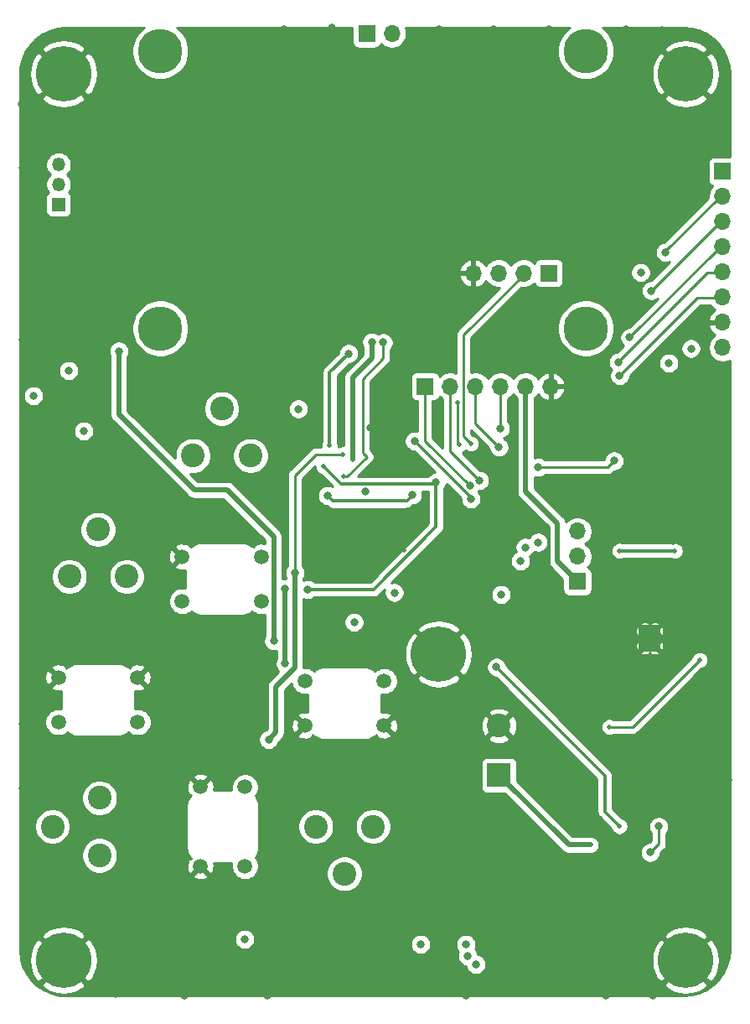
<source format=gbr>
%TF.GenerationSoftware,KiCad,Pcbnew,(5.1.10)-1*%
%TF.CreationDate,2021-11-18T09:17:22-06:00*%
%TF.ProjectId,batteryless_gaming_device,62617474-6572-4796-9c65-73735f67616d,rev?*%
%TF.SameCoordinates,Original*%
%TF.FileFunction,Copper,L4,Bot*%
%TF.FilePolarity,Positive*%
%FSLAX46Y46*%
G04 Gerber Fmt 4.6, Leading zero omitted, Abs format (unit mm)*
G04 Created by KiCad (PCBNEW (5.1.10)-1) date 2021-11-18 09:17:22*
%MOMM*%
%LPD*%
G01*
G04 APERTURE LIST*
%TA.AperFunction,ComponentPad*%
%ADD10C,2.400000*%
%TD*%
%TA.AperFunction,ComponentPad*%
%ADD11C,1.500000*%
%TD*%
%TA.AperFunction,ComponentPad*%
%ADD12C,5.600000*%
%TD*%
%TA.AperFunction,ComponentPad*%
%ADD13O,1.350000X1.350000*%
%TD*%
%TA.AperFunction,ComponentPad*%
%ADD14R,1.350000X1.350000*%
%TD*%
%TA.AperFunction,ComponentPad*%
%ADD15O,1.700000X1.700000*%
%TD*%
%TA.AperFunction,ComponentPad*%
%ADD16R,1.700000X1.700000*%
%TD*%
%TA.AperFunction,ComponentPad*%
%ADD17C,4.500000*%
%TD*%
%TA.AperFunction,SMDPad,CuDef*%
%ADD18R,2.300000X2.800000*%
%TD*%
%TA.AperFunction,ComponentPad*%
%ADD19C,0.600000*%
%TD*%
%TA.AperFunction,ComponentPad*%
%ADD20R,2.400000X2.400000*%
%TD*%
%TA.AperFunction,ViaPad*%
%ADD21C,0.500000*%
%TD*%
%TA.AperFunction,ViaPad*%
%ADD22C,0.800000*%
%TD*%
%TA.AperFunction,Conductor*%
%ADD23C,0.508000*%
%TD*%
%TA.AperFunction,Conductor*%
%ADD24C,0.254000*%
%TD*%
%TA.AperFunction,Conductor*%
%ADD25C,0.304800*%
%TD*%
%TA.AperFunction,Conductor*%
%ADD26C,0.100000*%
%TD*%
G04 APERTURE END LIST*
D10*
%TO.P,SW603,3*%
%TO.N,Net-(D603-Pad4)*%
X87300000Y-109500000D03*
D11*
%TO.P,SW603,5*%
%TO.N,/Button Generation/Button1*%
X91300000Y-128950000D03*
%TO.P,SW603,4*%
X83300000Y-128950000D03*
%TO.P,SW603,6*%
%TO.N,GND*%
X83300000Y-124450000D03*
%TO.P,SW603,7*%
X91300000Y-124450000D03*
D10*
%TO.P,SW603,2*%
%TO.N,N/C*%
X84400000Y-114250000D03*
%TO.P,SW603,1*%
%TO.N,Net-(D603-Pad3)*%
X90200000Y-114250000D03*
%TD*%
%TO.P,SW602,3*%
%TO.N,Net-(D602-Pad4)*%
X99800000Y-97300000D03*
D11*
%TO.P,SW602,5*%
%TO.N,/Button Generation/Button2*%
X103800000Y-116750000D03*
%TO.P,SW602,4*%
X95800000Y-116750000D03*
%TO.P,SW602,6*%
%TO.N,GND*%
X95800000Y-112250000D03*
%TO.P,SW602,7*%
X103800000Y-112250000D03*
D10*
%TO.P,SW602,2*%
%TO.N,N/C*%
X96900000Y-102050000D03*
%TO.P,SW602,1*%
%TO.N,Net-(D602-Pad3)*%
X102700000Y-102050000D03*
%TD*%
%TO.P,SW601,3*%
%TO.N,Net-(D601-Pad4)*%
X112200000Y-144250000D03*
D11*
%TO.P,SW601,5*%
%TO.N,/Button Generation/Button3*%
X108200000Y-124800000D03*
%TO.P,SW601,4*%
X116200000Y-124800000D03*
%TO.P,SW601,6*%
%TO.N,GND*%
X116200000Y-129300000D03*
%TO.P,SW601,7*%
X108200000Y-129300000D03*
D10*
%TO.P,SW601,2*%
%TO.N,N/C*%
X115100000Y-139500000D03*
%TO.P,SW601,1*%
%TO.N,Net-(D601-Pad3)*%
X109300000Y-139500000D03*
%TD*%
%TO.P,SW600,3*%
%TO.N,Net-(D600-Pad4)*%
X82700000Y-139500000D03*
D11*
%TO.P,SW600,5*%
%TO.N,/Button Generation/Button4*%
X102150000Y-135500000D03*
%TO.P,SW600,4*%
X102150000Y-143500000D03*
%TO.P,SW600,6*%
%TO.N,GND*%
X97650000Y-143500000D03*
%TO.P,SW600,7*%
X97650000Y-135500000D03*
D10*
%TO.P,SW600,2*%
%TO.N,N/C*%
X87450000Y-142400000D03*
%TO.P,SW600,1*%
%TO.N,Net-(D600-Pad3)*%
X87450000Y-136600000D03*
%TD*%
D12*
%TO.P,H104,1*%
%TO.N,GND*%
X121716800Y-122072400D03*
%TD*%
%TO.P,H102,1*%
%TO.N,GND*%
X83820000Y-63500000D03*
%TD*%
D13*
%TO.P,M300,3*%
%TO.N,Net-(D300-Pad6)*%
X83312000Y-72676000D03*
%TO.P,M300,2*%
%TO.N,Net-(D300-Pad3)*%
X83312000Y-74676000D03*
D14*
%TO.P,M300,1*%
%TO.N,Net-(D300-Pad1)*%
X83312000Y-76676000D03*
%TD*%
D15*
%TO.P,J400,4*%
%TO.N,GND*%
X125222000Y-83616800D03*
%TO.P,J400,3*%
%TO.N,/Microcontroller/P3.5*%
X127762000Y-83616800D03*
%TO.P,J400,2*%
%TO.N,/Microcontroller/P3.4*%
X130302000Y-83616800D03*
D16*
%TO.P,J400,1*%
%TO.N,+3V3*%
X132842000Y-83616800D03*
%TD*%
D15*
%TO.P,U100,8*%
%TO.N,+3V3*%
X150418800Y-91135200D03*
%TO.P,U100,7*%
%TO.N,GND*%
X150418800Y-88595200D03*
%TO.P,U100,6*%
%TO.N,/Microcontroller/P5.0*%
X150418800Y-86055200D03*
%TO.P,U100,5*%
%TO.N,/Microcontroller/P5.2*%
X150418800Y-83515200D03*
%TO.P,U100,4*%
%TO.N,/Microcontroller/P2.5*%
X150418800Y-80975200D03*
%TO.P,U100,3*%
%TO.N,/Microcontroller/P4.3*%
X150418800Y-78435200D03*
%TO.P,U100,2*%
%TO.N,/Microcontroller/P4.2*%
X150418800Y-75895200D03*
D16*
%TO.P,U100,1*%
%TO.N,/Microcontroller/P4.1*%
X150418800Y-73355200D03*
%TD*%
D17*
%TO.P,U101,*%
%TO.N,*%
X93600000Y-89200000D03*
X93600000Y-61200000D03*
X136600000Y-61200000D03*
X136600000Y-89200000D03*
%TD*%
D18*
%TO.P,U500,11*%
%TO.N,GND*%
X143052800Y-120497600D03*
D19*
X142552800Y-121247600D03*
X142552800Y-119747600D03*
X143552800Y-119747600D03*
X143052800Y-120497600D03*
X143552800Y-121247600D03*
%TD*%
D15*
%TO.P,J402,6*%
%TO.N,GND*%
X133045200Y-95046800D03*
%TO.P,J402,5*%
%TO.N,/Microcontroller/V_program*%
X130505200Y-95046800D03*
%TO.P,J402,4*%
%TO.N,/Microcontroller/P2.1_RXD*%
X127965200Y-95046800D03*
%TO.P,J402,3*%
%TO.N,/Microcontroller/P2.0_TXD*%
X125425200Y-95046800D03*
%TO.P,J402,2*%
%TO.N,/Microcontroller/~RST~_SBWTDI0*%
X122885200Y-95046800D03*
D16*
%TO.P,J402,1*%
%TO.N,/Microcontroller/TEST_SBWTCK*%
X120345200Y-95046800D03*
%TD*%
D15*
%TO.P,J401,2*%
%TO.N,/Microcontroller/P6.1_RxD*%
X116992400Y-59436000D03*
D16*
%TO.P,J401,1*%
%TO.N,/Microcontroller/P6.0_TxD*%
X114452400Y-59436000D03*
%TD*%
D15*
%TO.P,J100,3*%
%TO.N,/Power Regulation/Vout*%
X135737600Y-109677200D03*
%TO.P,J100,2*%
%TO.N,+3V3*%
X135737600Y-112217200D03*
D16*
%TO.P,J100,1*%
%TO.N,/Microcontroller/V_program*%
X135737600Y-114757200D03*
%TD*%
D12*
%TO.P,H103,1*%
%TO.N,GND*%
X83820000Y-153000000D03*
%TD*%
%TO.P,H101,1*%
%TO.N,GND*%
X146685000Y-63500000D03*
%TD*%
%TO.P,H100,1*%
%TO.N,GND*%
X146685000Y-153000000D03*
%TD*%
D10*
%TO.P,C206,2*%
%TO.N,GND*%
X127812800Y-129315200D03*
D20*
%TO.P,C206,1*%
%TO.N,Net-(C206-Pad1)*%
X127812800Y-134315200D03*
%TD*%
D21*
%TO.N,GND*%
X140804900Y-141909800D03*
X140804900Y-142862300D03*
X139903200Y-141922500D03*
X139903200Y-142875000D03*
X109474000Y-110896400D03*
X118211600Y-111607600D03*
X118211600Y-110134400D03*
X113792000Y-114046000D03*
D22*
X122986800Y-116128800D03*
X82651600Y-83820000D03*
X87376000Y-91389200D03*
X87071200Y-98806000D03*
X80670400Y-104851200D03*
X115671600Y-149047200D03*
X97840800Y-148031200D03*
X131978400Y-116332000D03*
X133299200Y-115620800D03*
X115874800Y-101295200D03*
X144983200Y-101346000D03*
X145999200Y-105257600D03*
X114858800Y-99263200D03*
D21*
X118211600Y-108610400D03*
D22*
X136448800Y-155498800D03*
X134315200Y-155600400D03*
X132080000Y-155600400D03*
X127914400Y-155498800D03*
X119735600Y-136296400D03*
X125374400Y-146862800D03*
X109626400Y-155854400D03*
X103682800Y-148031200D03*
X90170000Y-133248400D03*
X81127600Y-133045200D03*
X80213200Y-116840000D03*
X79806800Y-100533200D03*
X79654400Y-90373200D03*
X79908400Y-81534000D03*
X79654400Y-72999600D03*
X79603600Y-66548000D03*
X88493600Y-59283600D03*
X99974400Y-59283600D03*
X106070400Y-59029600D03*
X110896400Y-58877200D03*
X121767600Y-59029600D03*
X127254000Y-59029600D03*
X132842000Y-59029600D03*
X140614400Y-58978800D03*
X144272000Y-59131200D03*
X150926800Y-64211200D03*
X150926800Y-67716400D03*
X150317200Y-93827600D03*
X150774400Y-107899200D03*
X150723600Y-112369600D03*
X150876000Y-116382800D03*
X150876000Y-123088400D03*
X150825200Y-128270000D03*
X150977600Y-134772400D03*
X150825200Y-141935200D03*
X150926800Y-146151600D03*
X150825200Y-151180800D03*
X143357600Y-156565600D03*
X138633200Y-156565600D03*
X124460000Y-156565600D03*
X116027200Y-156210000D03*
X104444800Y-156514800D03*
X96062800Y-156514800D03*
X89103200Y-156413200D03*
X79806800Y-150469600D03*
X79857600Y-145237200D03*
X79654400Y-135636000D03*
X79654400Y-129082800D03*
X80010000Y-123393200D03*
X80010000Y-110744000D03*
X129133600Y-142544800D03*
X121208800Y-145796000D03*
X119380000Y-128117600D03*
X132435600Y-122428000D03*
X114858800Y-121208800D03*
X99720400Y-126492000D03*
X105918000Y-138379200D03*
X92557600Y-103479600D03*
X89662000Y-78943200D03*
X87731600Y-69900800D03*
X98958400Y-69189600D03*
X100634800Y-82397600D03*
X110998000Y-82397600D03*
X105664000Y-73964800D03*
X110286800Y-66344800D03*
X120751600Y-73253600D03*
X121158000Y-87680800D03*
X103428800Y-89001600D03*
X129692400Y-76352400D03*
X124358400Y-64973200D03*
X135382000Y-70764400D03*
X136398000Y-77368400D03*
X142240000Y-68173600D03*
X130708400Y-89662000D03*
X142036800Y-103784400D03*
X137261600Y-105359200D03*
X119329200Y-80467200D03*
X143713200Y-74066400D03*
X122174000Y-111658400D03*
X124714000Y-108559600D03*
X122732800Y-107492800D03*
X125120400Y-111506000D03*
X120751600Y-117754400D03*
X106121200Y-107543600D03*
X99872800Y-109270800D03*
X92456000Y-120396000D03*
X96215200Y-131927600D03*
X89509600Y-145796000D03*
X105562400Y-134010400D03*
X88696800Y-100126800D03*
X85140800Y-87071200D03*
X140919200Y-86360000D03*
X126746000Y-91440000D03*
X136804400Y-93472000D03*
X145389600Y-110642400D03*
X141427200Y-133248400D03*
X147167600Y-132181600D03*
X146253200Y-127711200D03*
X137668000Y-131368800D03*
X135686800Y-134162800D03*
X135026400Y-126898400D03*
X103174800Y-119126000D03*
X110185200Y-116789200D03*
X110236000Y-114503200D03*
X119278400Y-98552000D03*
X121615200Y-97688400D03*
X116789200Y-94742000D03*
X105714800Y-104648000D03*
X105765600Y-99212400D03*
%TO.N,/Power Storage/Vin*%
X102108000Y-150876000D03*
X119888000Y-151384000D03*
X80772000Y-96012000D03*
X84328000Y-93472000D03*
X85852000Y-99568000D03*
X125476000Y-153416000D03*
X124460000Y-151384000D03*
X124663200Y-152552400D03*
D21*
%TO.N,Net-(C206-Pad1)*%
X137083800Y-141351000D03*
D22*
%TO.N,+3V3*%
X131775200Y-110794800D03*
X129997200Y-112674400D03*
X130454400Y-111302800D03*
X128016000Y-116078000D03*
X114300000Y-105664000D03*
X117246400Y-115874800D03*
X144983200Y-92710000D03*
X147218400Y-91236800D03*
X107543600Y-97332800D03*
X113182400Y-118872000D03*
X142138400Y-83566000D03*
%TO.N,/Microcontroller/~RST~_SBWTDI0*%
X139446000Y-102565200D03*
X131775200Y-103225600D03*
X125831600Y-104546400D03*
D21*
%TO.N,Net-(C500-Pad1)*%
X148082000Y-122682000D03*
X138988800Y-129438400D03*
%TO.N,Net-(C503-Pad1)*%
X145592800Y-111658400D03*
X140004800Y-111658400D03*
D22*
%TO.N,/Button Generation/Button4*%
X104546400Y-130708400D03*
X107188000Y-113893600D03*
D21*
X112014000Y-101904800D03*
D22*
%TO.N,/Button Generation/Button3*%
X106222800Y-123037600D03*
X106172000Y-115519200D03*
%TO.N,/Button Generation/Button2*%
X108458000Y-115570000D03*
X121462800Y-104749600D03*
D21*
X110083600Y-103124000D03*
D22*
%TO.N,/Button Generation/Button1*%
X110490000Y-106070400D03*
X119075200Y-106019600D03*
D21*
%TO.N,/Microcontroller/P3.5*%
X123799600Y-100939600D03*
X123596400Y-96654200D03*
%TO.N,/Microcontroller/P3.4*%
X124968000Y-100838000D03*
%TO.N,/Microcontroller/P6.1_RxD*%
X112115600Y-104140000D03*
D22*
X116128800Y-90627200D03*
D21*
%TO.N,/Microcontroller/P6.0_TxD*%
X113030000Y-102412800D03*
D22*
X114960400Y-90576400D03*
%TO.N,/Microcontroller/P2.1_RXD*%
X127965200Y-99314000D03*
%TO.N,/Microcontroller/P2.0_TXD*%
X127812800Y-101193600D03*
%TO.N,/Microcontroller/TEST_SBWTCK*%
X124866400Y-105105200D03*
%TO.N,Net-(R200-Pad1)*%
X143090900Y-142113000D03*
X143967200Y-139484100D03*
%TO.N,/Microcontroller/GeneratorVcc*%
X105054400Y-120751600D03*
X89408000Y-91490800D03*
%TO.N,/Microcontroller/P5.0*%
X140004800Y-93980000D03*
%TO.N,/Microcontroller/P5.2*%
X139903200Y-92608400D03*
%TO.N,/Microcontroller/P2.5*%
X141020800Y-90119200D03*
%TO.N,/Microcontroller/P4.3*%
X143205200Y-85394800D03*
%TO.N,/Microcontroller/P4.2*%
X144627600Y-81534000D03*
D21*
%TO.N,/Microcontroller/VBAT_OK*%
X139995300Y-139458700D03*
D22*
X127558800Y-123393200D03*
%TO.N,/Microcontroller/P2.6_OR_OUT*%
X119278400Y-100584000D03*
X124968000Y-106426000D03*
%TO.N,/Microcontroller/SN_3A_IN*%
X112623600Y-91744800D03*
D21*
X110693200Y-100990400D03*
%TD*%
D23*
%TO.N,Net-(C206-Pad1)*%
X134848600Y-141351000D02*
X127812800Y-134315200D01*
X137083800Y-141351000D02*
X134848600Y-141351000D01*
D24*
%TO.N,/Microcontroller/~RST~_SBWTDI0*%
X138785600Y-103225600D02*
X131775200Y-103225600D01*
X139446000Y-102565200D02*
X138785600Y-103225600D01*
X122885200Y-101600000D02*
X122885200Y-95046800D01*
X125831600Y-104546400D02*
X122885200Y-101600000D01*
%TO.N,Net-(C500-Pad1)*%
X141325600Y-129438400D02*
X138988800Y-129438400D01*
X148082000Y-122682000D02*
X141325600Y-129438400D01*
D25*
%TO.N,Net-(C503-Pad1)*%
X145592800Y-111658400D02*
X140004800Y-111658400D01*
D23*
%TO.N,/Button Generation/Button4*%
X105257600Y-129997200D02*
X104546400Y-130708400D01*
X105257600Y-125374400D02*
X105257600Y-129997200D01*
X107188000Y-123444000D02*
X105257600Y-125374400D01*
X107188000Y-113893600D02*
X107188000Y-123444000D01*
D24*
X107188000Y-113893600D02*
X107188000Y-104038400D01*
X109321600Y-101904800D02*
X112014000Y-101904800D01*
X107188000Y-104038400D02*
X109321600Y-101904800D01*
D23*
%TO.N,/Button Generation/Button3*%
X106222800Y-115570000D02*
X106172000Y-115519200D01*
X106222800Y-123037600D02*
X106222800Y-115570000D01*
D25*
%TO.N,/Button Generation/Button2*%
X108458000Y-115570000D02*
X115011200Y-115570000D01*
X121462800Y-109247954D02*
X121462800Y-104749600D01*
X115140754Y-115570000D02*
X121462800Y-109247954D01*
X115011200Y-115570000D02*
X115140754Y-115570000D01*
X121300801Y-104911599D02*
X121462800Y-104749600D01*
X111871199Y-104911599D02*
X121300801Y-104911599D01*
X110083600Y-103124000D02*
X111871199Y-104911599D01*
%TO.N,/Button Generation/Button1*%
X110490000Y-106070400D02*
X111048800Y-106629200D01*
X111048800Y-106629200D02*
X118313200Y-106629200D01*
D24*
X118465600Y-106629200D02*
X119075200Y-106019600D01*
X118313200Y-106629200D02*
X118465600Y-106629200D01*
D23*
%TO.N,/Microcontroller/V_program*%
X130505200Y-95046800D02*
X130505200Y-105664000D01*
X130505200Y-105664000D02*
X133705600Y-108864400D01*
X133705600Y-112725200D02*
X135737600Y-114757200D01*
X133705600Y-108864400D02*
X133705600Y-112725200D01*
D24*
%TO.N,/Microcontroller/P3.5*%
X123596400Y-100736400D02*
X123596400Y-96654200D01*
X123799600Y-100939600D02*
X123596400Y-100736400D01*
%TO.N,/Microcontroller/P3.4*%
X124248199Y-89823001D02*
X130454400Y-83616800D01*
X124248199Y-100118199D02*
X124248199Y-89823001D01*
X124968000Y-100838000D02*
X124248199Y-100118199D01*
%TO.N,/Microcontroller/P6.1_RxD*%
X112469153Y-104140000D02*
X114452400Y-102156753D01*
X112115600Y-104140000D02*
X112469153Y-104140000D01*
X114452400Y-102156753D02*
X114046000Y-101750353D01*
X114046000Y-101750353D02*
X114046000Y-94284800D01*
X116128800Y-92202000D02*
X116128800Y-90627200D01*
X114046000Y-94284800D02*
X116128800Y-92202000D01*
D23*
%TO.N,/Microcontroller/P6.0_TxD*%
X113030000Y-102412800D02*
X113030000Y-94132400D01*
X114960400Y-92202000D02*
X114960400Y-90576400D01*
X113030000Y-94132400D02*
X114960400Y-92202000D01*
D24*
%TO.N,/Microcontroller/P2.1_RXD*%
X127965200Y-99314000D02*
X127965200Y-95046800D01*
%TO.N,/Microcontroller/P2.0_TXD*%
X125425200Y-98806000D02*
X125425200Y-95046800D01*
X127812800Y-101193600D02*
X125425200Y-98806000D01*
%TO.N,/Microcontroller/TEST_SBWTCK*%
X120345200Y-100584000D02*
X120345200Y-95046800D01*
X124866400Y-105105200D02*
X120345200Y-100584000D01*
%TO.N,Net-(R200-Pad1)*%
X143967200Y-141236700D02*
X143090900Y-142113000D01*
X143967200Y-139484100D02*
X143967200Y-141236700D01*
D23*
%TO.N,/Microcontroller/GeneratorVcc*%
X105054400Y-120751600D02*
X105054400Y-110236000D01*
X105054400Y-110236000D02*
X100330000Y-105511600D01*
X100330000Y-105511600D02*
X97028000Y-105511600D01*
X89408000Y-97891600D02*
X89408000Y-91490800D01*
X97028000Y-105511600D02*
X89408000Y-97891600D01*
D24*
%TO.N,/Microcontroller/P5.0*%
X147878800Y-86106000D02*
X140004800Y-93980000D01*
X150114000Y-86106000D02*
X147878800Y-86106000D01*
%TO.N,/Microcontroller/P5.2*%
X150114000Y-83566000D02*
X148844000Y-83566000D01*
X139903200Y-92506800D02*
X139903200Y-92608400D01*
X148844000Y-83566000D02*
X139903200Y-92506800D01*
%TO.N,/Microcontroller/P2.5*%
X150114000Y-81026000D02*
X141020800Y-90119200D01*
%TO.N,/Microcontroller/P4.3*%
X150114000Y-78486000D02*
X143205200Y-85394800D01*
%TO.N,/Microcontroller/P4.2*%
X144576800Y-81483200D02*
X150114000Y-75946000D01*
D25*
%TO.N,/Microcontroller/VBAT_OK*%
X139995300Y-139458700D02*
X138509400Y-137972800D01*
X138509400Y-137972800D02*
X138509400Y-134343800D01*
X138509400Y-134343800D02*
X127558800Y-123393200D01*
D24*
%TO.N,/Microcontroller/P2.6_OR_OUT*%
X124968000Y-106273600D02*
X124968000Y-106426000D01*
X119278400Y-100584000D02*
X124968000Y-106273600D01*
D25*
%TO.N,/Microcontroller/SN_3A_IN*%
X110693200Y-93675200D02*
X110693200Y-100990400D01*
X112623600Y-91744800D02*
X110693200Y-93675200D01*
%TD*%
D24*
%TO.N,GND*%
X91760920Y-58959074D02*
X91359074Y-59360920D01*
X91043346Y-59833440D01*
X90825869Y-60358477D01*
X90715000Y-60915852D01*
X90715000Y-61484148D01*
X90825869Y-62041523D01*
X91043346Y-62566560D01*
X91359074Y-63039080D01*
X91760920Y-63440926D01*
X92233440Y-63756654D01*
X92758477Y-63974131D01*
X93315852Y-64085000D01*
X93884148Y-64085000D01*
X94441523Y-63974131D01*
X94966560Y-63756654D01*
X95439080Y-63440926D01*
X95840926Y-63039080D01*
X96156654Y-62566560D01*
X96374131Y-62041523D01*
X96485000Y-61484148D01*
X96485000Y-60915852D01*
X96374131Y-60358477D01*
X96156654Y-59833440D01*
X95840926Y-59360920D01*
X95439080Y-58959074D01*
X95239921Y-58826000D01*
X112964328Y-58826000D01*
X112964328Y-60286000D01*
X112976588Y-60410482D01*
X113012898Y-60530180D01*
X113071863Y-60640494D01*
X113151215Y-60737185D01*
X113247906Y-60816537D01*
X113358220Y-60875502D01*
X113477918Y-60911812D01*
X113602400Y-60924072D01*
X115302400Y-60924072D01*
X115426882Y-60911812D01*
X115546580Y-60875502D01*
X115656894Y-60816537D01*
X115753585Y-60737185D01*
X115832937Y-60640494D01*
X115891902Y-60530180D01*
X115913913Y-60457620D01*
X116045768Y-60589475D01*
X116288989Y-60751990D01*
X116559242Y-60863932D01*
X116846140Y-60921000D01*
X117138660Y-60921000D01*
X117425558Y-60863932D01*
X117695811Y-60751990D01*
X117939032Y-60589475D01*
X118145875Y-60382632D01*
X118308390Y-60139411D01*
X118420332Y-59869158D01*
X118477400Y-59582260D01*
X118477400Y-59289740D01*
X118420332Y-59002842D01*
X118347082Y-58826000D01*
X134960079Y-58826000D01*
X134760920Y-58959074D01*
X134359074Y-59360920D01*
X134043346Y-59833440D01*
X133825869Y-60358477D01*
X133715000Y-60915852D01*
X133715000Y-61484148D01*
X133825869Y-62041523D01*
X134043346Y-62566560D01*
X134359074Y-63039080D01*
X134760920Y-63440926D01*
X135233440Y-63756654D01*
X135758477Y-63974131D01*
X136315852Y-64085000D01*
X136884148Y-64085000D01*
X137441523Y-63974131D01*
X137966560Y-63756654D01*
X138363414Y-63491484D01*
X143233390Y-63491484D01*
X143298051Y-64165023D01*
X143492870Y-64813006D01*
X143810361Y-65410530D01*
X143819823Y-65424692D01*
X144268519Y-65736876D01*
X146505395Y-63500000D01*
X146864605Y-63500000D01*
X149101481Y-65736876D01*
X149550177Y-65424692D01*
X149870612Y-64828741D01*
X150068626Y-64181727D01*
X150136610Y-63508516D01*
X150071949Y-62834977D01*
X149877130Y-62186994D01*
X149559639Y-61589470D01*
X149550177Y-61575308D01*
X149101481Y-61263124D01*
X146864605Y-63500000D01*
X146505395Y-63500000D01*
X144268519Y-61263124D01*
X143819823Y-61575308D01*
X143499388Y-62171259D01*
X143301374Y-62818273D01*
X143233390Y-63491484D01*
X138363414Y-63491484D01*
X138439080Y-63440926D01*
X138840926Y-63039080D01*
X139156654Y-62566560D01*
X139374131Y-62041523D01*
X139485000Y-61484148D01*
X139485000Y-61083519D01*
X144448124Y-61083519D01*
X146685000Y-63320395D01*
X148921876Y-61083519D01*
X148609692Y-60634823D01*
X148013741Y-60314388D01*
X147366727Y-60116374D01*
X146693516Y-60048390D01*
X146019977Y-60113051D01*
X145371994Y-60307870D01*
X144774470Y-60625361D01*
X144760308Y-60634823D01*
X144448124Y-61083519D01*
X139485000Y-61083519D01*
X139485000Y-60915852D01*
X139374131Y-60358477D01*
X139156654Y-59833440D01*
X138840926Y-59360920D01*
X138439080Y-58959074D01*
X138239921Y-58826000D01*
X146403278Y-58826000D01*
X147243707Y-58899528D01*
X148030254Y-59110283D01*
X148768250Y-59454416D01*
X149435280Y-59921475D01*
X150011071Y-60497267D01*
X150478133Y-61164299D01*
X150822265Y-61902298D01*
X151033020Y-62688842D01*
X151106168Y-63524938D01*
X151105386Y-63590663D01*
X151105000Y-63594582D01*
X151105000Y-71867128D01*
X149568800Y-71867128D01*
X149444318Y-71879388D01*
X149324620Y-71915698D01*
X149214306Y-71974663D01*
X149117615Y-72054015D01*
X149038263Y-72150706D01*
X148979298Y-72261020D01*
X148942988Y-72380718D01*
X148930728Y-72505200D01*
X148930728Y-74205200D01*
X148942988Y-74329682D01*
X148979298Y-74449380D01*
X149038263Y-74559694D01*
X149117615Y-74656385D01*
X149214306Y-74735737D01*
X149324620Y-74794702D01*
X149397180Y-74816713D01*
X149265325Y-74948568D01*
X149102810Y-75191789D01*
X148990868Y-75462042D01*
X148933800Y-75748940D01*
X148933800Y-76041460D01*
X148934979Y-76047390D01*
X144472869Y-80509501D01*
X144325702Y-80538774D01*
X144137344Y-80616795D01*
X143967826Y-80730063D01*
X143823663Y-80874226D01*
X143710395Y-81043744D01*
X143632374Y-81232102D01*
X143592600Y-81432061D01*
X143592600Y-81635939D01*
X143632374Y-81835898D01*
X143710395Y-82024256D01*
X143823663Y-82193774D01*
X143967826Y-82337937D01*
X144137344Y-82451205D01*
X144325702Y-82529226D01*
X144525661Y-82569000D01*
X144729539Y-82569000D01*
X144929498Y-82529226D01*
X145038149Y-82484221D01*
X143162570Y-84359800D01*
X143103261Y-84359800D01*
X142903302Y-84399574D01*
X142714944Y-84477595D01*
X142545426Y-84590863D01*
X142401263Y-84735026D01*
X142287995Y-84904544D01*
X142209974Y-85092902D01*
X142170200Y-85292861D01*
X142170200Y-85496739D01*
X142209974Y-85696698D01*
X142287995Y-85885056D01*
X142401263Y-86054574D01*
X142545426Y-86198737D01*
X142714944Y-86312005D01*
X142903302Y-86390026D01*
X143103261Y-86429800D01*
X143307139Y-86429800D01*
X143507098Y-86390026D01*
X143695456Y-86312005D01*
X143860932Y-86201438D01*
X140978170Y-89084200D01*
X140918861Y-89084200D01*
X140718902Y-89123974D01*
X140530544Y-89201995D01*
X140361026Y-89315263D01*
X140216863Y-89459426D01*
X140103595Y-89628944D01*
X140025574Y-89817302D01*
X139985800Y-90017261D01*
X139985800Y-90221139D01*
X140025574Y-90421098D01*
X140103595Y-90609456D01*
X140216863Y-90778974D01*
X140361026Y-90923137D01*
X140389924Y-90942446D01*
X139748469Y-91583901D01*
X139601302Y-91613174D01*
X139412944Y-91691195D01*
X139243426Y-91804463D01*
X139099263Y-91948626D01*
X138985995Y-92118144D01*
X138907974Y-92306502D01*
X138868200Y-92506461D01*
X138868200Y-92710339D01*
X138907974Y-92910298D01*
X138985995Y-93098656D01*
X139099263Y-93268174D01*
X139181017Y-93349928D01*
X139087595Y-93489744D01*
X139009574Y-93678102D01*
X138969800Y-93878061D01*
X138969800Y-94081939D01*
X139009574Y-94281898D01*
X139087595Y-94470256D01*
X139200863Y-94639774D01*
X139345026Y-94783937D01*
X139514544Y-94897205D01*
X139702902Y-94975226D01*
X139902861Y-95015000D01*
X140106739Y-95015000D01*
X140306698Y-94975226D01*
X140495056Y-94897205D01*
X140664574Y-94783937D01*
X140808737Y-94639774D01*
X140922005Y-94470256D01*
X141000026Y-94281898D01*
X141039800Y-94081939D01*
X141039800Y-94022630D01*
X142454369Y-92608061D01*
X143948200Y-92608061D01*
X143948200Y-92811939D01*
X143987974Y-93011898D01*
X144065995Y-93200256D01*
X144179263Y-93369774D01*
X144323426Y-93513937D01*
X144492944Y-93627205D01*
X144681302Y-93705226D01*
X144881261Y-93745000D01*
X145085139Y-93745000D01*
X145285098Y-93705226D01*
X145473456Y-93627205D01*
X145642974Y-93513937D01*
X145787137Y-93369774D01*
X145900405Y-93200256D01*
X145978426Y-93011898D01*
X146018200Y-92811939D01*
X146018200Y-92608061D01*
X145978426Y-92408102D01*
X145900405Y-92219744D01*
X145787137Y-92050226D01*
X145642974Y-91906063D01*
X145473456Y-91792795D01*
X145285098Y-91714774D01*
X145085139Y-91675000D01*
X144881261Y-91675000D01*
X144681302Y-91714774D01*
X144492944Y-91792795D01*
X144323426Y-91906063D01*
X144179263Y-92050226D01*
X144065995Y-92219744D01*
X143987974Y-92408102D01*
X143948200Y-92608061D01*
X142454369Y-92608061D01*
X143927569Y-91134861D01*
X146183400Y-91134861D01*
X146183400Y-91338739D01*
X146223174Y-91538698D01*
X146301195Y-91727056D01*
X146414463Y-91896574D01*
X146558626Y-92040737D01*
X146728144Y-92154005D01*
X146916502Y-92232026D01*
X147116461Y-92271800D01*
X147320339Y-92271800D01*
X147520298Y-92232026D01*
X147708656Y-92154005D01*
X147878174Y-92040737D01*
X148022337Y-91896574D01*
X148135605Y-91727056D01*
X148213626Y-91538698D01*
X148253400Y-91338739D01*
X148253400Y-91134861D01*
X148213626Y-90934902D01*
X148135605Y-90746544D01*
X148022337Y-90577026D01*
X147878174Y-90432863D01*
X147708656Y-90319595D01*
X147520298Y-90241574D01*
X147320339Y-90201800D01*
X147116461Y-90201800D01*
X146916502Y-90241574D01*
X146728144Y-90319595D01*
X146558626Y-90432863D01*
X146414463Y-90577026D01*
X146301195Y-90746544D01*
X146223174Y-90934902D01*
X146183400Y-91134861D01*
X143927569Y-91134861D01*
X148194430Y-86868000D01*
X149175901Y-86868000D01*
X149265325Y-87001832D01*
X149472168Y-87208675D01*
X149654334Y-87330395D01*
X149537445Y-87400022D01*
X149321212Y-87594931D01*
X149147159Y-87828280D01*
X149021975Y-88091101D01*
X148977324Y-88238310D01*
X149098645Y-88468200D01*
X150291800Y-88468200D01*
X150291800Y-88448200D01*
X150545800Y-88448200D01*
X150545800Y-88468200D01*
X150565800Y-88468200D01*
X150565800Y-88722200D01*
X150545800Y-88722200D01*
X150545800Y-88742200D01*
X150291800Y-88742200D01*
X150291800Y-88722200D01*
X149098645Y-88722200D01*
X148977324Y-88952090D01*
X149021975Y-89099299D01*
X149147159Y-89362120D01*
X149321212Y-89595469D01*
X149537445Y-89790378D01*
X149654334Y-89860005D01*
X149472168Y-89981725D01*
X149265325Y-90188568D01*
X149102810Y-90431789D01*
X148990868Y-90702042D01*
X148933800Y-90988940D01*
X148933800Y-91281460D01*
X148990868Y-91568358D01*
X149102810Y-91838611D01*
X149265325Y-92081832D01*
X149472168Y-92288675D01*
X149715389Y-92451190D01*
X149985642Y-92563132D01*
X150272540Y-92620200D01*
X150565060Y-92620200D01*
X150851958Y-92563132D01*
X151105000Y-92458319D01*
X151105001Y-151863168D01*
X151031509Y-152703194D01*
X150820754Y-153489738D01*
X150476622Y-154227737D01*
X150009560Y-154894769D01*
X149433769Y-155470561D01*
X148766739Y-155937620D01*
X148028743Y-156281753D01*
X147242196Y-156492508D01*
X146406098Y-156565657D01*
X146340356Y-156564875D01*
X146336438Y-156564489D01*
X84244014Y-156565999D01*
X84242821Y-156565818D01*
X83372541Y-156510515D01*
X82581205Y-156318543D01*
X81835218Y-155992070D01*
X81157260Y-155541020D01*
X81026646Y-155416481D01*
X81583124Y-155416481D01*
X81895308Y-155865177D01*
X82491259Y-156185612D01*
X83138273Y-156383626D01*
X83811484Y-156451610D01*
X84485023Y-156386949D01*
X85133006Y-156192130D01*
X85730530Y-155874639D01*
X85744692Y-155865177D01*
X86056876Y-155416481D01*
X144448124Y-155416481D01*
X144760308Y-155865177D01*
X145356259Y-156185612D01*
X146003273Y-156383626D01*
X146676484Y-156451610D01*
X147350023Y-156386949D01*
X147998006Y-156192130D01*
X148595530Y-155874639D01*
X148609692Y-155865177D01*
X148921876Y-155416481D01*
X146685000Y-153179605D01*
X144448124Y-155416481D01*
X86056876Y-155416481D01*
X83820000Y-153179605D01*
X81583124Y-155416481D01*
X81026646Y-155416481D01*
X80567927Y-154979098D01*
X80085125Y-154323377D01*
X79723520Y-153593775D01*
X79546669Y-152991484D01*
X80368390Y-152991484D01*
X80433051Y-153665023D01*
X80627870Y-154313006D01*
X80945361Y-154910530D01*
X80954823Y-154924692D01*
X81403519Y-155236876D01*
X83640395Y-153000000D01*
X83999605Y-153000000D01*
X86236481Y-155236876D01*
X86685177Y-154924692D01*
X87005612Y-154328741D01*
X87203626Y-153681727D01*
X87271610Y-153008516D01*
X87206949Y-152334977D01*
X87012130Y-151686994D01*
X86694639Y-151089470D01*
X86685177Y-151075308D01*
X86252201Y-150774061D01*
X101073000Y-150774061D01*
X101073000Y-150977939D01*
X101112774Y-151177898D01*
X101190795Y-151366256D01*
X101304063Y-151535774D01*
X101448226Y-151679937D01*
X101617744Y-151793205D01*
X101806102Y-151871226D01*
X102006061Y-151911000D01*
X102209939Y-151911000D01*
X102409898Y-151871226D01*
X102598256Y-151793205D01*
X102767774Y-151679937D01*
X102911937Y-151535774D01*
X103025205Y-151366256D01*
X103060079Y-151282061D01*
X118853000Y-151282061D01*
X118853000Y-151485939D01*
X118892774Y-151685898D01*
X118970795Y-151874256D01*
X119084063Y-152043774D01*
X119228226Y-152187937D01*
X119397744Y-152301205D01*
X119586102Y-152379226D01*
X119786061Y-152419000D01*
X119989939Y-152419000D01*
X120189898Y-152379226D01*
X120378256Y-152301205D01*
X120547774Y-152187937D01*
X120691937Y-152043774D01*
X120805205Y-151874256D01*
X120883226Y-151685898D01*
X120923000Y-151485939D01*
X120923000Y-151282061D01*
X123425000Y-151282061D01*
X123425000Y-151485939D01*
X123464774Y-151685898D01*
X123542795Y-151874256D01*
X123656063Y-152043774D01*
X123725035Y-152112746D01*
X123667974Y-152250502D01*
X123628200Y-152450461D01*
X123628200Y-152654339D01*
X123667974Y-152854298D01*
X123745995Y-153042656D01*
X123859263Y-153212174D01*
X124003426Y-153356337D01*
X124172944Y-153469605D01*
X124361302Y-153547626D01*
X124450432Y-153565355D01*
X124480774Y-153717898D01*
X124558795Y-153906256D01*
X124672063Y-154075774D01*
X124816226Y-154219937D01*
X124985744Y-154333205D01*
X125174102Y-154411226D01*
X125374061Y-154451000D01*
X125577939Y-154451000D01*
X125777898Y-154411226D01*
X125966256Y-154333205D01*
X126135774Y-154219937D01*
X126279937Y-154075774D01*
X126393205Y-153906256D01*
X126471226Y-153717898D01*
X126511000Y-153517939D01*
X126511000Y-153314061D01*
X126471226Y-153114102D01*
X126420436Y-152991484D01*
X143233390Y-152991484D01*
X143298051Y-153665023D01*
X143492870Y-154313006D01*
X143810361Y-154910530D01*
X143819823Y-154924692D01*
X144268519Y-155236876D01*
X146505395Y-153000000D01*
X146864605Y-153000000D01*
X149101481Y-155236876D01*
X149550177Y-154924692D01*
X149870612Y-154328741D01*
X150068626Y-153681727D01*
X150136610Y-153008516D01*
X150071949Y-152334977D01*
X149877130Y-151686994D01*
X149559639Y-151089470D01*
X149550177Y-151075308D01*
X149101481Y-150763124D01*
X146864605Y-153000000D01*
X146505395Y-153000000D01*
X144268519Y-150763124D01*
X143819823Y-151075308D01*
X143499388Y-151671259D01*
X143301374Y-152318273D01*
X143233390Y-152991484D01*
X126420436Y-152991484D01*
X126393205Y-152925744D01*
X126279937Y-152756226D01*
X126135774Y-152612063D01*
X125966256Y-152498795D01*
X125777898Y-152420774D01*
X125688768Y-152403045D01*
X125658426Y-152250502D01*
X125580405Y-152062144D01*
X125467137Y-151892626D01*
X125398165Y-151823654D01*
X125455226Y-151685898D01*
X125495000Y-151485939D01*
X125495000Y-151282061D01*
X125455226Y-151082102D01*
X125377205Y-150893744D01*
X125263937Y-150724226D01*
X125123230Y-150583519D01*
X144448124Y-150583519D01*
X146685000Y-152820395D01*
X148921876Y-150583519D01*
X148609692Y-150134823D01*
X148013741Y-149814388D01*
X147366727Y-149616374D01*
X146693516Y-149548390D01*
X146019977Y-149613051D01*
X145371994Y-149807870D01*
X144774470Y-150125361D01*
X144760308Y-150134823D01*
X144448124Y-150583519D01*
X125123230Y-150583519D01*
X125119774Y-150580063D01*
X124950256Y-150466795D01*
X124761898Y-150388774D01*
X124561939Y-150349000D01*
X124358061Y-150349000D01*
X124158102Y-150388774D01*
X123969744Y-150466795D01*
X123800226Y-150580063D01*
X123656063Y-150724226D01*
X123542795Y-150893744D01*
X123464774Y-151082102D01*
X123425000Y-151282061D01*
X120923000Y-151282061D01*
X120883226Y-151082102D01*
X120805205Y-150893744D01*
X120691937Y-150724226D01*
X120547774Y-150580063D01*
X120378256Y-150466795D01*
X120189898Y-150388774D01*
X119989939Y-150349000D01*
X119786061Y-150349000D01*
X119586102Y-150388774D01*
X119397744Y-150466795D01*
X119228226Y-150580063D01*
X119084063Y-150724226D01*
X118970795Y-150893744D01*
X118892774Y-151082102D01*
X118853000Y-151282061D01*
X103060079Y-151282061D01*
X103103226Y-151177898D01*
X103143000Y-150977939D01*
X103143000Y-150774061D01*
X103103226Y-150574102D01*
X103025205Y-150385744D01*
X102911937Y-150216226D01*
X102767774Y-150072063D01*
X102598256Y-149958795D01*
X102409898Y-149880774D01*
X102209939Y-149841000D01*
X102006061Y-149841000D01*
X101806102Y-149880774D01*
X101617744Y-149958795D01*
X101448226Y-150072063D01*
X101304063Y-150216226D01*
X101190795Y-150385744D01*
X101112774Y-150574102D01*
X101073000Y-150774061D01*
X86252201Y-150774061D01*
X86236481Y-150763124D01*
X83999605Y-153000000D01*
X83640395Y-153000000D01*
X81403519Y-150763124D01*
X80954823Y-151075308D01*
X80634388Y-151671259D01*
X80436374Y-152318273D01*
X80368390Y-152991484D01*
X79546669Y-152991484D01*
X79494104Y-152812470D01*
X79401074Y-151978356D01*
X79400000Y-151888095D01*
X79400000Y-150583519D01*
X81583124Y-150583519D01*
X83820000Y-152820395D01*
X86056876Y-150583519D01*
X85744692Y-150134823D01*
X85148741Y-149814388D01*
X84501727Y-149616374D01*
X83828516Y-149548390D01*
X83154977Y-149613051D01*
X82506994Y-149807870D01*
X81909470Y-150125361D01*
X81895308Y-150134823D01*
X81583124Y-150583519D01*
X79400000Y-150583519D01*
X79400000Y-144456993D01*
X96872612Y-144456993D01*
X96938137Y-144695860D01*
X97185116Y-144811760D01*
X97449960Y-144877250D01*
X97722492Y-144889812D01*
X97992238Y-144848965D01*
X98248832Y-144756277D01*
X98361863Y-144695860D01*
X98427388Y-144456993D01*
X97650000Y-143679605D01*
X96872612Y-144456993D01*
X79400000Y-144456993D01*
X79400000Y-142219268D01*
X85615000Y-142219268D01*
X85615000Y-142580732D01*
X85685518Y-142935250D01*
X85823844Y-143269199D01*
X86024662Y-143569744D01*
X86280256Y-143825338D01*
X86580801Y-144026156D01*
X86914750Y-144164482D01*
X87269268Y-144235000D01*
X87630732Y-144235000D01*
X87985250Y-144164482D01*
X88319199Y-144026156D01*
X88619744Y-143825338D01*
X88875338Y-143569744D01*
X89076156Y-143269199D01*
X89214482Y-142935250D01*
X89285000Y-142580732D01*
X89285000Y-142219268D01*
X89214482Y-141864750D01*
X89076156Y-141530801D01*
X88875338Y-141230256D01*
X88619744Y-140974662D01*
X88319199Y-140773844D01*
X87985250Y-140635518D01*
X87630732Y-140565000D01*
X87269268Y-140565000D01*
X86914750Y-140635518D01*
X86580801Y-140773844D01*
X86280256Y-140974662D01*
X86024662Y-141230256D01*
X85823844Y-141530801D01*
X85685518Y-141864750D01*
X85615000Y-142219268D01*
X79400000Y-142219268D01*
X79400000Y-139319268D01*
X80865000Y-139319268D01*
X80865000Y-139680732D01*
X80935518Y-140035250D01*
X81073844Y-140369199D01*
X81274662Y-140669744D01*
X81530256Y-140925338D01*
X81830801Y-141126156D01*
X82164750Y-141264482D01*
X82519268Y-141335000D01*
X82880732Y-141335000D01*
X83235250Y-141264482D01*
X83569199Y-141126156D01*
X83869744Y-140925338D01*
X84125338Y-140669744D01*
X84326156Y-140369199D01*
X84464482Y-140035250D01*
X84535000Y-139680732D01*
X84535000Y-139319268D01*
X84464482Y-138964750D01*
X84326156Y-138630801D01*
X84125338Y-138330256D01*
X83869744Y-138074662D01*
X83569199Y-137873844D01*
X83235250Y-137735518D01*
X82880732Y-137665000D01*
X82519268Y-137665000D01*
X82164750Y-137735518D01*
X81830801Y-137873844D01*
X81530256Y-138074662D01*
X81274662Y-138330256D01*
X81073844Y-138630801D01*
X80935518Y-138964750D01*
X80865000Y-139319268D01*
X79400000Y-139319268D01*
X79400000Y-136419268D01*
X85615000Y-136419268D01*
X85615000Y-136780732D01*
X85685518Y-137135250D01*
X85823844Y-137469199D01*
X86024662Y-137769744D01*
X86280256Y-138025338D01*
X86580801Y-138226156D01*
X86914750Y-138364482D01*
X87269268Y-138435000D01*
X87630732Y-138435000D01*
X87985250Y-138364482D01*
X88319199Y-138226156D01*
X88619744Y-138025338D01*
X88875338Y-137769744D01*
X89076156Y-137469199D01*
X89077536Y-137465866D01*
X96205000Y-137465866D01*
X96205001Y-141534135D01*
X96207928Y-141563850D01*
X96207885Y-141569972D01*
X96208831Y-141579630D01*
X96229232Y-141773727D01*
X96241905Y-141835461D01*
X96253702Y-141897304D01*
X96256506Y-141906594D01*
X96314218Y-142093032D01*
X96338628Y-142151101D01*
X96362225Y-142209505D01*
X96366781Y-142218074D01*
X96459606Y-142389750D01*
X96494833Y-142441977D01*
X96529323Y-142494683D01*
X96535456Y-142502204D01*
X96601124Y-142581582D01*
X96576549Y-142606157D01*
X96693005Y-142722613D01*
X96454140Y-142788137D01*
X96338240Y-143035116D01*
X96272750Y-143299960D01*
X96260188Y-143572492D01*
X96301035Y-143842238D01*
X96393723Y-144098832D01*
X96454140Y-144211863D01*
X96693007Y-144277388D01*
X97470395Y-143500000D01*
X97456253Y-143485858D01*
X97635858Y-143306253D01*
X97650000Y-143320395D01*
X97664143Y-143306253D01*
X97843748Y-143485858D01*
X97829605Y-143500000D01*
X98606993Y-144277388D01*
X98845860Y-144211863D01*
X98961760Y-143964884D01*
X99027250Y-143700040D01*
X99039812Y-143427508D01*
X99004604Y-143195000D01*
X100798535Y-143195000D01*
X100765000Y-143363589D01*
X100765000Y-143636411D01*
X100818225Y-143903989D01*
X100922629Y-144156043D01*
X101074201Y-144382886D01*
X101267114Y-144575799D01*
X101493957Y-144727371D01*
X101746011Y-144831775D01*
X102013589Y-144885000D01*
X102286411Y-144885000D01*
X102553989Y-144831775D01*
X102806043Y-144727371D01*
X103032886Y-144575799D01*
X103225799Y-144382886D01*
X103377371Y-144156043D01*
X103413314Y-144069268D01*
X110365000Y-144069268D01*
X110365000Y-144430732D01*
X110435518Y-144785250D01*
X110573844Y-145119199D01*
X110774662Y-145419744D01*
X111030256Y-145675338D01*
X111330801Y-145876156D01*
X111664750Y-146014482D01*
X112019268Y-146085000D01*
X112380732Y-146085000D01*
X112735250Y-146014482D01*
X113069199Y-145876156D01*
X113369744Y-145675338D01*
X113625338Y-145419744D01*
X113826156Y-145119199D01*
X113964482Y-144785250D01*
X114035000Y-144430732D01*
X114035000Y-144069268D01*
X113964482Y-143714750D01*
X113826156Y-143380801D01*
X113625338Y-143080256D01*
X113369744Y-142824662D01*
X113069199Y-142623844D01*
X112735250Y-142485518D01*
X112380732Y-142415000D01*
X112019268Y-142415000D01*
X111664750Y-142485518D01*
X111330801Y-142623844D01*
X111030256Y-142824662D01*
X110774662Y-143080256D01*
X110573844Y-143380801D01*
X110435518Y-143714750D01*
X110365000Y-144069268D01*
X103413314Y-144069268D01*
X103481775Y-143903989D01*
X103535000Y-143636411D01*
X103535000Y-143363589D01*
X103481775Y-143096011D01*
X103377371Y-142843957D01*
X103225799Y-142617114D01*
X103195065Y-142586380D01*
X103271507Y-142492652D01*
X103306363Y-142440191D01*
X103341954Y-142388210D01*
X103346567Y-142379679D01*
X103346570Y-142379675D01*
X103346572Y-142379671D01*
X103438195Y-142207352D01*
X103462203Y-142149105D01*
X103487013Y-142091217D01*
X103489881Y-142081953D01*
X103489884Y-142081946D01*
X103489885Y-142081939D01*
X103546292Y-141895110D01*
X103558522Y-141833342D01*
X103571623Y-141771706D01*
X103572638Y-141762055D01*
X103591683Y-141567821D01*
X103591683Y-141567813D01*
X103595000Y-141534135D01*
X103595000Y-139319268D01*
X107465000Y-139319268D01*
X107465000Y-139680732D01*
X107535518Y-140035250D01*
X107673844Y-140369199D01*
X107874662Y-140669744D01*
X108130256Y-140925338D01*
X108430801Y-141126156D01*
X108764750Y-141264482D01*
X109119268Y-141335000D01*
X109480732Y-141335000D01*
X109835250Y-141264482D01*
X110169199Y-141126156D01*
X110469744Y-140925338D01*
X110725338Y-140669744D01*
X110926156Y-140369199D01*
X111064482Y-140035250D01*
X111135000Y-139680732D01*
X111135000Y-139319268D01*
X113265000Y-139319268D01*
X113265000Y-139680732D01*
X113335518Y-140035250D01*
X113473844Y-140369199D01*
X113674662Y-140669744D01*
X113930256Y-140925338D01*
X114230801Y-141126156D01*
X114564750Y-141264482D01*
X114919268Y-141335000D01*
X115280732Y-141335000D01*
X115635250Y-141264482D01*
X115969199Y-141126156D01*
X116269744Y-140925338D01*
X116525338Y-140669744D01*
X116726156Y-140369199D01*
X116864482Y-140035250D01*
X116935000Y-139680732D01*
X116935000Y-139319268D01*
X116864482Y-138964750D01*
X116726156Y-138630801D01*
X116525338Y-138330256D01*
X116269744Y-138074662D01*
X115969199Y-137873844D01*
X115635250Y-137735518D01*
X115280732Y-137665000D01*
X114919268Y-137665000D01*
X114564750Y-137735518D01*
X114230801Y-137873844D01*
X113930256Y-138074662D01*
X113674662Y-138330256D01*
X113473844Y-138630801D01*
X113335518Y-138964750D01*
X113265000Y-139319268D01*
X111135000Y-139319268D01*
X111064482Y-138964750D01*
X110926156Y-138630801D01*
X110725338Y-138330256D01*
X110469744Y-138074662D01*
X110169199Y-137873844D01*
X109835250Y-137735518D01*
X109480732Y-137665000D01*
X109119268Y-137665000D01*
X108764750Y-137735518D01*
X108430801Y-137873844D01*
X108130256Y-138074662D01*
X107874662Y-138330256D01*
X107673844Y-138630801D01*
X107535518Y-138964750D01*
X107465000Y-139319268D01*
X103595000Y-139319268D01*
X103595000Y-137465865D01*
X103592072Y-137436141D01*
X103592115Y-137430027D01*
X103591168Y-137420369D01*
X103570768Y-137226273D01*
X103558095Y-137164539D01*
X103546298Y-137102696D01*
X103543494Y-137093405D01*
X103485782Y-136906968D01*
X103461372Y-136848899D01*
X103437775Y-136790495D01*
X103433219Y-136781926D01*
X103340394Y-136610249D01*
X103305167Y-136558023D01*
X103270677Y-136505316D01*
X103264544Y-136497796D01*
X103194979Y-136413706D01*
X103225799Y-136382886D01*
X103377371Y-136156043D01*
X103481775Y-135903989D01*
X103535000Y-135636411D01*
X103535000Y-135363589D01*
X103481775Y-135096011D01*
X103377371Y-134843957D01*
X103225799Y-134617114D01*
X103032886Y-134424201D01*
X102806043Y-134272629D01*
X102553989Y-134168225D01*
X102286411Y-134115000D01*
X102013589Y-134115000D01*
X101746011Y-134168225D01*
X101493957Y-134272629D01*
X101267114Y-134424201D01*
X101074201Y-134617114D01*
X100922629Y-134843957D01*
X100818225Y-135096011D01*
X100765000Y-135363589D01*
X100765000Y-135636411D01*
X100798535Y-135805000D01*
X99001296Y-135805000D01*
X99027250Y-135700040D01*
X99039812Y-135427508D01*
X98998965Y-135157762D01*
X98906277Y-134901168D01*
X98845860Y-134788137D01*
X98606993Y-134722612D01*
X97829605Y-135500000D01*
X97843748Y-135514143D01*
X97664143Y-135693748D01*
X97650000Y-135679605D01*
X97635858Y-135693748D01*
X97456253Y-135514143D01*
X97470395Y-135500000D01*
X96693007Y-134722612D01*
X96454140Y-134788137D01*
X96338240Y-135035116D01*
X96272750Y-135299960D01*
X96260188Y-135572492D01*
X96301035Y-135842238D01*
X96393723Y-136098832D01*
X96454140Y-136211863D01*
X96693005Y-136277387D01*
X96576549Y-136393843D01*
X96601068Y-136418362D01*
X96528493Y-136507348D01*
X96493644Y-136559799D01*
X96458046Y-136611789D01*
X96453433Y-136620321D01*
X96453430Y-136620325D01*
X96453430Y-136620326D01*
X96361805Y-136792648D01*
X96337809Y-136850866D01*
X96312987Y-136908783D01*
X96310117Y-136918053D01*
X96253708Y-137104889D01*
X96241473Y-137166679D01*
X96228377Y-137228295D01*
X96227362Y-137237946D01*
X96208317Y-137432179D01*
X96208317Y-137432188D01*
X96205000Y-137465866D01*
X89077536Y-137465866D01*
X89214482Y-137135250D01*
X89285000Y-136780732D01*
X89285000Y-136419268D01*
X89214482Y-136064750D01*
X89076156Y-135730801D01*
X88875338Y-135430256D01*
X88619744Y-135174662D01*
X88319199Y-134973844D01*
X87985250Y-134835518D01*
X87630732Y-134765000D01*
X87269268Y-134765000D01*
X86914750Y-134835518D01*
X86580801Y-134973844D01*
X86280256Y-135174662D01*
X86024662Y-135430256D01*
X85823844Y-135730801D01*
X85685518Y-136064750D01*
X85615000Y-136419268D01*
X79400000Y-136419268D01*
X79400000Y-134543007D01*
X96872612Y-134543007D01*
X97650000Y-135320395D01*
X98427388Y-134543007D01*
X98361863Y-134304140D01*
X98114884Y-134188240D01*
X97850040Y-134122750D01*
X97577508Y-134110188D01*
X97307762Y-134151035D01*
X97051168Y-134243723D01*
X96938137Y-134304140D01*
X96872612Y-134543007D01*
X79400000Y-134543007D01*
X79400000Y-133115200D01*
X125974728Y-133115200D01*
X125974728Y-135515200D01*
X125986988Y-135639682D01*
X126023298Y-135759380D01*
X126082263Y-135869694D01*
X126161615Y-135966385D01*
X126258306Y-136045737D01*
X126368620Y-136104702D01*
X126488318Y-136141012D01*
X126612800Y-136153272D01*
X128393637Y-136153272D01*
X134189106Y-141948742D01*
X134216941Y-141982659D01*
X134352309Y-142093753D01*
X134506749Y-142176303D01*
X134591429Y-142201990D01*
X134674325Y-142227136D01*
X134690925Y-142228771D01*
X134804933Y-142240000D01*
X134804940Y-142240000D01*
X134848600Y-142244300D01*
X134892260Y-142240000D01*
X137127467Y-142240000D01*
X137168079Y-142236000D01*
X137170965Y-142236000D01*
X137173796Y-142235437D01*
X137258074Y-142227136D01*
X137339115Y-142202553D01*
X137341945Y-142201990D01*
X137344610Y-142200886D01*
X137425651Y-142176303D01*
X137500340Y-142136381D01*
X137503005Y-142135277D01*
X137505404Y-142133674D01*
X137580091Y-142093753D01*
X137645557Y-142040026D01*
X137647955Y-142038424D01*
X137649995Y-142036384D01*
X137680851Y-142011061D01*
X142055900Y-142011061D01*
X142055900Y-142214939D01*
X142095674Y-142414898D01*
X142173695Y-142603256D01*
X142286963Y-142772774D01*
X142431126Y-142916937D01*
X142600644Y-143030205D01*
X142789002Y-143108226D01*
X142988961Y-143148000D01*
X143192839Y-143148000D01*
X143392798Y-143108226D01*
X143581156Y-143030205D01*
X143750674Y-142916937D01*
X143894837Y-142772774D01*
X144008105Y-142603256D01*
X144086126Y-142414898D01*
X144125900Y-142214939D01*
X144125900Y-142155631D01*
X144479551Y-141801979D01*
X144508622Y-141778122D01*
X144603845Y-141662092D01*
X144670221Y-141537911D01*
X144674601Y-141529717D01*
X144674602Y-141529715D01*
X144718174Y-141386078D01*
X144729200Y-141274126D01*
X144729200Y-141274124D01*
X144732886Y-141236701D01*
X144729200Y-141199278D01*
X144729200Y-140185811D01*
X144771137Y-140143874D01*
X144884405Y-139974356D01*
X144962426Y-139785998D01*
X145002200Y-139586039D01*
X145002200Y-139382161D01*
X144962426Y-139182202D01*
X144884405Y-138993844D01*
X144771137Y-138824326D01*
X144626974Y-138680163D01*
X144457456Y-138566895D01*
X144269098Y-138488874D01*
X144069139Y-138449100D01*
X143865261Y-138449100D01*
X143665302Y-138488874D01*
X143476944Y-138566895D01*
X143307426Y-138680163D01*
X143163263Y-138824326D01*
X143049995Y-138993844D01*
X142971974Y-139182202D01*
X142932200Y-139382161D01*
X142932200Y-139586039D01*
X142971974Y-139785998D01*
X143049995Y-139974356D01*
X143163263Y-140143874D01*
X143205200Y-140185811D01*
X143205201Y-140921068D01*
X143048269Y-141078000D01*
X142988961Y-141078000D01*
X142789002Y-141117774D01*
X142600644Y-141195795D01*
X142431126Y-141309063D01*
X142286963Y-141453226D01*
X142173695Y-141622744D01*
X142095674Y-141811102D01*
X142055900Y-142011061D01*
X137680851Y-142011061D01*
X137715459Y-141982659D01*
X137769184Y-141917195D01*
X137771224Y-141915155D01*
X137772826Y-141912757D01*
X137826553Y-141847291D01*
X137866474Y-141772604D01*
X137868077Y-141770205D01*
X137869181Y-141767540D01*
X137909103Y-141692851D01*
X137933686Y-141611810D01*
X137934790Y-141609145D01*
X137935353Y-141606315D01*
X137959936Y-141525274D01*
X137968237Y-141440996D01*
X137968800Y-141438165D01*
X137968800Y-141435279D01*
X137977101Y-141351000D01*
X137968800Y-141266721D01*
X137968800Y-141263835D01*
X137968237Y-141261004D01*
X137959936Y-141176726D01*
X137935353Y-141095685D01*
X137934790Y-141092855D01*
X137933686Y-141090190D01*
X137909103Y-141009149D01*
X137869181Y-140934460D01*
X137868077Y-140931795D01*
X137866474Y-140929396D01*
X137826553Y-140854709D01*
X137772826Y-140789243D01*
X137771224Y-140786845D01*
X137769184Y-140784805D01*
X137715459Y-140719341D01*
X137649995Y-140665616D01*
X137647955Y-140663576D01*
X137645557Y-140661974D01*
X137580091Y-140608247D01*
X137505404Y-140568326D01*
X137503005Y-140566723D01*
X137500340Y-140565619D01*
X137425651Y-140525697D01*
X137344610Y-140501114D01*
X137341945Y-140500010D01*
X137339115Y-140499447D01*
X137258074Y-140474864D01*
X137173796Y-140466563D01*
X137170965Y-140466000D01*
X137168079Y-140466000D01*
X137127467Y-140462000D01*
X135216836Y-140462000D01*
X129650872Y-134896037D01*
X129650872Y-133115200D01*
X129638612Y-132990718D01*
X129602302Y-132871020D01*
X129543337Y-132760706D01*
X129463985Y-132664015D01*
X129367294Y-132584663D01*
X129256980Y-132525698D01*
X129137282Y-132489388D01*
X129012800Y-132477128D01*
X126612800Y-132477128D01*
X126488318Y-132489388D01*
X126368620Y-132525698D01*
X126258306Y-132584663D01*
X126161615Y-132664015D01*
X126082263Y-132760706D01*
X126023298Y-132871020D01*
X125986988Y-132990718D01*
X125974728Y-133115200D01*
X79400000Y-133115200D01*
X79400000Y-128813589D01*
X81915000Y-128813589D01*
X81915000Y-129086411D01*
X81968225Y-129353989D01*
X82072629Y-129606043D01*
X82224201Y-129832886D01*
X82417114Y-130025799D01*
X82643957Y-130177371D01*
X82896011Y-130281775D01*
X83163589Y-130335000D01*
X83436411Y-130335000D01*
X83703989Y-130281775D01*
X83956043Y-130177371D01*
X84182886Y-130025799D01*
X84213620Y-129995065D01*
X84307348Y-130071507D01*
X84359809Y-130106363D01*
X84411790Y-130141954D01*
X84420321Y-130146567D01*
X84420325Y-130146570D01*
X84420329Y-130146572D01*
X84592648Y-130238195D01*
X84650895Y-130262203D01*
X84708783Y-130287013D01*
X84718047Y-130289881D01*
X84718054Y-130289884D01*
X84718061Y-130289885D01*
X84904890Y-130346292D01*
X84966658Y-130358522D01*
X85028294Y-130371623D01*
X85037945Y-130372638D01*
X85232179Y-130391683D01*
X85232187Y-130391683D01*
X85265865Y-130395000D01*
X89334135Y-130395000D01*
X89363859Y-130392072D01*
X89369972Y-130392115D01*
X89379630Y-130391169D01*
X89573727Y-130370768D01*
X89635461Y-130358095D01*
X89697304Y-130346298D01*
X89706594Y-130343494D01*
X89893032Y-130285782D01*
X89951101Y-130261372D01*
X90009505Y-130237775D01*
X90018074Y-130233219D01*
X90189750Y-130140394D01*
X90241977Y-130105167D01*
X90294683Y-130070677D01*
X90302204Y-130064544D01*
X90386293Y-129994978D01*
X90417114Y-130025799D01*
X90643957Y-130177371D01*
X90896011Y-130281775D01*
X91163589Y-130335000D01*
X91436411Y-130335000D01*
X91703989Y-130281775D01*
X91956043Y-130177371D01*
X92182886Y-130025799D01*
X92375799Y-129832886D01*
X92527371Y-129606043D01*
X92631775Y-129353989D01*
X92685000Y-129086411D01*
X92685000Y-128813589D01*
X92631775Y-128546011D01*
X92527371Y-128293957D01*
X92375799Y-128067114D01*
X92182886Y-127874201D01*
X91956043Y-127722629D01*
X91703989Y-127618225D01*
X91436411Y-127565000D01*
X91163589Y-127565000D01*
X90995000Y-127598535D01*
X90995000Y-125801296D01*
X91099960Y-125827250D01*
X91372492Y-125839812D01*
X91642238Y-125798965D01*
X91898832Y-125706277D01*
X92011863Y-125645860D01*
X92077388Y-125406993D01*
X91300000Y-124629605D01*
X91285858Y-124643748D01*
X91106253Y-124464143D01*
X91120395Y-124450000D01*
X91479605Y-124450000D01*
X92256993Y-125227388D01*
X92495860Y-125161863D01*
X92611760Y-124914884D01*
X92677250Y-124650040D01*
X92689812Y-124377508D01*
X92648965Y-124107762D01*
X92556277Y-123851168D01*
X92495860Y-123738137D01*
X92256993Y-123672612D01*
X91479605Y-124450000D01*
X91120395Y-124450000D01*
X91106253Y-124435858D01*
X91285858Y-124256253D01*
X91300000Y-124270395D01*
X92077388Y-123493007D01*
X92011863Y-123254140D01*
X91764884Y-123138240D01*
X91500040Y-123072750D01*
X91227508Y-123060188D01*
X90957762Y-123101035D01*
X90701168Y-123193723D01*
X90588137Y-123254140D01*
X90522613Y-123493005D01*
X90406157Y-123376549D01*
X90381638Y-123401068D01*
X90292652Y-123328493D01*
X90240201Y-123293644D01*
X90188211Y-123258046D01*
X90179679Y-123253433D01*
X90179675Y-123253430D01*
X90179671Y-123253428D01*
X90007352Y-123161805D01*
X89949134Y-123137809D01*
X89891217Y-123112987D01*
X89881947Y-123110117D01*
X89695111Y-123053708D01*
X89633321Y-123041473D01*
X89571705Y-123028377D01*
X89562054Y-123027362D01*
X89367821Y-123008317D01*
X89367813Y-123008317D01*
X89334135Y-123005000D01*
X85265865Y-123005000D01*
X85236141Y-123007928D01*
X85230027Y-123007885D01*
X85220369Y-123008832D01*
X85026273Y-123029232D01*
X84964539Y-123041905D01*
X84902696Y-123053702D01*
X84893405Y-123056506D01*
X84706968Y-123114218D01*
X84648899Y-123138628D01*
X84590495Y-123162225D01*
X84581926Y-123166781D01*
X84410249Y-123259606D01*
X84358023Y-123294833D01*
X84305316Y-123329323D01*
X84297796Y-123335456D01*
X84218418Y-123401124D01*
X84193843Y-123376549D01*
X84077387Y-123493005D01*
X84011863Y-123254140D01*
X83764884Y-123138240D01*
X83500040Y-123072750D01*
X83227508Y-123060188D01*
X82957762Y-123101035D01*
X82701168Y-123193723D01*
X82588137Y-123254140D01*
X82522612Y-123493007D01*
X83300000Y-124270395D01*
X83314143Y-124256253D01*
X83493748Y-124435858D01*
X83479605Y-124450000D01*
X83493748Y-124464143D01*
X83314143Y-124643748D01*
X83300000Y-124629605D01*
X82522612Y-125406993D01*
X82588137Y-125645860D01*
X82835116Y-125761760D01*
X83099960Y-125827250D01*
X83372492Y-125839812D01*
X83605000Y-125804604D01*
X83605001Y-127598535D01*
X83436411Y-127565000D01*
X83163589Y-127565000D01*
X82896011Y-127618225D01*
X82643957Y-127722629D01*
X82417114Y-127874201D01*
X82224201Y-128067114D01*
X82072629Y-128293957D01*
X81968225Y-128546011D01*
X81915000Y-128813589D01*
X79400000Y-128813589D01*
X79400000Y-124522492D01*
X81910188Y-124522492D01*
X81951035Y-124792238D01*
X82043723Y-125048832D01*
X82104140Y-125161863D01*
X82343007Y-125227388D01*
X83120395Y-124450000D01*
X82343007Y-123672612D01*
X82104140Y-123738137D01*
X81988240Y-123985116D01*
X81922750Y-124249960D01*
X81910188Y-124522492D01*
X79400000Y-124522492D01*
X79400000Y-114069268D01*
X82565000Y-114069268D01*
X82565000Y-114430732D01*
X82635518Y-114785250D01*
X82773844Y-115119199D01*
X82974662Y-115419744D01*
X83230256Y-115675338D01*
X83530801Y-115876156D01*
X83864750Y-116014482D01*
X84219268Y-116085000D01*
X84580732Y-116085000D01*
X84935250Y-116014482D01*
X85269199Y-115876156D01*
X85569744Y-115675338D01*
X85825338Y-115419744D01*
X86026156Y-115119199D01*
X86164482Y-114785250D01*
X86235000Y-114430732D01*
X86235000Y-114069268D01*
X88365000Y-114069268D01*
X88365000Y-114430732D01*
X88435518Y-114785250D01*
X88573844Y-115119199D01*
X88774662Y-115419744D01*
X89030256Y-115675338D01*
X89330801Y-115876156D01*
X89664750Y-116014482D01*
X90019268Y-116085000D01*
X90380732Y-116085000D01*
X90735250Y-116014482D01*
X91069199Y-115876156D01*
X91369744Y-115675338D01*
X91625338Y-115419744D01*
X91826156Y-115119199D01*
X91964482Y-114785250D01*
X92035000Y-114430732D01*
X92035000Y-114069268D01*
X91964482Y-113714750D01*
X91826156Y-113380801D01*
X91625338Y-113080256D01*
X91369744Y-112824662D01*
X91069199Y-112623844D01*
X90735250Y-112485518D01*
X90380732Y-112415000D01*
X90019268Y-112415000D01*
X89664750Y-112485518D01*
X89330801Y-112623844D01*
X89030256Y-112824662D01*
X88774662Y-113080256D01*
X88573844Y-113380801D01*
X88435518Y-113714750D01*
X88365000Y-114069268D01*
X86235000Y-114069268D01*
X86164482Y-113714750D01*
X86026156Y-113380801D01*
X85825338Y-113080256D01*
X85569744Y-112824662D01*
X85269199Y-112623844D01*
X84935250Y-112485518D01*
X84580732Y-112415000D01*
X84219268Y-112415000D01*
X83864750Y-112485518D01*
X83530801Y-112623844D01*
X83230256Y-112824662D01*
X82974662Y-113080256D01*
X82773844Y-113380801D01*
X82635518Y-113714750D01*
X82565000Y-114069268D01*
X79400000Y-114069268D01*
X79400000Y-112322492D01*
X94410188Y-112322492D01*
X94451035Y-112592238D01*
X94543723Y-112848832D01*
X94604140Y-112961863D01*
X94843007Y-113027388D01*
X95620395Y-112250000D01*
X94843007Y-111472612D01*
X94604140Y-111538137D01*
X94488240Y-111785116D01*
X94422750Y-112049960D01*
X94410188Y-112322492D01*
X79400000Y-112322492D01*
X79400000Y-109319268D01*
X85465000Y-109319268D01*
X85465000Y-109680732D01*
X85535518Y-110035250D01*
X85673844Y-110369199D01*
X85874662Y-110669744D01*
X86130256Y-110925338D01*
X86430801Y-111126156D01*
X86764750Y-111264482D01*
X87119268Y-111335000D01*
X87480732Y-111335000D01*
X87835250Y-111264482D01*
X88169199Y-111126156D01*
X88469744Y-110925338D01*
X88725338Y-110669744D01*
X88926156Y-110369199D01*
X89064482Y-110035250D01*
X89135000Y-109680732D01*
X89135000Y-109319268D01*
X89064482Y-108964750D01*
X88926156Y-108630801D01*
X88725338Y-108330256D01*
X88469744Y-108074662D01*
X88169199Y-107873844D01*
X87835250Y-107735518D01*
X87480732Y-107665000D01*
X87119268Y-107665000D01*
X86764750Y-107735518D01*
X86430801Y-107873844D01*
X86130256Y-108074662D01*
X85874662Y-108330256D01*
X85673844Y-108630801D01*
X85535518Y-108964750D01*
X85465000Y-109319268D01*
X79400000Y-109319268D01*
X79400000Y-99466061D01*
X84817000Y-99466061D01*
X84817000Y-99669939D01*
X84856774Y-99869898D01*
X84934795Y-100058256D01*
X85048063Y-100227774D01*
X85192226Y-100371937D01*
X85361744Y-100485205D01*
X85550102Y-100563226D01*
X85750061Y-100603000D01*
X85953939Y-100603000D01*
X86153898Y-100563226D01*
X86342256Y-100485205D01*
X86511774Y-100371937D01*
X86655937Y-100227774D01*
X86769205Y-100058256D01*
X86847226Y-99869898D01*
X86887000Y-99669939D01*
X86887000Y-99466061D01*
X86847226Y-99266102D01*
X86769205Y-99077744D01*
X86655937Y-98908226D01*
X86511774Y-98764063D01*
X86342256Y-98650795D01*
X86153898Y-98572774D01*
X85953939Y-98533000D01*
X85750061Y-98533000D01*
X85550102Y-98572774D01*
X85361744Y-98650795D01*
X85192226Y-98764063D01*
X85048063Y-98908226D01*
X84934795Y-99077744D01*
X84856774Y-99266102D01*
X84817000Y-99466061D01*
X79400000Y-99466061D01*
X79400000Y-95910061D01*
X79737000Y-95910061D01*
X79737000Y-96113939D01*
X79776774Y-96313898D01*
X79854795Y-96502256D01*
X79968063Y-96671774D01*
X80112226Y-96815937D01*
X80281744Y-96929205D01*
X80470102Y-97007226D01*
X80670061Y-97047000D01*
X80873939Y-97047000D01*
X81073898Y-97007226D01*
X81262256Y-96929205D01*
X81431774Y-96815937D01*
X81575937Y-96671774D01*
X81689205Y-96502256D01*
X81767226Y-96313898D01*
X81807000Y-96113939D01*
X81807000Y-95910061D01*
X81767226Y-95710102D01*
X81689205Y-95521744D01*
X81575937Y-95352226D01*
X81431774Y-95208063D01*
X81262256Y-95094795D01*
X81073898Y-95016774D01*
X80873939Y-94977000D01*
X80670061Y-94977000D01*
X80470102Y-95016774D01*
X80281744Y-95094795D01*
X80112226Y-95208063D01*
X79968063Y-95352226D01*
X79854795Y-95521744D01*
X79776774Y-95710102D01*
X79737000Y-95910061D01*
X79400000Y-95910061D01*
X79400000Y-93370061D01*
X83293000Y-93370061D01*
X83293000Y-93573939D01*
X83332774Y-93773898D01*
X83410795Y-93962256D01*
X83524063Y-94131774D01*
X83668226Y-94275937D01*
X83837744Y-94389205D01*
X84026102Y-94467226D01*
X84226061Y-94507000D01*
X84429939Y-94507000D01*
X84629898Y-94467226D01*
X84818256Y-94389205D01*
X84987774Y-94275937D01*
X85131937Y-94131774D01*
X85245205Y-93962256D01*
X85323226Y-93773898D01*
X85363000Y-93573939D01*
X85363000Y-93370061D01*
X85323226Y-93170102D01*
X85245205Y-92981744D01*
X85131937Y-92812226D01*
X84987774Y-92668063D01*
X84818256Y-92554795D01*
X84629898Y-92476774D01*
X84429939Y-92437000D01*
X84226061Y-92437000D01*
X84026102Y-92476774D01*
X83837744Y-92554795D01*
X83668226Y-92668063D01*
X83524063Y-92812226D01*
X83410795Y-92981744D01*
X83332774Y-93170102D01*
X83293000Y-93370061D01*
X79400000Y-93370061D01*
X79400000Y-91388861D01*
X88373000Y-91388861D01*
X88373000Y-91592739D01*
X88412774Y-91792698D01*
X88490795Y-91981056D01*
X88519001Y-92023269D01*
X88519000Y-97847940D01*
X88514700Y-97891600D01*
X88519000Y-97935260D01*
X88519000Y-97935266D01*
X88531864Y-98065873D01*
X88582697Y-98233450D01*
X88665247Y-98387890D01*
X88776341Y-98523259D01*
X88810264Y-98551099D01*
X96368501Y-106109336D01*
X96396341Y-106143259D01*
X96531709Y-106254353D01*
X96686149Y-106336903D01*
X96752058Y-106356896D01*
X96853724Y-106387736D01*
X96886924Y-106391006D01*
X96984333Y-106400600D01*
X96984339Y-106400600D01*
X97027999Y-106404900D01*
X97071659Y-106400600D01*
X99961765Y-106400600D01*
X104165401Y-110604237D01*
X104165401Y-110913640D01*
X104000040Y-110872750D01*
X103727508Y-110860188D01*
X103457762Y-110901035D01*
X103201168Y-110993723D01*
X103088137Y-111054140D01*
X103022613Y-111293005D01*
X102906157Y-111176549D01*
X102881638Y-111201068D01*
X102792652Y-111128493D01*
X102740201Y-111093644D01*
X102688211Y-111058046D01*
X102679679Y-111053433D01*
X102679675Y-111053430D01*
X102679671Y-111053428D01*
X102507352Y-110961805D01*
X102449134Y-110937809D01*
X102391217Y-110912987D01*
X102381947Y-110910117D01*
X102195111Y-110853708D01*
X102133321Y-110841473D01*
X102071705Y-110828377D01*
X102062054Y-110827362D01*
X101867821Y-110808317D01*
X101867813Y-110808317D01*
X101834135Y-110805000D01*
X97765865Y-110805000D01*
X97736141Y-110807928D01*
X97730027Y-110807885D01*
X97720369Y-110808832D01*
X97526273Y-110829232D01*
X97464539Y-110841905D01*
X97402696Y-110853702D01*
X97393405Y-110856506D01*
X97206968Y-110914218D01*
X97148899Y-110938628D01*
X97090495Y-110962225D01*
X97081926Y-110966781D01*
X96910249Y-111059606D01*
X96858023Y-111094833D01*
X96805316Y-111129323D01*
X96797796Y-111135456D01*
X96718418Y-111201124D01*
X96693843Y-111176549D01*
X96577387Y-111293005D01*
X96511863Y-111054140D01*
X96264884Y-110938240D01*
X96000040Y-110872750D01*
X95727508Y-110860188D01*
X95457762Y-110901035D01*
X95201168Y-110993723D01*
X95088137Y-111054140D01*
X95022612Y-111293007D01*
X95800000Y-112070395D01*
X95814143Y-112056253D01*
X95993748Y-112235858D01*
X95979605Y-112250000D01*
X95993748Y-112264143D01*
X95814143Y-112443748D01*
X95800000Y-112429605D01*
X95022612Y-113206993D01*
X95088137Y-113445860D01*
X95335116Y-113561760D01*
X95599960Y-113627250D01*
X95872492Y-113639812D01*
X96105000Y-113604604D01*
X96105001Y-115398535D01*
X95936411Y-115365000D01*
X95663589Y-115365000D01*
X95396011Y-115418225D01*
X95143957Y-115522629D01*
X94917114Y-115674201D01*
X94724201Y-115867114D01*
X94572629Y-116093957D01*
X94468225Y-116346011D01*
X94415000Y-116613589D01*
X94415000Y-116886411D01*
X94468225Y-117153989D01*
X94572629Y-117406043D01*
X94724201Y-117632886D01*
X94917114Y-117825799D01*
X95143957Y-117977371D01*
X95396011Y-118081775D01*
X95663589Y-118135000D01*
X95936411Y-118135000D01*
X96203989Y-118081775D01*
X96456043Y-117977371D01*
X96682886Y-117825799D01*
X96713620Y-117795065D01*
X96807348Y-117871507D01*
X96859809Y-117906363D01*
X96911790Y-117941954D01*
X96920321Y-117946567D01*
X96920325Y-117946570D01*
X96920329Y-117946572D01*
X97092648Y-118038195D01*
X97150895Y-118062203D01*
X97208783Y-118087013D01*
X97218047Y-118089881D01*
X97218054Y-118089884D01*
X97218061Y-118089885D01*
X97404890Y-118146292D01*
X97466658Y-118158522D01*
X97528294Y-118171623D01*
X97537945Y-118172638D01*
X97732179Y-118191683D01*
X97732187Y-118191683D01*
X97765865Y-118195000D01*
X101834135Y-118195000D01*
X101863859Y-118192072D01*
X101869972Y-118192115D01*
X101879630Y-118191169D01*
X102073727Y-118170768D01*
X102135461Y-118158095D01*
X102197304Y-118146298D01*
X102206594Y-118143494D01*
X102393032Y-118085782D01*
X102451101Y-118061372D01*
X102509505Y-118037775D01*
X102518074Y-118033219D01*
X102689750Y-117940394D01*
X102741977Y-117905167D01*
X102794683Y-117870677D01*
X102802204Y-117864544D01*
X102886293Y-117794978D01*
X102917114Y-117825799D01*
X103143957Y-117977371D01*
X103396011Y-118081775D01*
X103663589Y-118135000D01*
X103936411Y-118135000D01*
X104165400Y-118089451D01*
X104165400Y-120219132D01*
X104137195Y-120261344D01*
X104059174Y-120449702D01*
X104019400Y-120649661D01*
X104019400Y-120853539D01*
X104059174Y-121053498D01*
X104137195Y-121241856D01*
X104250463Y-121411374D01*
X104394626Y-121555537D01*
X104564144Y-121668805D01*
X104752502Y-121746826D01*
X104952461Y-121786600D01*
X105156339Y-121786600D01*
X105333800Y-121751301D01*
X105333800Y-122505132D01*
X105305595Y-122547344D01*
X105227574Y-122735702D01*
X105187800Y-122935661D01*
X105187800Y-123139539D01*
X105227574Y-123339498D01*
X105305595Y-123527856D01*
X105418863Y-123697374D01*
X105548127Y-123826638D01*
X104659864Y-124714901D01*
X104625941Y-124742741D01*
X104514847Y-124878110D01*
X104443779Y-125011069D01*
X104432530Y-125032115D01*
X104432297Y-125032550D01*
X104410485Y-125104455D01*
X104382138Y-125197906D01*
X104381464Y-125200127D01*
X104368600Y-125330734D01*
X104368600Y-125330740D01*
X104364300Y-125374400D01*
X104368600Y-125418060D01*
X104368601Y-129628963D01*
X104294295Y-129703270D01*
X104244502Y-129713174D01*
X104056144Y-129791195D01*
X103886626Y-129904463D01*
X103742463Y-130048626D01*
X103629195Y-130218144D01*
X103551174Y-130406502D01*
X103511400Y-130606461D01*
X103511400Y-130810339D01*
X103551174Y-131010298D01*
X103629195Y-131198656D01*
X103742463Y-131368174D01*
X103886626Y-131512337D01*
X104056144Y-131625605D01*
X104244502Y-131703626D01*
X104444461Y-131743400D01*
X104648339Y-131743400D01*
X104848298Y-131703626D01*
X105036656Y-131625605D01*
X105206174Y-131512337D01*
X105350337Y-131368174D01*
X105463605Y-131198656D01*
X105541626Y-131010298D01*
X105551530Y-130960505D01*
X105855341Y-130656695D01*
X105889259Y-130628859D01*
X105922310Y-130588587D01*
X105988963Y-130507370D01*
X106000353Y-130493491D01*
X106082903Y-130339051D01*
X106119155Y-130219541D01*
X106133736Y-130171475D01*
X106136189Y-130146569D01*
X106146600Y-130040867D01*
X106146600Y-130040860D01*
X106150900Y-129997200D01*
X106146600Y-129953540D01*
X106146600Y-129372492D01*
X106810188Y-129372492D01*
X106851035Y-129642238D01*
X106943723Y-129898832D01*
X107004140Y-130011863D01*
X107243007Y-130077388D01*
X108020395Y-129300000D01*
X107243007Y-128522612D01*
X107004140Y-128588137D01*
X106888240Y-128835116D01*
X106822750Y-129099960D01*
X106810188Y-129372492D01*
X106146600Y-129372492D01*
X106146600Y-125742635D01*
X106837867Y-125051369D01*
X106868225Y-125203989D01*
X106972629Y-125456043D01*
X107124201Y-125682886D01*
X107317114Y-125875799D01*
X107543957Y-126027371D01*
X107796011Y-126131775D01*
X108063589Y-126185000D01*
X108336411Y-126185000D01*
X108505000Y-126151465D01*
X108505001Y-127948704D01*
X108400040Y-127922750D01*
X108127508Y-127910188D01*
X107857762Y-127951035D01*
X107601168Y-128043723D01*
X107488137Y-128104140D01*
X107422612Y-128343007D01*
X108200000Y-129120395D01*
X108214143Y-129106253D01*
X108393748Y-129285858D01*
X108379605Y-129300000D01*
X108393748Y-129314143D01*
X108214143Y-129493748D01*
X108200000Y-129479605D01*
X107422612Y-130256993D01*
X107488137Y-130495860D01*
X107735116Y-130611760D01*
X107999960Y-130677250D01*
X108272492Y-130689812D01*
X108542238Y-130648965D01*
X108798832Y-130556277D01*
X108911863Y-130495860D01*
X108977387Y-130256995D01*
X109093843Y-130373451D01*
X109118362Y-130348932D01*
X109207348Y-130421507D01*
X109259809Y-130456363D01*
X109311790Y-130491954D01*
X109320321Y-130496567D01*
X109320325Y-130496570D01*
X109320329Y-130496572D01*
X109492648Y-130588195D01*
X109550895Y-130612203D01*
X109608783Y-130637013D01*
X109618047Y-130639881D01*
X109618054Y-130639884D01*
X109618061Y-130639885D01*
X109804890Y-130696292D01*
X109866658Y-130708522D01*
X109928294Y-130721623D01*
X109937945Y-130722638D01*
X110132179Y-130741683D01*
X110132187Y-130741683D01*
X110165865Y-130745000D01*
X114234135Y-130745000D01*
X114263859Y-130742072D01*
X114269972Y-130742115D01*
X114279630Y-130741169D01*
X114473727Y-130720768D01*
X114535461Y-130708095D01*
X114597304Y-130696298D01*
X114606594Y-130693494D01*
X114793032Y-130635782D01*
X114851101Y-130611372D01*
X114909505Y-130587775D01*
X114918074Y-130583219D01*
X115089750Y-130490394D01*
X115141977Y-130455167D01*
X115194683Y-130420677D01*
X115202204Y-130414544D01*
X115281582Y-130348876D01*
X115306157Y-130373451D01*
X115422613Y-130256995D01*
X115488137Y-130495860D01*
X115735116Y-130611760D01*
X115999960Y-130677250D01*
X116272492Y-130689812D01*
X116542238Y-130648965D01*
X116696671Y-130593180D01*
X126714426Y-130593180D01*
X126834314Y-130878036D01*
X127158010Y-131038899D01*
X127506869Y-131133522D01*
X127867484Y-131158267D01*
X128225998Y-131112185D01*
X128568633Y-130997046D01*
X128791286Y-130878036D01*
X128911174Y-130593180D01*
X127812800Y-129494805D01*
X126714426Y-130593180D01*
X116696671Y-130593180D01*
X116798832Y-130556277D01*
X116911863Y-130495860D01*
X116977388Y-130256993D01*
X116200000Y-129479605D01*
X116185858Y-129493748D01*
X116006253Y-129314143D01*
X116020395Y-129300000D01*
X116379605Y-129300000D01*
X117156993Y-130077388D01*
X117395860Y-130011863D01*
X117511760Y-129764884D01*
X117577250Y-129500040D01*
X117583249Y-129369884D01*
X125969733Y-129369884D01*
X126015815Y-129728398D01*
X126130954Y-130071033D01*
X126249964Y-130293686D01*
X126534820Y-130413574D01*
X127633195Y-129315200D01*
X127992405Y-129315200D01*
X129090780Y-130413574D01*
X129375636Y-130293686D01*
X129536499Y-129969990D01*
X129631122Y-129621131D01*
X129655867Y-129260516D01*
X129609785Y-128902002D01*
X129494646Y-128559367D01*
X129375636Y-128336714D01*
X129090780Y-128216826D01*
X127992405Y-129315200D01*
X127633195Y-129315200D01*
X126534820Y-128216826D01*
X126249964Y-128336714D01*
X126089101Y-128660410D01*
X125994478Y-129009269D01*
X125969733Y-129369884D01*
X117583249Y-129369884D01*
X117589812Y-129227508D01*
X117548965Y-128957762D01*
X117456277Y-128701168D01*
X117395860Y-128588137D01*
X117156993Y-128522612D01*
X116379605Y-129300000D01*
X116020395Y-129300000D01*
X116006253Y-129285858D01*
X116185858Y-129106253D01*
X116200000Y-129120395D01*
X116977388Y-128343007D01*
X116911863Y-128104140D01*
X116769259Y-128037220D01*
X126714426Y-128037220D01*
X127812800Y-129135595D01*
X128911174Y-128037220D01*
X128791286Y-127752364D01*
X128467590Y-127591501D01*
X128118731Y-127496878D01*
X127758116Y-127472133D01*
X127399602Y-127518215D01*
X127056967Y-127633354D01*
X126834314Y-127752364D01*
X126714426Y-128037220D01*
X116769259Y-128037220D01*
X116664884Y-127988240D01*
X116400040Y-127922750D01*
X116127508Y-127910188D01*
X115895000Y-127945396D01*
X115895000Y-126151465D01*
X116063589Y-126185000D01*
X116336411Y-126185000D01*
X116603989Y-126131775D01*
X116856043Y-126027371D01*
X117082886Y-125875799D01*
X117275799Y-125682886D01*
X117427371Y-125456043D01*
X117531775Y-125203989D01*
X117585000Y-124936411D01*
X117585000Y-124663589D01*
X117550249Y-124488881D01*
X119479924Y-124488881D01*
X119792108Y-124937577D01*
X120388059Y-125258012D01*
X121035073Y-125456026D01*
X121708284Y-125524010D01*
X122381823Y-125459349D01*
X123029806Y-125264530D01*
X123627330Y-124947039D01*
X123641492Y-124937577D01*
X123953676Y-124488881D01*
X121716800Y-122252005D01*
X119479924Y-124488881D01*
X117550249Y-124488881D01*
X117531775Y-124396011D01*
X117427371Y-124143957D01*
X117275799Y-123917114D01*
X117082886Y-123724201D01*
X116856043Y-123572629D01*
X116603989Y-123468225D01*
X116336411Y-123415000D01*
X116063589Y-123415000D01*
X115796011Y-123468225D01*
X115543957Y-123572629D01*
X115317114Y-123724201D01*
X115286380Y-123754935D01*
X115192652Y-123678493D01*
X115140201Y-123643644D01*
X115088211Y-123608046D01*
X115079679Y-123603433D01*
X115079675Y-123603430D01*
X115079671Y-123603428D01*
X114907352Y-123511805D01*
X114849134Y-123487809D01*
X114791217Y-123462987D01*
X114781947Y-123460117D01*
X114595111Y-123403708D01*
X114533321Y-123391473D01*
X114471705Y-123378377D01*
X114462054Y-123377362D01*
X114267821Y-123358317D01*
X114267813Y-123358317D01*
X114234135Y-123355000D01*
X110165865Y-123355000D01*
X110136141Y-123357928D01*
X110130027Y-123357885D01*
X110120369Y-123358832D01*
X109926273Y-123379232D01*
X109864539Y-123391905D01*
X109802696Y-123403702D01*
X109793405Y-123406506D01*
X109606968Y-123464218D01*
X109548899Y-123488628D01*
X109490495Y-123512225D01*
X109481926Y-123516781D01*
X109310249Y-123609606D01*
X109258023Y-123644833D01*
X109205316Y-123679323D01*
X109197796Y-123685456D01*
X109113706Y-123755021D01*
X109082886Y-123724201D01*
X108856043Y-123572629D01*
X108603989Y-123468225D01*
X108336411Y-123415000D01*
X108078444Y-123415000D01*
X108077000Y-123400340D01*
X108077000Y-122063884D01*
X118265190Y-122063884D01*
X118329851Y-122737423D01*
X118524670Y-123385406D01*
X118842161Y-123982930D01*
X118851623Y-123997092D01*
X119300319Y-124309276D01*
X121537195Y-122072400D01*
X121896405Y-122072400D01*
X124133281Y-124309276D01*
X124581977Y-123997092D01*
X124902412Y-123401141D01*
X124936039Y-123291261D01*
X126523800Y-123291261D01*
X126523800Y-123495139D01*
X126563574Y-123695098D01*
X126641595Y-123883456D01*
X126754863Y-124052974D01*
X126899026Y-124197137D01*
X127068544Y-124310405D01*
X127256902Y-124388426D01*
X127456861Y-124428200D01*
X127480250Y-124428200D01*
X137722001Y-134669952D01*
X137722000Y-137934137D01*
X137718192Y-137972800D01*
X137722000Y-138011463D01*
X137722000Y-138011472D01*
X137733394Y-138127156D01*
X137778418Y-138275582D01*
X137851534Y-138412371D01*
X137949931Y-138532269D01*
X137979978Y-138556928D01*
X139147432Y-139724383D01*
X139211023Y-139877905D01*
X139307876Y-140022855D01*
X139431145Y-140146124D01*
X139576095Y-140242977D01*
X139737155Y-140309690D01*
X139908135Y-140343700D01*
X140082465Y-140343700D01*
X140253445Y-140309690D01*
X140414505Y-140242977D01*
X140559455Y-140146124D01*
X140682724Y-140022855D01*
X140779577Y-139877905D01*
X140846290Y-139716845D01*
X140880300Y-139545865D01*
X140880300Y-139371535D01*
X140846290Y-139200555D01*
X140779577Y-139039495D01*
X140682724Y-138894545D01*
X140559455Y-138771276D01*
X140414505Y-138674423D01*
X140260983Y-138610832D01*
X139296800Y-137646650D01*
X139296800Y-134382462D01*
X139300608Y-134343799D01*
X139296800Y-134305136D01*
X139296800Y-134305127D01*
X139285406Y-134189443D01*
X139240382Y-134041017D01*
X139167266Y-133904228D01*
X139068869Y-133784331D01*
X139038828Y-133759677D01*
X134630386Y-129351235D01*
X138103800Y-129351235D01*
X138103800Y-129525565D01*
X138137810Y-129696545D01*
X138204523Y-129857605D01*
X138301376Y-130002555D01*
X138424645Y-130125824D01*
X138569595Y-130222677D01*
X138730655Y-130289390D01*
X138901635Y-130323400D01*
X139075965Y-130323400D01*
X139246945Y-130289390D01*
X139408005Y-130222677D01*
X139441345Y-130200400D01*
X141288177Y-130200400D01*
X141325600Y-130204086D01*
X141363023Y-130200400D01*
X141363026Y-130200400D01*
X141474978Y-130189374D01*
X141618615Y-130145802D01*
X141750992Y-130075045D01*
X141867022Y-129979822D01*
X141890884Y-129950746D01*
X148300817Y-123540813D01*
X148340145Y-123532990D01*
X148501205Y-123466277D01*
X148646155Y-123369424D01*
X148769424Y-123246155D01*
X148866277Y-123101205D01*
X148932990Y-122940145D01*
X148967000Y-122769165D01*
X148967000Y-122594835D01*
X148932990Y-122423855D01*
X148866277Y-122262795D01*
X148769424Y-122117845D01*
X148646155Y-121994576D01*
X148501205Y-121897723D01*
X148340145Y-121831010D01*
X148169165Y-121797000D01*
X147994835Y-121797000D01*
X147823855Y-121831010D01*
X147662795Y-121897723D01*
X147517845Y-121994576D01*
X147394576Y-122117845D01*
X147297723Y-122262795D01*
X147231010Y-122423855D01*
X147223187Y-122463183D01*
X141009970Y-128676400D01*
X139441345Y-128676400D01*
X139408005Y-128654123D01*
X139246945Y-128587410D01*
X139075965Y-128553400D01*
X138901635Y-128553400D01*
X138730655Y-128587410D01*
X138569595Y-128654123D01*
X138424645Y-128750976D01*
X138301376Y-128874245D01*
X138204523Y-129019195D01*
X138137810Y-129180255D01*
X138103800Y-129351235D01*
X134630386Y-129351235D01*
X128593800Y-123314650D01*
X128593800Y-123291261D01*
X128554026Y-123091302D01*
X128476005Y-122902944D01*
X128362737Y-122733426D01*
X128218574Y-122589263D01*
X128049056Y-122475995D01*
X127860698Y-122397974D01*
X127660739Y-122358200D01*
X127456861Y-122358200D01*
X127256902Y-122397974D01*
X127068544Y-122475995D01*
X126899026Y-122589263D01*
X126754863Y-122733426D01*
X126641595Y-122902944D01*
X126563574Y-123091302D01*
X126523800Y-123291261D01*
X124936039Y-123291261D01*
X125100426Y-122754127D01*
X125168410Y-122080916D01*
X125103749Y-121407377D01*
X125082877Y-121337955D01*
X141617629Y-121337955D01*
X141653226Y-121518661D01*
X141723392Y-121688951D01*
X141725037Y-121692025D01*
X141918259Y-121702536D01*
X142373195Y-121247600D01*
X141918259Y-120792664D01*
X141725037Y-120803175D01*
X141654238Y-120973203D01*
X141617972Y-121153776D01*
X141617629Y-121337955D01*
X125082877Y-121337955D01*
X124908930Y-120759394D01*
X124591439Y-120161870D01*
X124581977Y-120147708D01*
X124136776Y-119837955D01*
X141617629Y-119837955D01*
X141653226Y-120018661D01*
X141723392Y-120188951D01*
X141725037Y-120192025D01*
X141918259Y-120202536D01*
X142373195Y-119747600D01*
X141918259Y-119292664D01*
X141725037Y-119303175D01*
X141654238Y-119473203D01*
X141617972Y-119653776D01*
X141617629Y-119837955D01*
X124136776Y-119837955D01*
X124133281Y-119835524D01*
X121896405Y-122072400D01*
X121537195Y-122072400D01*
X119300319Y-119835524D01*
X118851623Y-120147708D01*
X118531188Y-120743659D01*
X118333174Y-121390673D01*
X118265190Y-122063884D01*
X108077000Y-122063884D01*
X108077000Y-118770061D01*
X112147400Y-118770061D01*
X112147400Y-118973939D01*
X112187174Y-119173898D01*
X112265195Y-119362256D01*
X112378463Y-119531774D01*
X112522626Y-119675937D01*
X112692144Y-119789205D01*
X112880502Y-119867226D01*
X113080461Y-119907000D01*
X113284339Y-119907000D01*
X113484298Y-119867226D01*
X113672656Y-119789205D01*
X113842174Y-119675937D01*
X113862192Y-119655919D01*
X119479924Y-119655919D01*
X121716800Y-121892795D01*
X123953676Y-119655919D01*
X123641492Y-119207223D01*
X123466365Y-119113059D01*
X142097864Y-119113059D01*
X142552800Y-119567995D01*
X142566943Y-119553853D01*
X142626149Y-119613059D01*
X142617972Y-119653776D01*
X142617950Y-119665513D01*
X142611449Y-119668192D01*
X142608375Y-119669837D01*
X142597864Y-119863059D01*
X142621548Y-119886743D01*
X142566943Y-119941348D01*
X142552800Y-119927205D01*
X142427800Y-120052205D01*
X142418259Y-120042664D01*
X142225037Y-120053175D01*
X142154238Y-120223203D01*
X142128462Y-120351543D01*
X142097864Y-120382141D01*
X142104145Y-120497600D01*
X142097864Y-120613059D01*
X142128636Y-120643831D01*
X142153226Y-120768661D01*
X142223392Y-120938951D01*
X142225037Y-120942025D01*
X142418259Y-120952536D01*
X142427800Y-120942995D01*
X142552800Y-121067995D01*
X142566943Y-121053853D01*
X142621548Y-121108458D01*
X142597864Y-121132141D01*
X142608375Y-121325363D01*
X142617645Y-121329223D01*
X142617629Y-121337955D01*
X142626303Y-121381987D01*
X142566943Y-121441348D01*
X142552800Y-121427205D01*
X142097864Y-121882141D01*
X142108375Y-122075363D01*
X142278403Y-122146162D01*
X142458976Y-122182428D01*
X142643155Y-122182771D01*
X142823861Y-122147174D01*
X142994151Y-122077008D01*
X142997225Y-122075363D01*
X143002551Y-121977457D01*
X143052800Y-121927208D01*
X143103049Y-121977457D01*
X143108375Y-122075363D01*
X143278403Y-122146162D01*
X143458976Y-122182428D01*
X143643155Y-122182771D01*
X143823861Y-122147174D01*
X143994151Y-122077008D01*
X143997225Y-122075363D01*
X144007736Y-121882141D01*
X143552800Y-121427205D01*
X143538658Y-121441348D01*
X143479451Y-121382141D01*
X143487628Y-121341424D01*
X143487650Y-121329687D01*
X143494151Y-121327008D01*
X143497225Y-121325363D01*
X143501455Y-121247600D01*
X143732405Y-121247600D01*
X144187341Y-121702536D01*
X144380563Y-121692025D01*
X144451362Y-121521997D01*
X144487628Y-121341424D01*
X144487971Y-121157245D01*
X144452374Y-120976539D01*
X144382208Y-120806249D01*
X144380563Y-120803175D01*
X144187341Y-120792664D01*
X143732405Y-121247600D01*
X143501455Y-121247600D01*
X143507736Y-121132141D01*
X143484053Y-121108458D01*
X143538658Y-121053853D01*
X143552800Y-121067995D01*
X143677800Y-120942995D01*
X143687341Y-120952536D01*
X143880563Y-120942025D01*
X143951362Y-120771997D01*
X143977138Y-120643657D01*
X144007736Y-120613059D01*
X144001455Y-120497600D01*
X144007736Y-120382141D01*
X143976964Y-120351369D01*
X143952374Y-120226539D01*
X143882208Y-120056249D01*
X143880563Y-120053175D01*
X143687341Y-120042664D01*
X143677800Y-120052205D01*
X143552800Y-119927205D01*
X143538658Y-119941348D01*
X143484053Y-119886743D01*
X143507736Y-119863059D01*
X143501456Y-119747600D01*
X143732405Y-119747600D01*
X144187341Y-120202536D01*
X144380563Y-120192025D01*
X144451362Y-120021997D01*
X144487628Y-119841424D01*
X144487971Y-119657245D01*
X144452374Y-119476539D01*
X144382208Y-119306249D01*
X144380563Y-119303175D01*
X144187341Y-119292664D01*
X143732405Y-119747600D01*
X143501456Y-119747600D01*
X143497225Y-119669837D01*
X143487955Y-119665977D01*
X143487971Y-119657245D01*
X143479297Y-119613213D01*
X143538658Y-119553853D01*
X143552800Y-119567995D01*
X144007736Y-119113059D01*
X143997225Y-118919837D01*
X143827197Y-118849038D01*
X143646624Y-118812772D01*
X143462445Y-118812429D01*
X143281739Y-118848026D01*
X143111449Y-118918192D01*
X143108375Y-118919837D01*
X143103049Y-119017743D01*
X143052800Y-119067992D01*
X143002551Y-119017743D01*
X142997225Y-118919837D01*
X142827197Y-118849038D01*
X142646624Y-118812772D01*
X142462445Y-118812429D01*
X142281739Y-118848026D01*
X142111449Y-118918192D01*
X142108375Y-118919837D01*
X142097864Y-119113059D01*
X123466365Y-119113059D01*
X123045541Y-118886788D01*
X122398527Y-118688774D01*
X121725316Y-118620790D01*
X121051777Y-118685451D01*
X120403794Y-118880270D01*
X119806270Y-119197761D01*
X119792108Y-119207223D01*
X119479924Y-119655919D01*
X113862192Y-119655919D01*
X113986337Y-119531774D01*
X114099605Y-119362256D01*
X114177626Y-119173898D01*
X114217400Y-118973939D01*
X114217400Y-118770061D01*
X114177626Y-118570102D01*
X114099605Y-118381744D01*
X113986337Y-118212226D01*
X113842174Y-118068063D01*
X113672656Y-117954795D01*
X113484298Y-117876774D01*
X113284339Y-117837000D01*
X113080461Y-117837000D01*
X112880502Y-117876774D01*
X112692144Y-117954795D01*
X112522626Y-118068063D01*
X112378463Y-118212226D01*
X112265195Y-118381744D01*
X112187174Y-118570102D01*
X112147400Y-118770061D01*
X108077000Y-118770061D01*
X108077000Y-116532461D01*
X108156102Y-116565226D01*
X108356061Y-116605000D01*
X108559939Y-116605000D01*
X108759898Y-116565226D01*
X108948256Y-116487205D01*
X109117774Y-116373937D01*
X109134311Y-116357400D01*
X115102091Y-116357400D01*
X115140754Y-116361208D01*
X115179417Y-116357400D01*
X115179427Y-116357400D01*
X115295111Y-116346006D01*
X115443537Y-116300982D01*
X115580326Y-116227866D01*
X115700223Y-116129469D01*
X115724882Y-116099422D01*
X116251117Y-115573187D01*
X116211400Y-115772861D01*
X116211400Y-115976739D01*
X116251174Y-116176698D01*
X116329195Y-116365056D01*
X116442463Y-116534574D01*
X116586626Y-116678737D01*
X116756144Y-116792005D01*
X116944502Y-116870026D01*
X117144461Y-116909800D01*
X117348339Y-116909800D01*
X117548298Y-116870026D01*
X117736656Y-116792005D01*
X117906174Y-116678737D01*
X118050337Y-116534574D01*
X118163605Y-116365056D01*
X118241626Y-116176698D01*
X118281400Y-115976739D01*
X118281400Y-115976061D01*
X126981000Y-115976061D01*
X126981000Y-116179939D01*
X127020774Y-116379898D01*
X127098795Y-116568256D01*
X127212063Y-116737774D01*
X127356226Y-116881937D01*
X127525744Y-116995205D01*
X127714102Y-117073226D01*
X127914061Y-117113000D01*
X128117939Y-117113000D01*
X128317898Y-117073226D01*
X128506256Y-116995205D01*
X128675774Y-116881937D01*
X128819937Y-116737774D01*
X128933205Y-116568256D01*
X129011226Y-116379898D01*
X129051000Y-116179939D01*
X129051000Y-115976061D01*
X129011226Y-115776102D01*
X128933205Y-115587744D01*
X128819937Y-115418226D01*
X128675774Y-115274063D01*
X128506256Y-115160795D01*
X128317898Y-115082774D01*
X128117939Y-115043000D01*
X127914061Y-115043000D01*
X127714102Y-115082774D01*
X127525744Y-115160795D01*
X127356226Y-115274063D01*
X127212063Y-115418226D01*
X127098795Y-115587744D01*
X127020774Y-115776102D01*
X126981000Y-115976061D01*
X118281400Y-115976061D01*
X118281400Y-115772861D01*
X118241626Y-115572902D01*
X118163605Y-115384544D01*
X118050337Y-115215026D01*
X117906174Y-115070863D01*
X117736656Y-114957595D01*
X117548298Y-114879574D01*
X117348339Y-114839800D01*
X117144461Y-114839800D01*
X116944787Y-114879517D01*
X119251843Y-112572461D01*
X128962200Y-112572461D01*
X128962200Y-112776339D01*
X129001974Y-112976298D01*
X129079995Y-113164656D01*
X129193263Y-113334174D01*
X129337426Y-113478337D01*
X129506944Y-113591605D01*
X129695302Y-113669626D01*
X129895261Y-113709400D01*
X130099139Y-113709400D01*
X130299098Y-113669626D01*
X130487456Y-113591605D01*
X130656974Y-113478337D01*
X130801137Y-113334174D01*
X130914405Y-113164656D01*
X130992426Y-112976298D01*
X131032200Y-112776339D01*
X131032200Y-112572461D01*
X130992426Y-112372502D01*
X130931514Y-112225449D01*
X130944656Y-112220005D01*
X131114174Y-112106737D01*
X131258337Y-111962574D01*
X131371605Y-111793056D01*
X131387570Y-111754514D01*
X131473302Y-111790026D01*
X131673261Y-111829800D01*
X131877139Y-111829800D01*
X132077098Y-111790026D01*
X132265456Y-111712005D01*
X132434974Y-111598737D01*
X132579137Y-111454574D01*
X132692405Y-111285056D01*
X132770426Y-111096698D01*
X132810200Y-110896739D01*
X132810200Y-110692861D01*
X132770426Y-110492902D01*
X132692405Y-110304544D01*
X132579137Y-110135026D01*
X132434974Y-109990863D01*
X132265456Y-109877595D01*
X132077098Y-109799574D01*
X131877139Y-109759800D01*
X131673261Y-109759800D01*
X131473302Y-109799574D01*
X131284944Y-109877595D01*
X131115426Y-109990863D01*
X130971263Y-110135026D01*
X130857995Y-110304544D01*
X130842030Y-110343086D01*
X130756298Y-110307574D01*
X130556339Y-110267800D01*
X130352461Y-110267800D01*
X130152502Y-110307574D01*
X129964144Y-110385595D01*
X129794626Y-110498863D01*
X129650463Y-110643026D01*
X129537195Y-110812544D01*
X129459174Y-111000902D01*
X129419400Y-111200861D01*
X129419400Y-111404739D01*
X129459174Y-111604698D01*
X129520086Y-111751751D01*
X129506944Y-111757195D01*
X129337426Y-111870463D01*
X129193263Y-112014626D01*
X129079995Y-112184144D01*
X129001974Y-112372502D01*
X128962200Y-112572461D01*
X119251843Y-112572461D01*
X121992234Y-109832072D01*
X122022269Y-109807423D01*
X122061353Y-109759800D01*
X122120665Y-109687527D01*
X122120667Y-109687525D01*
X122193782Y-109550737D01*
X122238806Y-109402311D01*
X122250200Y-109286627D01*
X122250200Y-109286618D01*
X122254008Y-109247955D01*
X122250200Y-109209292D01*
X122250200Y-105425911D01*
X122266737Y-105409374D01*
X122380005Y-105239856D01*
X122458026Y-105051498D01*
X122492907Y-104876138D01*
X123934299Y-106317530D01*
X123933000Y-106324061D01*
X123933000Y-106527939D01*
X123972774Y-106727898D01*
X124050795Y-106916256D01*
X124164063Y-107085774D01*
X124308226Y-107229937D01*
X124477744Y-107343205D01*
X124666102Y-107421226D01*
X124866061Y-107461000D01*
X125069939Y-107461000D01*
X125269898Y-107421226D01*
X125458256Y-107343205D01*
X125627774Y-107229937D01*
X125771937Y-107085774D01*
X125885205Y-106916256D01*
X125963226Y-106727898D01*
X126003000Y-106527939D01*
X126003000Y-106324061D01*
X125963226Y-106124102D01*
X125885205Y-105935744D01*
X125771937Y-105766226D01*
X125710531Y-105704820D01*
X125783605Y-105595456D01*
X125789427Y-105581400D01*
X125933539Y-105581400D01*
X126133498Y-105541626D01*
X126321856Y-105463605D01*
X126491374Y-105350337D01*
X126635537Y-105206174D01*
X126748805Y-105036656D01*
X126826826Y-104848298D01*
X126866600Y-104648339D01*
X126866600Y-104444461D01*
X126826826Y-104244502D01*
X126748805Y-104056144D01*
X126635537Y-103886626D01*
X126491374Y-103742463D01*
X126321856Y-103629195D01*
X126133498Y-103551174D01*
X125933539Y-103511400D01*
X125874231Y-103511400D01*
X124125398Y-101762567D01*
X124218805Y-101723877D01*
X124363755Y-101627024D01*
X124440717Y-101550062D01*
X124548795Y-101622277D01*
X124709855Y-101688990D01*
X124880835Y-101723000D01*
X125055165Y-101723000D01*
X125226145Y-101688990D01*
X125387205Y-101622277D01*
X125532155Y-101525424D01*
X125655424Y-101402155D01*
X125752277Y-101257205D01*
X125818990Y-101096145D01*
X125853000Y-100925165D01*
X125853000Y-100750835D01*
X125818990Y-100579855D01*
X125752277Y-100418795D01*
X125655424Y-100273845D01*
X125532155Y-100150576D01*
X125387205Y-100053723D01*
X125226145Y-99987010D01*
X125186818Y-99979187D01*
X125010199Y-99802569D01*
X125010199Y-99468629D01*
X126777800Y-101236231D01*
X126777800Y-101295539D01*
X126817574Y-101495498D01*
X126895595Y-101683856D01*
X127008863Y-101853374D01*
X127153026Y-101997537D01*
X127322544Y-102110805D01*
X127510902Y-102188826D01*
X127710861Y-102228600D01*
X127914739Y-102228600D01*
X128114698Y-102188826D01*
X128303056Y-102110805D01*
X128472574Y-101997537D01*
X128616737Y-101853374D01*
X128730005Y-101683856D01*
X128808026Y-101495498D01*
X128847800Y-101295539D01*
X128847800Y-101091661D01*
X128808026Y-100891702D01*
X128730005Y-100703344D01*
X128616737Y-100533826D01*
X128472574Y-100389663D01*
X128319627Y-100287468D01*
X128455456Y-100231205D01*
X128624974Y-100117937D01*
X128769137Y-99973774D01*
X128882405Y-99804256D01*
X128960426Y-99615898D01*
X129000200Y-99415939D01*
X129000200Y-99212061D01*
X128960426Y-99012102D01*
X128882405Y-98823744D01*
X128769137Y-98654226D01*
X128727200Y-98612289D01*
X128727200Y-96323642D01*
X128911832Y-96200275D01*
X129118675Y-95993432D01*
X129235200Y-95819040D01*
X129351725Y-95993432D01*
X129558568Y-96200275D01*
X129616200Y-96238784D01*
X129616201Y-105620330D01*
X129611900Y-105664000D01*
X129629064Y-105838274D01*
X129679898Y-106005852D01*
X129762448Y-106160291D01*
X129824725Y-106236175D01*
X129873542Y-106295659D01*
X129907459Y-106323494D01*
X132816600Y-109232636D01*
X132816601Y-112681530D01*
X132812300Y-112725200D01*
X132829464Y-112899474D01*
X132880298Y-113067052D01*
X132962848Y-113221491D01*
X132996045Y-113261941D01*
X133073942Y-113356859D01*
X133107859Y-113384694D01*
X134249528Y-114526364D01*
X134249528Y-115607200D01*
X134261788Y-115731682D01*
X134298098Y-115851380D01*
X134357063Y-115961694D01*
X134436415Y-116058385D01*
X134533106Y-116137737D01*
X134643420Y-116196702D01*
X134763118Y-116233012D01*
X134887600Y-116245272D01*
X136587600Y-116245272D01*
X136712082Y-116233012D01*
X136831780Y-116196702D01*
X136942094Y-116137737D01*
X137038785Y-116058385D01*
X137118137Y-115961694D01*
X137177102Y-115851380D01*
X137213412Y-115731682D01*
X137225672Y-115607200D01*
X137225672Y-113907200D01*
X137213412Y-113782718D01*
X137177102Y-113663020D01*
X137118137Y-113552706D01*
X137038785Y-113456015D01*
X136942094Y-113376663D01*
X136831780Y-113317698D01*
X136759220Y-113295687D01*
X136891075Y-113163832D01*
X137053590Y-112920611D01*
X137165532Y-112650358D01*
X137222600Y-112363460D01*
X137222600Y-112070940D01*
X137165532Y-111784042D01*
X137077385Y-111571235D01*
X139119800Y-111571235D01*
X139119800Y-111745565D01*
X139153810Y-111916545D01*
X139220523Y-112077605D01*
X139317376Y-112222555D01*
X139440645Y-112345824D01*
X139585595Y-112442677D01*
X139746655Y-112509390D01*
X139917635Y-112543400D01*
X140091965Y-112543400D01*
X140262945Y-112509390D01*
X140416465Y-112445800D01*
X145181135Y-112445800D01*
X145334655Y-112509390D01*
X145505635Y-112543400D01*
X145679965Y-112543400D01*
X145850945Y-112509390D01*
X146012005Y-112442677D01*
X146156955Y-112345824D01*
X146280224Y-112222555D01*
X146377077Y-112077605D01*
X146443790Y-111916545D01*
X146477800Y-111745565D01*
X146477800Y-111571235D01*
X146443790Y-111400255D01*
X146377077Y-111239195D01*
X146280224Y-111094245D01*
X146156955Y-110970976D01*
X146012005Y-110874123D01*
X145850945Y-110807410D01*
X145679965Y-110773400D01*
X145505635Y-110773400D01*
X145334655Y-110807410D01*
X145181135Y-110871000D01*
X140416465Y-110871000D01*
X140262945Y-110807410D01*
X140091965Y-110773400D01*
X139917635Y-110773400D01*
X139746655Y-110807410D01*
X139585595Y-110874123D01*
X139440645Y-110970976D01*
X139317376Y-111094245D01*
X139220523Y-111239195D01*
X139153810Y-111400255D01*
X139119800Y-111571235D01*
X137077385Y-111571235D01*
X137053590Y-111513789D01*
X136891075Y-111270568D01*
X136684232Y-111063725D01*
X136509840Y-110947200D01*
X136684232Y-110830675D01*
X136891075Y-110623832D01*
X137053590Y-110380611D01*
X137165532Y-110110358D01*
X137222600Y-109823460D01*
X137222600Y-109530940D01*
X137165532Y-109244042D01*
X137053590Y-108973789D01*
X136891075Y-108730568D01*
X136684232Y-108523725D01*
X136441011Y-108361210D01*
X136170758Y-108249268D01*
X135883860Y-108192200D01*
X135591340Y-108192200D01*
X135304442Y-108249268D01*
X135034189Y-108361210D01*
X134790968Y-108523725D01*
X134585576Y-108729117D01*
X134581736Y-108690126D01*
X134581736Y-108690124D01*
X134550896Y-108588458D01*
X134530903Y-108522549D01*
X134448353Y-108368109D01*
X134337259Y-108232741D01*
X134303343Y-108204907D01*
X131394200Y-105295765D01*
X131394200Y-104188061D01*
X131473302Y-104220826D01*
X131673261Y-104260600D01*
X131877139Y-104260600D01*
X132077098Y-104220826D01*
X132265456Y-104142805D01*
X132434974Y-104029537D01*
X132476911Y-103987600D01*
X138748177Y-103987600D01*
X138785600Y-103991286D01*
X138823023Y-103987600D01*
X138823026Y-103987600D01*
X138934978Y-103976574D01*
X139078615Y-103933002D01*
X139210992Y-103862245D01*
X139327022Y-103767022D01*
X139350884Y-103737946D01*
X139488630Y-103600200D01*
X139547939Y-103600200D01*
X139747898Y-103560426D01*
X139936256Y-103482405D01*
X140105774Y-103369137D01*
X140249937Y-103224974D01*
X140363205Y-103055456D01*
X140441226Y-102867098D01*
X140481000Y-102667139D01*
X140481000Y-102463261D01*
X140441226Y-102263302D01*
X140363205Y-102074944D01*
X140249937Y-101905426D01*
X140105774Y-101761263D01*
X139936256Y-101647995D01*
X139747898Y-101569974D01*
X139547939Y-101530200D01*
X139344061Y-101530200D01*
X139144102Y-101569974D01*
X138955744Y-101647995D01*
X138786226Y-101761263D01*
X138642063Y-101905426D01*
X138528795Y-102074944D01*
X138450774Y-102263302D01*
X138411000Y-102463261D01*
X138411000Y-102463600D01*
X132476911Y-102463600D01*
X132434974Y-102421663D01*
X132265456Y-102308395D01*
X132077098Y-102230374D01*
X131877139Y-102190600D01*
X131673261Y-102190600D01*
X131473302Y-102230374D01*
X131394200Y-102263139D01*
X131394200Y-96238783D01*
X131451832Y-96200275D01*
X131658675Y-95993432D01*
X131780395Y-95811266D01*
X131850022Y-95928155D01*
X132044931Y-96144388D01*
X132278280Y-96318441D01*
X132541101Y-96443625D01*
X132688310Y-96488276D01*
X132918200Y-96366955D01*
X132918200Y-95173800D01*
X133172200Y-95173800D01*
X133172200Y-96366955D01*
X133402090Y-96488276D01*
X133549299Y-96443625D01*
X133812120Y-96318441D01*
X134045469Y-96144388D01*
X134240378Y-95928155D01*
X134389357Y-95678052D01*
X134486681Y-95403691D01*
X134366014Y-95173800D01*
X133172200Y-95173800D01*
X132918200Y-95173800D01*
X132898200Y-95173800D01*
X132898200Y-94919800D01*
X132918200Y-94919800D01*
X132918200Y-93726645D01*
X133172200Y-93726645D01*
X133172200Y-94919800D01*
X134366014Y-94919800D01*
X134486681Y-94689909D01*
X134389357Y-94415548D01*
X134240378Y-94165445D01*
X134045469Y-93949212D01*
X133812120Y-93775159D01*
X133549299Y-93649975D01*
X133402090Y-93605324D01*
X133172200Y-93726645D01*
X132918200Y-93726645D01*
X132688310Y-93605324D01*
X132541101Y-93649975D01*
X132278280Y-93775159D01*
X132044931Y-93949212D01*
X131850022Y-94165445D01*
X131780395Y-94282334D01*
X131658675Y-94100168D01*
X131451832Y-93893325D01*
X131208611Y-93730810D01*
X130938358Y-93618868D01*
X130651460Y-93561800D01*
X130358940Y-93561800D01*
X130072042Y-93618868D01*
X129801789Y-93730810D01*
X129558568Y-93893325D01*
X129351725Y-94100168D01*
X129235200Y-94274560D01*
X129118675Y-94100168D01*
X128911832Y-93893325D01*
X128668611Y-93730810D01*
X128398358Y-93618868D01*
X128111460Y-93561800D01*
X127818940Y-93561800D01*
X127532042Y-93618868D01*
X127261789Y-93730810D01*
X127018568Y-93893325D01*
X126811725Y-94100168D01*
X126695200Y-94274560D01*
X126578675Y-94100168D01*
X126371832Y-93893325D01*
X126128611Y-93730810D01*
X125858358Y-93618868D01*
X125571460Y-93561800D01*
X125278940Y-93561800D01*
X125010199Y-93615256D01*
X125010199Y-90138631D01*
X126232978Y-88915852D01*
X133715000Y-88915852D01*
X133715000Y-89484148D01*
X133825869Y-90041523D01*
X134043346Y-90566560D01*
X134359074Y-91039080D01*
X134760920Y-91440926D01*
X135233440Y-91756654D01*
X135758477Y-91974131D01*
X136315852Y-92085000D01*
X136884148Y-92085000D01*
X137441523Y-91974131D01*
X137966560Y-91756654D01*
X138439080Y-91440926D01*
X138840926Y-91039080D01*
X139156654Y-90566560D01*
X139374131Y-90041523D01*
X139485000Y-89484148D01*
X139485000Y-88915852D01*
X139374131Y-88358477D01*
X139156654Y-87833440D01*
X138840926Y-87360920D01*
X138439080Y-86959074D01*
X137966560Y-86643346D01*
X137441523Y-86425869D01*
X136884148Y-86315000D01*
X136315852Y-86315000D01*
X135758477Y-86425869D01*
X135233440Y-86643346D01*
X134760920Y-86959074D01*
X134359074Y-87360920D01*
X134043346Y-87833440D01*
X133825869Y-88358477D01*
X133715000Y-88915852D01*
X126232978Y-88915852D01*
X130065066Y-85083764D01*
X130155740Y-85101800D01*
X130448260Y-85101800D01*
X130735158Y-85044732D01*
X131005411Y-84932790D01*
X131248632Y-84770275D01*
X131380487Y-84638420D01*
X131402498Y-84710980D01*
X131461463Y-84821294D01*
X131540815Y-84917985D01*
X131637506Y-84997337D01*
X131747820Y-85056302D01*
X131867518Y-85092612D01*
X131992000Y-85104872D01*
X133692000Y-85104872D01*
X133816482Y-85092612D01*
X133936180Y-85056302D01*
X134046494Y-84997337D01*
X134143185Y-84917985D01*
X134222537Y-84821294D01*
X134281502Y-84710980D01*
X134317812Y-84591282D01*
X134330072Y-84466800D01*
X134330072Y-83464061D01*
X141103400Y-83464061D01*
X141103400Y-83667939D01*
X141143174Y-83867898D01*
X141221195Y-84056256D01*
X141334463Y-84225774D01*
X141478626Y-84369937D01*
X141648144Y-84483205D01*
X141836502Y-84561226D01*
X142036461Y-84601000D01*
X142240339Y-84601000D01*
X142440298Y-84561226D01*
X142628656Y-84483205D01*
X142798174Y-84369937D01*
X142942337Y-84225774D01*
X143055605Y-84056256D01*
X143133626Y-83867898D01*
X143173400Y-83667939D01*
X143173400Y-83464061D01*
X143133626Y-83264102D01*
X143055605Y-83075744D01*
X142942337Y-82906226D01*
X142798174Y-82762063D01*
X142628656Y-82648795D01*
X142440298Y-82570774D01*
X142240339Y-82531000D01*
X142036461Y-82531000D01*
X141836502Y-82570774D01*
X141648144Y-82648795D01*
X141478626Y-82762063D01*
X141334463Y-82906226D01*
X141221195Y-83075744D01*
X141143174Y-83264102D01*
X141103400Y-83464061D01*
X134330072Y-83464061D01*
X134330072Y-82766800D01*
X134317812Y-82642318D01*
X134281502Y-82522620D01*
X134222537Y-82412306D01*
X134143185Y-82315615D01*
X134046494Y-82236263D01*
X133936180Y-82177298D01*
X133816482Y-82140988D01*
X133692000Y-82128728D01*
X131992000Y-82128728D01*
X131867518Y-82140988D01*
X131747820Y-82177298D01*
X131637506Y-82236263D01*
X131540815Y-82315615D01*
X131461463Y-82412306D01*
X131402498Y-82522620D01*
X131380487Y-82595180D01*
X131248632Y-82463325D01*
X131005411Y-82300810D01*
X130735158Y-82188868D01*
X130448260Y-82131800D01*
X130155740Y-82131800D01*
X129868842Y-82188868D01*
X129598589Y-82300810D01*
X129355368Y-82463325D01*
X129148525Y-82670168D01*
X129032000Y-82844560D01*
X128915475Y-82670168D01*
X128708632Y-82463325D01*
X128465411Y-82300810D01*
X128195158Y-82188868D01*
X127908260Y-82131800D01*
X127615740Y-82131800D01*
X127328842Y-82188868D01*
X127058589Y-82300810D01*
X126815368Y-82463325D01*
X126608525Y-82670168D01*
X126486805Y-82852334D01*
X126417178Y-82735445D01*
X126222269Y-82519212D01*
X125988920Y-82345159D01*
X125726099Y-82219975D01*
X125578890Y-82175324D01*
X125349000Y-82296645D01*
X125349000Y-83489800D01*
X125369000Y-83489800D01*
X125369000Y-83743800D01*
X125349000Y-83743800D01*
X125349000Y-84936955D01*
X125578890Y-85058276D01*
X125726099Y-85013625D01*
X125988920Y-84888441D01*
X126222269Y-84714388D01*
X126417178Y-84498155D01*
X126486805Y-84381266D01*
X126608525Y-84563432D01*
X126815368Y-84770275D01*
X127058589Y-84932790D01*
X127328842Y-85044732D01*
X127615740Y-85101800D01*
X127891770Y-85101800D01*
X123735848Y-89257722D01*
X123706778Y-89281579D01*
X123682921Y-89310649D01*
X123682920Y-89310650D01*
X123611554Y-89397609D01*
X123540798Y-89529986D01*
X123497226Y-89673623D01*
X123482513Y-89823001D01*
X123486200Y-89860434D01*
X123486200Y-93688390D01*
X123318358Y-93618868D01*
X123031460Y-93561800D01*
X122738940Y-93561800D01*
X122452042Y-93618868D01*
X122181789Y-93730810D01*
X121938568Y-93893325D01*
X121806713Y-94025180D01*
X121784702Y-93952620D01*
X121725737Y-93842306D01*
X121646385Y-93745615D01*
X121549694Y-93666263D01*
X121439380Y-93607298D01*
X121319682Y-93570988D01*
X121195200Y-93558728D01*
X119495200Y-93558728D01*
X119370718Y-93570988D01*
X119251020Y-93607298D01*
X119140706Y-93666263D01*
X119044015Y-93745615D01*
X118964663Y-93842306D01*
X118905698Y-93952620D01*
X118869388Y-94072318D01*
X118857128Y-94196800D01*
X118857128Y-95896800D01*
X118869388Y-96021282D01*
X118905698Y-96140980D01*
X118964663Y-96251294D01*
X119044015Y-96347985D01*
X119140706Y-96427337D01*
X119251020Y-96486302D01*
X119370718Y-96522612D01*
X119495200Y-96534872D01*
X119583201Y-96534872D01*
X119583200Y-99589976D01*
X119580298Y-99588774D01*
X119380339Y-99549000D01*
X119176461Y-99549000D01*
X118976502Y-99588774D01*
X118788144Y-99666795D01*
X118618626Y-99780063D01*
X118474463Y-99924226D01*
X118361195Y-100093744D01*
X118283174Y-100282102D01*
X118243400Y-100482061D01*
X118243400Y-100685939D01*
X118283174Y-100885898D01*
X118361195Y-101074256D01*
X118474463Y-101243774D01*
X118618626Y-101387937D01*
X118788144Y-101501205D01*
X118976502Y-101579226D01*
X119176461Y-101619000D01*
X119235770Y-101619000D01*
X121336262Y-103719493D01*
X121160902Y-103754374D01*
X120972544Y-103832395D01*
X120803026Y-103945663D01*
X120658863Y-104089826D01*
X120635896Y-104124199D01*
X113562584Y-104124199D01*
X114964761Y-102722023D01*
X114993821Y-102698174D01*
X115017670Y-102669114D01*
X115017679Y-102669105D01*
X115089045Y-102582146D01*
X115159801Y-102449769D01*
X115203373Y-102306132D01*
X115218086Y-102156753D01*
X115205148Y-102025392D01*
X115203373Y-102007374D01*
X115159801Y-101863736D01*
X115115903Y-101781609D01*
X115089045Y-101731361D01*
X115020850Y-101648266D01*
X115017679Y-101644402D01*
X115017676Y-101644399D01*
X114993821Y-101615332D01*
X114964754Y-101591477D01*
X114808000Y-101434723D01*
X114808000Y-94600430D01*
X116641153Y-92767278D01*
X116670222Y-92743422D01*
X116765445Y-92627392D01*
X116836202Y-92495015D01*
X116879774Y-92351378D01*
X116890800Y-92239426D01*
X116890800Y-92239424D01*
X116894486Y-92202001D01*
X116890800Y-92164578D01*
X116890800Y-91328911D01*
X116932737Y-91286974D01*
X117046005Y-91117456D01*
X117124026Y-90929098D01*
X117163800Y-90729139D01*
X117163800Y-90525261D01*
X117124026Y-90325302D01*
X117046005Y-90136944D01*
X116932737Y-89967426D01*
X116788574Y-89823263D01*
X116619056Y-89709995D01*
X116430698Y-89631974D01*
X116230739Y-89592200D01*
X116026861Y-89592200D01*
X115826902Y-89631974D01*
X115638544Y-89709995D01*
X115582614Y-89747366D01*
X115450656Y-89659195D01*
X115262298Y-89581174D01*
X115062339Y-89541400D01*
X114858461Y-89541400D01*
X114658502Y-89581174D01*
X114470144Y-89659195D01*
X114300626Y-89772463D01*
X114156463Y-89916626D01*
X114043195Y-90086144D01*
X113965174Y-90274502D01*
X113925400Y-90474461D01*
X113925400Y-90678339D01*
X113965174Y-90878298D01*
X114043195Y-91066656D01*
X114071401Y-91108869D01*
X114071400Y-91833764D01*
X112432259Y-93472906D01*
X112398342Y-93500741D01*
X112370507Y-93534658D01*
X112370505Y-93534660D01*
X112287248Y-93636109D01*
X112204698Y-93790548D01*
X112153864Y-93958126D01*
X112136700Y-94132400D01*
X112141001Y-94176070D01*
X112141000Y-101027724D01*
X112101165Y-101019800D01*
X111926835Y-101019800D01*
X111755855Y-101053810D01*
X111594795Y-101120523D01*
X111565802Y-101139896D01*
X111578200Y-101077565D01*
X111578200Y-100903235D01*
X111544190Y-100732255D01*
X111480600Y-100578735D01*
X111480600Y-94001350D01*
X112702151Y-92779800D01*
X112725539Y-92779800D01*
X112925498Y-92740026D01*
X113113856Y-92662005D01*
X113283374Y-92548737D01*
X113427537Y-92404574D01*
X113540805Y-92235056D01*
X113618826Y-92046698D01*
X113658600Y-91846739D01*
X113658600Y-91642861D01*
X113618826Y-91442902D01*
X113540805Y-91254544D01*
X113427537Y-91085026D01*
X113283374Y-90940863D01*
X113113856Y-90827595D01*
X112925498Y-90749574D01*
X112725539Y-90709800D01*
X112521661Y-90709800D01*
X112321702Y-90749574D01*
X112133344Y-90827595D01*
X111963826Y-90940863D01*
X111819663Y-91085026D01*
X111706395Y-91254544D01*
X111628374Y-91442902D01*
X111588600Y-91642861D01*
X111588600Y-91666249D01*
X110163778Y-93091072D01*
X110133731Y-93115731D01*
X110035334Y-93235629D01*
X109962218Y-93372418D01*
X109917194Y-93520844D01*
X109905800Y-93636528D01*
X109905800Y-93636537D01*
X109901992Y-93675200D01*
X109905800Y-93713863D01*
X109905801Y-100578732D01*
X109842210Y-100732255D01*
X109808200Y-100903235D01*
X109808200Y-101077565D01*
X109821176Y-101142800D01*
X109359022Y-101142800D01*
X109321599Y-101139114D01*
X109284176Y-101142800D01*
X109284174Y-101142800D01*
X109172222Y-101153826D01*
X109028585Y-101197398D01*
X108896208Y-101268155D01*
X108780178Y-101363378D01*
X108756321Y-101392448D01*
X106675649Y-103473121D01*
X106646579Y-103496978D01*
X106622722Y-103526048D01*
X106622721Y-103526049D01*
X106551355Y-103613008D01*
X106480599Y-103745385D01*
X106437027Y-103889022D01*
X106422314Y-104038400D01*
X106426001Y-104075833D01*
X106426000Y-113191889D01*
X106384063Y-113233826D01*
X106270795Y-113403344D01*
X106192774Y-113591702D01*
X106153000Y-113791661D01*
X106153000Y-113995539D01*
X106192774Y-114195498D01*
X106270795Y-114383856D01*
X106299000Y-114426068D01*
X106299000Y-114489185D01*
X106273939Y-114484200D01*
X106070061Y-114484200D01*
X105943400Y-114509394D01*
X105943400Y-110279668D01*
X105947701Y-110236000D01*
X105930536Y-110061725D01*
X105883243Y-109905820D01*
X105879703Y-109894149D01*
X105797153Y-109739709D01*
X105686059Y-109604341D01*
X105652142Y-109576506D01*
X100989499Y-104913864D01*
X100961659Y-104879941D01*
X100826291Y-104768847D01*
X100671851Y-104686297D01*
X100504274Y-104635464D01*
X100373667Y-104622600D01*
X100373660Y-104622600D01*
X100330000Y-104618300D01*
X100286340Y-104622600D01*
X97396235Y-104622600D01*
X96643580Y-103869945D01*
X96719268Y-103885000D01*
X97080732Y-103885000D01*
X97435250Y-103814482D01*
X97769199Y-103676156D01*
X98069744Y-103475338D01*
X98325338Y-103219744D01*
X98526156Y-102919199D01*
X98664482Y-102585250D01*
X98735000Y-102230732D01*
X98735000Y-101869268D01*
X100865000Y-101869268D01*
X100865000Y-102230732D01*
X100935518Y-102585250D01*
X101073844Y-102919199D01*
X101274662Y-103219744D01*
X101530256Y-103475338D01*
X101830801Y-103676156D01*
X102164750Y-103814482D01*
X102519268Y-103885000D01*
X102880732Y-103885000D01*
X103235250Y-103814482D01*
X103569199Y-103676156D01*
X103869744Y-103475338D01*
X104125338Y-103219744D01*
X104326156Y-102919199D01*
X104464482Y-102585250D01*
X104535000Y-102230732D01*
X104535000Y-101869268D01*
X104464482Y-101514750D01*
X104326156Y-101180801D01*
X104125338Y-100880256D01*
X103869744Y-100624662D01*
X103569199Y-100423844D01*
X103235250Y-100285518D01*
X102880732Y-100215000D01*
X102519268Y-100215000D01*
X102164750Y-100285518D01*
X101830801Y-100423844D01*
X101530256Y-100624662D01*
X101274662Y-100880256D01*
X101073844Y-101180801D01*
X100935518Y-101514750D01*
X100865000Y-101869268D01*
X98735000Y-101869268D01*
X98664482Y-101514750D01*
X98526156Y-101180801D01*
X98325338Y-100880256D01*
X98069744Y-100624662D01*
X97769199Y-100423844D01*
X97435250Y-100285518D01*
X97080732Y-100215000D01*
X96719268Y-100215000D01*
X96364750Y-100285518D01*
X96030801Y-100423844D01*
X95730256Y-100624662D01*
X95474662Y-100880256D01*
X95273844Y-101180801D01*
X95135518Y-101514750D01*
X95065000Y-101869268D01*
X95065000Y-102230732D01*
X95080055Y-102306420D01*
X90297000Y-97523365D01*
X90297000Y-97119268D01*
X97965000Y-97119268D01*
X97965000Y-97480732D01*
X98035518Y-97835250D01*
X98173844Y-98169199D01*
X98374662Y-98469744D01*
X98630256Y-98725338D01*
X98930801Y-98926156D01*
X99264750Y-99064482D01*
X99619268Y-99135000D01*
X99980732Y-99135000D01*
X100335250Y-99064482D01*
X100669199Y-98926156D01*
X100969744Y-98725338D01*
X101225338Y-98469744D01*
X101426156Y-98169199D01*
X101564482Y-97835250D01*
X101635000Y-97480732D01*
X101635000Y-97230861D01*
X106508600Y-97230861D01*
X106508600Y-97434739D01*
X106548374Y-97634698D01*
X106626395Y-97823056D01*
X106739663Y-97992574D01*
X106883826Y-98136737D01*
X107053344Y-98250005D01*
X107241702Y-98328026D01*
X107441661Y-98367800D01*
X107645539Y-98367800D01*
X107845498Y-98328026D01*
X108033856Y-98250005D01*
X108203374Y-98136737D01*
X108347537Y-97992574D01*
X108460805Y-97823056D01*
X108538826Y-97634698D01*
X108578600Y-97434739D01*
X108578600Y-97230861D01*
X108538826Y-97030902D01*
X108460805Y-96842544D01*
X108347537Y-96673026D01*
X108203374Y-96528863D01*
X108033856Y-96415595D01*
X107845498Y-96337574D01*
X107645539Y-96297800D01*
X107441661Y-96297800D01*
X107241702Y-96337574D01*
X107053344Y-96415595D01*
X106883826Y-96528863D01*
X106739663Y-96673026D01*
X106626395Y-96842544D01*
X106548374Y-97030902D01*
X106508600Y-97230861D01*
X101635000Y-97230861D01*
X101635000Y-97119268D01*
X101564482Y-96764750D01*
X101426156Y-96430801D01*
X101225338Y-96130256D01*
X100969744Y-95874662D01*
X100669199Y-95673844D01*
X100335250Y-95535518D01*
X99980732Y-95465000D01*
X99619268Y-95465000D01*
X99264750Y-95535518D01*
X98930801Y-95673844D01*
X98630256Y-95874662D01*
X98374662Y-96130256D01*
X98173844Y-96430801D01*
X98035518Y-96764750D01*
X97965000Y-97119268D01*
X90297000Y-97119268D01*
X90297000Y-92023268D01*
X90325205Y-91981056D01*
X90403226Y-91792698D01*
X90443000Y-91592739D01*
X90443000Y-91388861D01*
X90403226Y-91188902D01*
X90325205Y-91000544D01*
X90211937Y-90831026D01*
X90067774Y-90686863D01*
X89898256Y-90573595D01*
X89709898Y-90495574D01*
X89509939Y-90455800D01*
X89306061Y-90455800D01*
X89106102Y-90495574D01*
X88917744Y-90573595D01*
X88748226Y-90686863D01*
X88604063Y-90831026D01*
X88490795Y-91000544D01*
X88412774Y-91188902D01*
X88373000Y-91388861D01*
X79400000Y-91388861D01*
X79400000Y-88915852D01*
X90715000Y-88915852D01*
X90715000Y-89484148D01*
X90825869Y-90041523D01*
X91043346Y-90566560D01*
X91359074Y-91039080D01*
X91760920Y-91440926D01*
X92233440Y-91756654D01*
X92758477Y-91974131D01*
X93315852Y-92085000D01*
X93884148Y-92085000D01*
X94441523Y-91974131D01*
X94966560Y-91756654D01*
X95439080Y-91440926D01*
X95840926Y-91039080D01*
X96156654Y-90566560D01*
X96374131Y-90041523D01*
X96485000Y-89484148D01*
X96485000Y-88915852D01*
X96374131Y-88358477D01*
X96156654Y-87833440D01*
X95840926Y-87360920D01*
X95439080Y-86959074D01*
X94966560Y-86643346D01*
X94441523Y-86425869D01*
X93884148Y-86315000D01*
X93315852Y-86315000D01*
X92758477Y-86425869D01*
X92233440Y-86643346D01*
X91760920Y-86959074D01*
X91359074Y-87360920D01*
X91043346Y-87833440D01*
X90825869Y-88358477D01*
X90715000Y-88915852D01*
X79400000Y-88915852D01*
X79400000Y-83973691D01*
X123780519Y-83973691D01*
X123877843Y-84248052D01*
X124026822Y-84498155D01*
X124221731Y-84714388D01*
X124455080Y-84888441D01*
X124717901Y-85013625D01*
X124865110Y-85058276D01*
X125095000Y-84936955D01*
X125095000Y-83743800D01*
X123901186Y-83743800D01*
X123780519Y-83973691D01*
X79400000Y-83973691D01*
X79400000Y-83259909D01*
X123780519Y-83259909D01*
X123901186Y-83489800D01*
X125095000Y-83489800D01*
X125095000Y-82296645D01*
X124865110Y-82175324D01*
X124717901Y-82219975D01*
X124455080Y-82345159D01*
X124221731Y-82519212D01*
X124026822Y-82735445D01*
X123877843Y-82985548D01*
X123780519Y-83259909D01*
X79400000Y-83259909D01*
X79400000Y-76001000D01*
X81998928Y-76001000D01*
X81998928Y-77351000D01*
X82011188Y-77475482D01*
X82047498Y-77595180D01*
X82106463Y-77705494D01*
X82185815Y-77802185D01*
X82282506Y-77881537D01*
X82392820Y-77940502D01*
X82512518Y-77976812D01*
X82637000Y-77989072D01*
X83987000Y-77989072D01*
X84111482Y-77976812D01*
X84231180Y-77940502D01*
X84341494Y-77881537D01*
X84438185Y-77802185D01*
X84517537Y-77705494D01*
X84576502Y-77595180D01*
X84612812Y-77475482D01*
X84625072Y-77351000D01*
X84625072Y-76001000D01*
X84612812Y-75876518D01*
X84576502Y-75756820D01*
X84517537Y-75646506D01*
X84438185Y-75549815D01*
X84351303Y-75478513D01*
X84472907Y-75296518D01*
X84571658Y-75058113D01*
X84622000Y-74805024D01*
X84622000Y-74546976D01*
X84571658Y-74293887D01*
X84472907Y-74055482D01*
X84329544Y-73840923D01*
X84164621Y-73676000D01*
X84329544Y-73511077D01*
X84472907Y-73296518D01*
X84571658Y-73058113D01*
X84622000Y-72805024D01*
X84622000Y-72546976D01*
X84571658Y-72293887D01*
X84472907Y-72055482D01*
X84329544Y-71840923D01*
X84147077Y-71658456D01*
X83932518Y-71515093D01*
X83694113Y-71416342D01*
X83441024Y-71366000D01*
X83182976Y-71366000D01*
X82929887Y-71416342D01*
X82691482Y-71515093D01*
X82476923Y-71658456D01*
X82294456Y-71840923D01*
X82151093Y-72055482D01*
X82052342Y-72293887D01*
X82002000Y-72546976D01*
X82002000Y-72805024D01*
X82052342Y-73058113D01*
X82151093Y-73296518D01*
X82294456Y-73511077D01*
X82459379Y-73676000D01*
X82294456Y-73840923D01*
X82151093Y-74055482D01*
X82052342Y-74293887D01*
X82002000Y-74546976D01*
X82002000Y-74805024D01*
X82052342Y-75058113D01*
X82151093Y-75296518D01*
X82272697Y-75478513D01*
X82185815Y-75549815D01*
X82106463Y-75646506D01*
X82047498Y-75756820D01*
X82011188Y-75876518D01*
X81998928Y-76001000D01*
X79400000Y-76001000D01*
X79400000Y-65916481D01*
X81583124Y-65916481D01*
X81895308Y-66365177D01*
X82491259Y-66685612D01*
X83138273Y-66883626D01*
X83811484Y-66951610D01*
X84485023Y-66886949D01*
X85133006Y-66692130D01*
X85730530Y-66374639D01*
X85744692Y-66365177D01*
X86056876Y-65916481D01*
X144448124Y-65916481D01*
X144760308Y-66365177D01*
X145356259Y-66685612D01*
X146003273Y-66883626D01*
X146676484Y-66951610D01*
X147350023Y-66886949D01*
X147998006Y-66692130D01*
X148595530Y-66374639D01*
X148609692Y-66365177D01*
X148921876Y-65916481D01*
X146685000Y-63679605D01*
X144448124Y-65916481D01*
X86056876Y-65916481D01*
X83820000Y-63679605D01*
X81583124Y-65916481D01*
X79400000Y-65916481D01*
X79400000Y-63670018D01*
X79400182Y-63668820D01*
X79411451Y-63491484D01*
X80368390Y-63491484D01*
X80433051Y-64165023D01*
X80627870Y-64813006D01*
X80945361Y-65410530D01*
X80954823Y-65424692D01*
X81403519Y-65736876D01*
X83640395Y-63500000D01*
X83999605Y-63500000D01*
X86236481Y-65736876D01*
X86685177Y-65424692D01*
X87005612Y-64828741D01*
X87203626Y-64181727D01*
X87271610Y-63508516D01*
X87206949Y-62834977D01*
X87012130Y-62186994D01*
X86694639Y-61589470D01*
X86685177Y-61575308D01*
X86236481Y-61263124D01*
X83999605Y-63500000D01*
X83640395Y-63500000D01*
X81403519Y-61263124D01*
X80954823Y-61575308D01*
X80634388Y-62171259D01*
X80436374Y-62818273D01*
X80368390Y-63491484D01*
X79411451Y-63491484D01*
X79455485Y-62798541D01*
X79647458Y-62007203D01*
X79973930Y-61261219D01*
X80092155Y-61083519D01*
X81583124Y-61083519D01*
X83820000Y-63320395D01*
X86056876Y-61083519D01*
X85744692Y-60634823D01*
X85148741Y-60314388D01*
X84501727Y-60116374D01*
X83828516Y-60048390D01*
X83154977Y-60113051D01*
X82506994Y-60307870D01*
X81909470Y-60625361D01*
X81895308Y-60634823D01*
X81583124Y-61083519D01*
X80092155Y-61083519D01*
X80424982Y-60583259D01*
X80986905Y-59993925D01*
X81642621Y-59511126D01*
X82372224Y-59149520D01*
X83153529Y-58920104D01*
X83987643Y-58827074D01*
X84077905Y-58826000D01*
X91960079Y-58826000D01*
X91760920Y-58959074D01*
%TA.AperFunction,Conductor*%
D26*
G36*
X91760920Y-58959074D02*
G01*
X91359074Y-59360920D01*
X91043346Y-59833440D01*
X90825869Y-60358477D01*
X90715000Y-60915852D01*
X90715000Y-61484148D01*
X90825869Y-62041523D01*
X91043346Y-62566560D01*
X91359074Y-63039080D01*
X91760920Y-63440926D01*
X92233440Y-63756654D01*
X92758477Y-63974131D01*
X93315852Y-64085000D01*
X93884148Y-64085000D01*
X94441523Y-63974131D01*
X94966560Y-63756654D01*
X95439080Y-63440926D01*
X95840926Y-63039080D01*
X96156654Y-62566560D01*
X96374131Y-62041523D01*
X96485000Y-61484148D01*
X96485000Y-60915852D01*
X96374131Y-60358477D01*
X96156654Y-59833440D01*
X95840926Y-59360920D01*
X95439080Y-58959074D01*
X95239921Y-58826000D01*
X112964328Y-58826000D01*
X112964328Y-60286000D01*
X112976588Y-60410482D01*
X113012898Y-60530180D01*
X113071863Y-60640494D01*
X113151215Y-60737185D01*
X113247906Y-60816537D01*
X113358220Y-60875502D01*
X113477918Y-60911812D01*
X113602400Y-60924072D01*
X115302400Y-60924072D01*
X115426882Y-60911812D01*
X115546580Y-60875502D01*
X115656894Y-60816537D01*
X115753585Y-60737185D01*
X115832937Y-60640494D01*
X115891902Y-60530180D01*
X115913913Y-60457620D01*
X116045768Y-60589475D01*
X116288989Y-60751990D01*
X116559242Y-60863932D01*
X116846140Y-60921000D01*
X117138660Y-60921000D01*
X117425558Y-60863932D01*
X117695811Y-60751990D01*
X117939032Y-60589475D01*
X118145875Y-60382632D01*
X118308390Y-60139411D01*
X118420332Y-59869158D01*
X118477400Y-59582260D01*
X118477400Y-59289740D01*
X118420332Y-59002842D01*
X118347082Y-58826000D01*
X134960079Y-58826000D01*
X134760920Y-58959074D01*
X134359074Y-59360920D01*
X134043346Y-59833440D01*
X133825869Y-60358477D01*
X133715000Y-60915852D01*
X133715000Y-61484148D01*
X133825869Y-62041523D01*
X134043346Y-62566560D01*
X134359074Y-63039080D01*
X134760920Y-63440926D01*
X135233440Y-63756654D01*
X135758477Y-63974131D01*
X136315852Y-64085000D01*
X136884148Y-64085000D01*
X137441523Y-63974131D01*
X137966560Y-63756654D01*
X138363414Y-63491484D01*
X143233390Y-63491484D01*
X143298051Y-64165023D01*
X143492870Y-64813006D01*
X143810361Y-65410530D01*
X143819823Y-65424692D01*
X144268519Y-65736876D01*
X146505395Y-63500000D01*
X146864605Y-63500000D01*
X149101481Y-65736876D01*
X149550177Y-65424692D01*
X149870612Y-64828741D01*
X150068626Y-64181727D01*
X150136610Y-63508516D01*
X150071949Y-62834977D01*
X149877130Y-62186994D01*
X149559639Y-61589470D01*
X149550177Y-61575308D01*
X149101481Y-61263124D01*
X146864605Y-63500000D01*
X146505395Y-63500000D01*
X144268519Y-61263124D01*
X143819823Y-61575308D01*
X143499388Y-62171259D01*
X143301374Y-62818273D01*
X143233390Y-63491484D01*
X138363414Y-63491484D01*
X138439080Y-63440926D01*
X138840926Y-63039080D01*
X139156654Y-62566560D01*
X139374131Y-62041523D01*
X139485000Y-61484148D01*
X139485000Y-61083519D01*
X144448124Y-61083519D01*
X146685000Y-63320395D01*
X148921876Y-61083519D01*
X148609692Y-60634823D01*
X148013741Y-60314388D01*
X147366727Y-60116374D01*
X146693516Y-60048390D01*
X146019977Y-60113051D01*
X145371994Y-60307870D01*
X144774470Y-60625361D01*
X144760308Y-60634823D01*
X144448124Y-61083519D01*
X139485000Y-61083519D01*
X139485000Y-60915852D01*
X139374131Y-60358477D01*
X139156654Y-59833440D01*
X138840926Y-59360920D01*
X138439080Y-58959074D01*
X138239921Y-58826000D01*
X146403278Y-58826000D01*
X147243707Y-58899528D01*
X148030254Y-59110283D01*
X148768250Y-59454416D01*
X149435280Y-59921475D01*
X150011071Y-60497267D01*
X150478133Y-61164299D01*
X150822265Y-61902298D01*
X151033020Y-62688842D01*
X151106168Y-63524938D01*
X151105386Y-63590663D01*
X151105000Y-63594582D01*
X151105000Y-71867128D01*
X149568800Y-71867128D01*
X149444318Y-71879388D01*
X149324620Y-71915698D01*
X149214306Y-71974663D01*
X149117615Y-72054015D01*
X149038263Y-72150706D01*
X148979298Y-72261020D01*
X148942988Y-72380718D01*
X148930728Y-72505200D01*
X148930728Y-74205200D01*
X148942988Y-74329682D01*
X148979298Y-74449380D01*
X149038263Y-74559694D01*
X149117615Y-74656385D01*
X149214306Y-74735737D01*
X149324620Y-74794702D01*
X149397180Y-74816713D01*
X149265325Y-74948568D01*
X149102810Y-75191789D01*
X148990868Y-75462042D01*
X148933800Y-75748940D01*
X148933800Y-76041460D01*
X148934979Y-76047390D01*
X144472869Y-80509501D01*
X144325702Y-80538774D01*
X144137344Y-80616795D01*
X143967826Y-80730063D01*
X143823663Y-80874226D01*
X143710395Y-81043744D01*
X143632374Y-81232102D01*
X143592600Y-81432061D01*
X143592600Y-81635939D01*
X143632374Y-81835898D01*
X143710395Y-82024256D01*
X143823663Y-82193774D01*
X143967826Y-82337937D01*
X144137344Y-82451205D01*
X144325702Y-82529226D01*
X144525661Y-82569000D01*
X144729539Y-82569000D01*
X144929498Y-82529226D01*
X145038149Y-82484221D01*
X143162570Y-84359800D01*
X143103261Y-84359800D01*
X142903302Y-84399574D01*
X142714944Y-84477595D01*
X142545426Y-84590863D01*
X142401263Y-84735026D01*
X142287995Y-84904544D01*
X142209974Y-85092902D01*
X142170200Y-85292861D01*
X142170200Y-85496739D01*
X142209974Y-85696698D01*
X142287995Y-85885056D01*
X142401263Y-86054574D01*
X142545426Y-86198737D01*
X142714944Y-86312005D01*
X142903302Y-86390026D01*
X143103261Y-86429800D01*
X143307139Y-86429800D01*
X143507098Y-86390026D01*
X143695456Y-86312005D01*
X143860932Y-86201438D01*
X140978170Y-89084200D01*
X140918861Y-89084200D01*
X140718902Y-89123974D01*
X140530544Y-89201995D01*
X140361026Y-89315263D01*
X140216863Y-89459426D01*
X140103595Y-89628944D01*
X140025574Y-89817302D01*
X139985800Y-90017261D01*
X139985800Y-90221139D01*
X140025574Y-90421098D01*
X140103595Y-90609456D01*
X140216863Y-90778974D01*
X140361026Y-90923137D01*
X140389924Y-90942446D01*
X139748469Y-91583901D01*
X139601302Y-91613174D01*
X139412944Y-91691195D01*
X139243426Y-91804463D01*
X139099263Y-91948626D01*
X138985995Y-92118144D01*
X138907974Y-92306502D01*
X138868200Y-92506461D01*
X138868200Y-92710339D01*
X138907974Y-92910298D01*
X138985995Y-93098656D01*
X139099263Y-93268174D01*
X139181017Y-93349928D01*
X139087595Y-93489744D01*
X139009574Y-93678102D01*
X138969800Y-93878061D01*
X138969800Y-94081939D01*
X139009574Y-94281898D01*
X139087595Y-94470256D01*
X139200863Y-94639774D01*
X139345026Y-94783937D01*
X139514544Y-94897205D01*
X139702902Y-94975226D01*
X139902861Y-95015000D01*
X140106739Y-95015000D01*
X140306698Y-94975226D01*
X140495056Y-94897205D01*
X140664574Y-94783937D01*
X140808737Y-94639774D01*
X140922005Y-94470256D01*
X141000026Y-94281898D01*
X141039800Y-94081939D01*
X141039800Y-94022630D01*
X142454369Y-92608061D01*
X143948200Y-92608061D01*
X143948200Y-92811939D01*
X143987974Y-93011898D01*
X144065995Y-93200256D01*
X144179263Y-93369774D01*
X144323426Y-93513937D01*
X144492944Y-93627205D01*
X144681302Y-93705226D01*
X144881261Y-93745000D01*
X145085139Y-93745000D01*
X145285098Y-93705226D01*
X145473456Y-93627205D01*
X145642974Y-93513937D01*
X145787137Y-93369774D01*
X145900405Y-93200256D01*
X145978426Y-93011898D01*
X146018200Y-92811939D01*
X146018200Y-92608061D01*
X145978426Y-92408102D01*
X145900405Y-92219744D01*
X145787137Y-92050226D01*
X145642974Y-91906063D01*
X145473456Y-91792795D01*
X145285098Y-91714774D01*
X145085139Y-91675000D01*
X144881261Y-91675000D01*
X144681302Y-91714774D01*
X144492944Y-91792795D01*
X144323426Y-91906063D01*
X144179263Y-92050226D01*
X144065995Y-92219744D01*
X143987974Y-92408102D01*
X143948200Y-92608061D01*
X142454369Y-92608061D01*
X143927569Y-91134861D01*
X146183400Y-91134861D01*
X146183400Y-91338739D01*
X146223174Y-91538698D01*
X146301195Y-91727056D01*
X146414463Y-91896574D01*
X146558626Y-92040737D01*
X146728144Y-92154005D01*
X146916502Y-92232026D01*
X147116461Y-92271800D01*
X147320339Y-92271800D01*
X147520298Y-92232026D01*
X147708656Y-92154005D01*
X147878174Y-92040737D01*
X148022337Y-91896574D01*
X148135605Y-91727056D01*
X148213626Y-91538698D01*
X148253400Y-91338739D01*
X148253400Y-91134861D01*
X148213626Y-90934902D01*
X148135605Y-90746544D01*
X148022337Y-90577026D01*
X147878174Y-90432863D01*
X147708656Y-90319595D01*
X147520298Y-90241574D01*
X147320339Y-90201800D01*
X147116461Y-90201800D01*
X146916502Y-90241574D01*
X146728144Y-90319595D01*
X146558626Y-90432863D01*
X146414463Y-90577026D01*
X146301195Y-90746544D01*
X146223174Y-90934902D01*
X146183400Y-91134861D01*
X143927569Y-91134861D01*
X148194430Y-86868000D01*
X149175901Y-86868000D01*
X149265325Y-87001832D01*
X149472168Y-87208675D01*
X149654334Y-87330395D01*
X149537445Y-87400022D01*
X149321212Y-87594931D01*
X149147159Y-87828280D01*
X149021975Y-88091101D01*
X148977324Y-88238310D01*
X149098645Y-88468200D01*
X150291800Y-88468200D01*
X150291800Y-88448200D01*
X150545800Y-88448200D01*
X150545800Y-88468200D01*
X150565800Y-88468200D01*
X150565800Y-88722200D01*
X150545800Y-88722200D01*
X150545800Y-88742200D01*
X150291800Y-88742200D01*
X150291800Y-88722200D01*
X149098645Y-88722200D01*
X148977324Y-88952090D01*
X149021975Y-89099299D01*
X149147159Y-89362120D01*
X149321212Y-89595469D01*
X149537445Y-89790378D01*
X149654334Y-89860005D01*
X149472168Y-89981725D01*
X149265325Y-90188568D01*
X149102810Y-90431789D01*
X148990868Y-90702042D01*
X148933800Y-90988940D01*
X148933800Y-91281460D01*
X148990868Y-91568358D01*
X149102810Y-91838611D01*
X149265325Y-92081832D01*
X149472168Y-92288675D01*
X149715389Y-92451190D01*
X149985642Y-92563132D01*
X150272540Y-92620200D01*
X150565060Y-92620200D01*
X150851958Y-92563132D01*
X151105000Y-92458319D01*
X151105001Y-151863168D01*
X151031509Y-152703194D01*
X150820754Y-153489738D01*
X150476622Y-154227737D01*
X150009560Y-154894769D01*
X149433769Y-155470561D01*
X148766739Y-155937620D01*
X148028743Y-156281753D01*
X147242196Y-156492508D01*
X146406098Y-156565657D01*
X146340356Y-156564875D01*
X146336438Y-156564489D01*
X84244014Y-156565999D01*
X84242821Y-156565818D01*
X83372541Y-156510515D01*
X82581205Y-156318543D01*
X81835218Y-155992070D01*
X81157260Y-155541020D01*
X81026646Y-155416481D01*
X81583124Y-155416481D01*
X81895308Y-155865177D01*
X82491259Y-156185612D01*
X83138273Y-156383626D01*
X83811484Y-156451610D01*
X84485023Y-156386949D01*
X85133006Y-156192130D01*
X85730530Y-155874639D01*
X85744692Y-155865177D01*
X86056876Y-155416481D01*
X144448124Y-155416481D01*
X144760308Y-155865177D01*
X145356259Y-156185612D01*
X146003273Y-156383626D01*
X146676484Y-156451610D01*
X147350023Y-156386949D01*
X147998006Y-156192130D01*
X148595530Y-155874639D01*
X148609692Y-155865177D01*
X148921876Y-155416481D01*
X146685000Y-153179605D01*
X144448124Y-155416481D01*
X86056876Y-155416481D01*
X83820000Y-153179605D01*
X81583124Y-155416481D01*
X81026646Y-155416481D01*
X80567927Y-154979098D01*
X80085125Y-154323377D01*
X79723520Y-153593775D01*
X79546669Y-152991484D01*
X80368390Y-152991484D01*
X80433051Y-153665023D01*
X80627870Y-154313006D01*
X80945361Y-154910530D01*
X80954823Y-154924692D01*
X81403519Y-155236876D01*
X83640395Y-153000000D01*
X83999605Y-153000000D01*
X86236481Y-155236876D01*
X86685177Y-154924692D01*
X87005612Y-154328741D01*
X87203626Y-153681727D01*
X87271610Y-153008516D01*
X87206949Y-152334977D01*
X87012130Y-151686994D01*
X86694639Y-151089470D01*
X86685177Y-151075308D01*
X86252201Y-150774061D01*
X101073000Y-150774061D01*
X101073000Y-150977939D01*
X101112774Y-151177898D01*
X101190795Y-151366256D01*
X101304063Y-151535774D01*
X101448226Y-151679937D01*
X101617744Y-151793205D01*
X101806102Y-151871226D01*
X102006061Y-151911000D01*
X102209939Y-151911000D01*
X102409898Y-151871226D01*
X102598256Y-151793205D01*
X102767774Y-151679937D01*
X102911937Y-151535774D01*
X103025205Y-151366256D01*
X103060079Y-151282061D01*
X118853000Y-151282061D01*
X118853000Y-151485939D01*
X118892774Y-151685898D01*
X118970795Y-151874256D01*
X119084063Y-152043774D01*
X119228226Y-152187937D01*
X119397744Y-152301205D01*
X119586102Y-152379226D01*
X119786061Y-152419000D01*
X119989939Y-152419000D01*
X120189898Y-152379226D01*
X120378256Y-152301205D01*
X120547774Y-152187937D01*
X120691937Y-152043774D01*
X120805205Y-151874256D01*
X120883226Y-151685898D01*
X120923000Y-151485939D01*
X120923000Y-151282061D01*
X123425000Y-151282061D01*
X123425000Y-151485939D01*
X123464774Y-151685898D01*
X123542795Y-151874256D01*
X123656063Y-152043774D01*
X123725035Y-152112746D01*
X123667974Y-152250502D01*
X123628200Y-152450461D01*
X123628200Y-152654339D01*
X123667974Y-152854298D01*
X123745995Y-153042656D01*
X123859263Y-153212174D01*
X124003426Y-153356337D01*
X124172944Y-153469605D01*
X124361302Y-153547626D01*
X124450432Y-153565355D01*
X124480774Y-153717898D01*
X124558795Y-153906256D01*
X124672063Y-154075774D01*
X124816226Y-154219937D01*
X124985744Y-154333205D01*
X125174102Y-154411226D01*
X125374061Y-154451000D01*
X125577939Y-154451000D01*
X125777898Y-154411226D01*
X125966256Y-154333205D01*
X126135774Y-154219937D01*
X126279937Y-154075774D01*
X126393205Y-153906256D01*
X126471226Y-153717898D01*
X126511000Y-153517939D01*
X126511000Y-153314061D01*
X126471226Y-153114102D01*
X126420436Y-152991484D01*
X143233390Y-152991484D01*
X143298051Y-153665023D01*
X143492870Y-154313006D01*
X143810361Y-154910530D01*
X143819823Y-154924692D01*
X144268519Y-155236876D01*
X146505395Y-153000000D01*
X146864605Y-153000000D01*
X149101481Y-155236876D01*
X149550177Y-154924692D01*
X149870612Y-154328741D01*
X150068626Y-153681727D01*
X150136610Y-153008516D01*
X150071949Y-152334977D01*
X149877130Y-151686994D01*
X149559639Y-151089470D01*
X149550177Y-151075308D01*
X149101481Y-150763124D01*
X146864605Y-153000000D01*
X146505395Y-153000000D01*
X144268519Y-150763124D01*
X143819823Y-151075308D01*
X143499388Y-151671259D01*
X143301374Y-152318273D01*
X143233390Y-152991484D01*
X126420436Y-152991484D01*
X126393205Y-152925744D01*
X126279937Y-152756226D01*
X126135774Y-152612063D01*
X125966256Y-152498795D01*
X125777898Y-152420774D01*
X125688768Y-152403045D01*
X125658426Y-152250502D01*
X125580405Y-152062144D01*
X125467137Y-151892626D01*
X125398165Y-151823654D01*
X125455226Y-151685898D01*
X125495000Y-151485939D01*
X125495000Y-151282061D01*
X125455226Y-151082102D01*
X125377205Y-150893744D01*
X125263937Y-150724226D01*
X125123230Y-150583519D01*
X144448124Y-150583519D01*
X146685000Y-152820395D01*
X148921876Y-150583519D01*
X148609692Y-150134823D01*
X148013741Y-149814388D01*
X147366727Y-149616374D01*
X146693516Y-149548390D01*
X146019977Y-149613051D01*
X145371994Y-149807870D01*
X144774470Y-150125361D01*
X144760308Y-150134823D01*
X144448124Y-150583519D01*
X125123230Y-150583519D01*
X125119774Y-150580063D01*
X124950256Y-150466795D01*
X124761898Y-150388774D01*
X124561939Y-150349000D01*
X124358061Y-150349000D01*
X124158102Y-150388774D01*
X123969744Y-150466795D01*
X123800226Y-150580063D01*
X123656063Y-150724226D01*
X123542795Y-150893744D01*
X123464774Y-151082102D01*
X123425000Y-151282061D01*
X120923000Y-151282061D01*
X120883226Y-151082102D01*
X120805205Y-150893744D01*
X120691937Y-150724226D01*
X120547774Y-150580063D01*
X120378256Y-150466795D01*
X120189898Y-150388774D01*
X119989939Y-150349000D01*
X119786061Y-150349000D01*
X119586102Y-150388774D01*
X119397744Y-150466795D01*
X119228226Y-150580063D01*
X119084063Y-150724226D01*
X118970795Y-150893744D01*
X118892774Y-151082102D01*
X118853000Y-151282061D01*
X103060079Y-151282061D01*
X103103226Y-151177898D01*
X103143000Y-150977939D01*
X103143000Y-150774061D01*
X103103226Y-150574102D01*
X103025205Y-150385744D01*
X102911937Y-150216226D01*
X102767774Y-150072063D01*
X102598256Y-149958795D01*
X102409898Y-149880774D01*
X102209939Y-149841000D01*
X102006061Y-149841000D01*
X101806102Y-149880774D01*
X101617744Y-149958795D01*
X101448226Y-150072063D01*
X101304063Y-150216226D01*
X101190795Y-150385744D01*
X101112774Y-150574102D01*
X101073000Y-150774061D01*
X86252201Y-150774061D01*
X86236481Y-150763124D01*
X83999605Y-153000000D01*
X83640395Y-153000000D01*
X81403519Y-150763124D01*
X80954823Y-151075308D01*
X80634388Y-151671259D01*
X80436374Y-152318273D01*
X80368390Y-152991484D01*
X79546669Y-152991484D01*
X79494104Y-152812470D01*
X79401074Y-151978356D01*
X79400000Y-151888095D01*
X79400000Y-150583519D01*
X81583124Y-150583519D01*
X83820000Y-152820395D01*
X86056876Y-150583519D01*
X85744692Y-150134823D01*
X85148741Y-149814388D01*
X84501727Y-149616374D01*
X83828516Y-149548390D01*
X83154977Y-149613051D01*
X82506994Y-149807870D01*
X81909470Y-150125361D01*
X81895308Y-150134823D01*
X81583124Y-150583519D01*
X79400000Y-150583519D01*
X79400000Y-144456993D01*
X96872612Y-144456993D01*
X96938137Y-144695860D01*
X97185116Y-144811760D01*
X97449960Y-144877250D01*
X97722492Y-144889812D01*
X97992238Y-144848965D01*
X98248832Y-144756277D01*
X98361863Y-144695860D01*
X98427388Y-144456993D01*
X97650000Y-143679605D01*
X96872612Y-144456993D01*
X79400000Y-144456993D01*
X79400000Y-142219268D01*
X85615000Y-142219268D01*
X85615000Y-142580732D01*
X85685518Y-142935250D01*
X85823844Y-143269199D01*
X86024662Y-143569744D01*
X86280256Y-143825338D01*
X86580801Y-144026156D01*
X86914750Y-144164482D01*
X87269268Y-144235000D01*
X87630732Y-144235000D01*
X87985250Y-144164482D01*
X88319199Y-144026156D01*
X88619744Y-143825338D01*
X88875338Y-143569744D01*
X89076156Y-143269199D01*
X89214482Y-142935250D01*
X89285000Y-142580732D01*
X89285000Y-142219268D01*
X89214482Y-141864750D01*
X89076156Y-141530801D01*
X88875338Y-141230256D01*
X88619744Y-140974662D01*
X88319199Y-140773844D01*
X87985250Y-140635518D01*
X87630732Y-140565000D01*
X87269268Y-140565000D01*
X86914750Y-140635518D01*
X86580801Y-140773844D01*
X86280256Y-140974662D01*
X86024662Y-141230256D01*
X85823844Y-141530801D01*
X85685518Y-141864750D01*
X85615000Y-142219268D01*
X79400000Y-142219268D01*
X79400000Y-139319268D01*
X80865000Y-139319268D01*
X80865000Y-139680732D01*
X80935518Y-140035250D01*
X81073844Y-140369199D01*
X81274662Y-140669744D01*
X81530256Y-140925338D01*
X81830801Y-141126156D01*
X82164750Y-141264482D01*
X82519268Y-141335000D01*
X82880732Y-141335000D01*
X83235250Y-141264482D01*
X83569199Y-141126156D01*
X83869744Y-140925338D01*
X84125338Y-140669744D01*
X84326156Y-140369199D01*
X84464482Y-140035250D01*
X84535000Y-139680732D01*
X84535000Y-139319268D01*
X84464482Y-138964750D01*
X84326156Y-138630801D01*
X84125338Y-138330256D01*
X83869744Y-138074662D01*
X83569199Y-137873844D01*
X83235250Y-137735518D01*
X82880732Y-137665000D01*
X82519268Y-137665000D01*
X82164750Y-137735518D01*
X81830801Y-137873844D01*
X81530256Y-138074662D01*
X81274662Y-138330256D01*
X81073844Y-138630801D01*
X80935518Y-138964750D01*
X80865000Y-139319268D01*
X79400000Y-139319268D01*
X79400000Y-136419268D01*
X85615000Y-136419268D01*
X85615000Y-136780732D01*
X85685518Y-137135250D01*
X85823844Y-137469199D01*
X86024662Y-137769744D01*
X86280256Y-138025338D01*
X86580801Y-138226156D01*
X86914750Y-138364482D01*
X87269268Y-138435000D01*
X87630732Y-138435000D01*
X87985250Y-138364482D01*
X88319199Y-138226156D01*
X88619744Y-138025338D01*
X88875338Y-137769744D01*
X89076156Y-137469199D01*
X89077536Y-137465866D01*
X96205000Y-137465866D01*
X96205001Y-141534135D01*
X96207928Y-141563850D01*
X96207885Y-141569972D01*
X96208831Y-141579630D01*
X96229232Y-141773727D01*
X96241905Y-141835461D01*
X96253702Y-141897304D01*
X96256506Y-141906594D01*
X96314218Y-142093032D01*
X96338628Y-142151101D01*
X96362225Y-142209505D01*
X96366781Y-142218074D01*
X96459606Y-142389750D01*
X96494833Y-142441977D01*
X96529323Y-142494683D01*
X96535456Y-142502204D01*
X96601124Y-142581582D01*
X96576549Y-142606157D01*
X96693005Y-142722613D01*
X96454140Y-142788137D01*
X96338240Y-143035116D01*
X96272750Y-143299960D01*
X96260188Y-143572492D01*
X96301035Y-143842238D01*
X96393723Y-144098832D01*
X96454140Y-144211863D01*
X96693007Y-144277388D01*
X97470395Y-143500000D01*
X97456253Y-143485858D01*
X97635858Y-143306253D01*
X97650000Y-143320395D01*
X97664143Y-143306253D01*
X97843748Y-143485858D01*
X97829605Y-143500000D01*
X98606993Y-144277388D01*
X98845860Y-144211863D01*
X98961760Y-143964884D01*
X99027250Y-143700040D01*
X99039812Y-143427508D01*
X99004604Y-143195000D01*
X100798535Y-143195000D01*
X100765000Y-143363589D01*
X100765000Y-143636411D01*
X100818225Y-143903989D01*
X100922629Y-144156043D01*
X101074201Y-144382886D01*
X101267114Y-144575799D01*
X101493957Y-144727371D01*
X101746011Y-144831775D01*
X102013589Y-144885000D01*
X102286411Y-144885000D01*
X102553989Y-144831775D01*
X102806043Y-144727371D01*
X103032886Y-144575799D01*
X103225799Y-144382886D01*
X103377371Y-144156043D01*
X103413314Y-144069268D01*
X110365000Y-144069268D01*
X110365000Y-144430732D01*
X110435518Y-144785250D01*
X110573844Y-145119199D01*
X110774662Y-145419744D01*
X111030256Y-145675338D01*
X111330801Y-145876156D01*
X111664750Y-146014482D01*
X112019268Y-146085000D01*
X112380732Y-146085000D01*
X112735250Y-146014482D01*
X113069199Y-145876156D01*
X113369744Y-145675338D01*
X113625338Y-145419744D01*
X113826156Y-145119199D01*
X113964482Y-144785250D01*
X114035000Y-144430732D01*
X114035000Y-144069268D01*
X113964482Y-143714750D01*
X113826156Y-143380801D01*
X113625338Y-143080256D01*
X113369744Y-142824662D01*
X113069199Y-142623844D01*
X112735250Y-142485518D01*
X112380732Y-142415000D01*
X112019268Y-142415000D01*
X111664750Y-142485518D01*
X111330801Y-142623844D01*
X111030256Y-142824662D01*
X110774662Y-143080256D01*
X110573844Y-143380801D01*
X110435518Y-143714750D01*
X110365000Y-144069268D01*
X103413314Y-144069268D01*
X103481775Y-143903989D01*
X103535000Y-143636411D01*
X103535000Y-143363589D01*
X103481775Y-143096011D01*
X103377371Y-142843957D01*
X103225799Y-142617114D01*
X103195065Y-142586380D01*
X103271507Y-142492652D01*
X103306363Y-142440191D01*
X103341954Y-142388210D01*
X103346567Y-142379679D01*
X103346570Y-142379675D01*
X103346572Y-142379671D01*
X103438195Y-142207352D01*
X103462203Y-142149105D01*
X103487013Y-142091217D01*
X103489881Y-142081953D01*
X103489884Y-142081946D01*
X103489885Y-142081939D01*
X103546292Y-141895110D01*
X103558522Y-141833342D01*
X103571623Y-141771706D01*
X103572638Y-141762055D01*
X103591683Y-141567821D01*
X103591683Y-141567813D01*
X103595000Y-141534135D01*
X103595000Y-139319268D01*
X107465000Y-139319268D01*
X107465000Y-139680732D01*
X107535518Y-140035250D01*
X107673844Y-140369199D01*
X107874662Y-140669744D01*
X108130256Y-140925338D01*
X108430801Y-141126156D01*
X108764750Y-141264482D01*
X109119268Y-141335000D01*
X109480732Y-141335000D01*
X109835250Y-141264482D01*
X110169199Y-141126156D01*
X110469744Y-140925338D01*
X110725338Y-140669744D01*
X110926156Y-140369199D01*
X111064482Y-140035250D01*
X111135000Y-139680732D01*
X111135000Y-139319268D01*
X113265000Y-139319268D01*
X113265000Y-139680732D01*
X113335518Y-140035250D01*
X113473844Y-140369199D01*
X113674662Y-140669744D01*
X113930256Y-140925338D01*
X114230801Y-141126156D01*
X114564750Y-141264482D01*
X114919268Y-141335000D01*
X115280732Y-141335000D01*
X115635250Y-141264482D01*
X115969199Y-141126156D01*
X116269744Y-140925338D01*
X116525338Y-140669744D01*
X116726156Y-140369199D01*
X116864482Y-140035250D01*
X116935000Y-139680732D01*
X116935000Y-139319268D01*
X116864482Y-138964750D01*
X116726156Y-138630801D01*
X116525338Y-138330256D01*
X116269744Y-138074662D01*
X115969199Y-137873844D01*
X115635250Y-137735518D01*
X115280732Y-137665000D01*
X114919268Y-137665000D01*
X114564750Y-137735518D01*
X114230801Y-137873844D01*
X113930256Y-138074662D01*
X113674662Y-138330256D01*
X113473844Y-138630801D01*
X113335518Y-138964750D01*
X113265000Y-139319268D01*
X111135000Y-139319268D01*
X111064482Y-138964750D01*
X110926156Y-138630801D01*
X110725338Y-138330256D01*
X110469744Y-138074662D01*
X110169199Y-137873844D01*
X109835250Y-137735518D01*
X109480732Y-137665000D01*
X109119268Y-137665000D01*
X108764750Y-137735518D01*
X108430801Y-137873844D01*
X108130256Y-138074662D01*
X107874662Y-138330256D01*
X107673844Y-138630801D01*
X107535518Y-138964750D01*
X107465000Y-139319268D01*
X103595000Y-139319268D01*
X103595000Y-137465865D01*
X103592072Y-137436141D01*
X103592115Y-137430027D01*
X103591168Y-137420369D01*
X103570768Y-137226273D01*
X103558095Y-137164539D01*
X103546298Y-137102696D01*
X103543494Y-137093405D01*
X103485782Y-136906968D01*
X103461372Y-136848899D01*
X103437775Y-136790495D01*
X103433219Y-136781926D01*
X103340394Y-136610249D01*
X103305167Y-136558023D01*
X103270677Y-136505316D01*
X103264544Y-136497796D01*
X103194979Y-136413706D01*
X103225799Y-136382886D01*
X103377371Y-136156043D01*
X103481775Y-135903989D01*
X103535000Y-135636411D01*
X103535000Y-135363589D01*
X103481775Y-135096011D01*
X103377371Y-134843957D01*
X103225799Y-134617114D01*
X103032886Y-134424201D01*
X102806043Y-134272629D01*
X102553989Y-134168225D01*
X102286411Y-134115000D01*
X102013589Y-134115000D01*
X101746011Y-134168225D01*
X101493957Y-134272629D01*
X101267114Y-134424201D01*
X101074201Y-134617114D01*
X100922629Y-134843957D01*
X100818225Y-135096011D01*
X100765000Y-135363589D01*
X100765000Y-135636411D01*
X100798535Y-135805000D01*
X99001296Y-135805000D01*
X99027250Y-135700040D01*
X99039812Y-135427508D01*
X98998965Y-135157762D01*
X98906277Y-134901168D01*
X98845860Y-134788137D01*
X98606993Y-134722612D01*
X97829605Y-135500000D01*
X97843748Y-135514143D01*
X97664143Y-135693748D01*
X97650000Y-135679605D01*
X97635858Y-135693748D01*
X97456253Y-135514143D01*
X97470395Y-135500000D01*
X96693007Y-134722612D01*
X96454140Y-134788137D01*
X96338240Y-135035116D01*
X96272750Y-135299960D01*
X96260188Y-135572492D01*
X96301035Y-135842238D01*
X96393723Y-136098832D01*
X96454140Y-136211863D01*
X96693005Y-136277387D01*
X96576549Y-136393843D01*
X96601068Y-136418362D01*
X96528493Y-136507348D01*
X96493644Y-136559799D01*
X96458046Y-136611789D01*
X96453433Y-136620321D01*
X96453430Y-136620325D01*
X96453430Y-136620326D01*
X96361805Y-136792648D01*
X96337809Y-136850866D01*
X96312987Y-136908783D01*
X96310117Y-136918053D01*
X96253708Y-137104889D01*
X96241473Y-137166679D01*
X96228377Y-137228295D01*
X96227362Y-137237946D01*
X96208317Y-137432179D01*
X96208317Y-137432188D01*
X96205000Y-137465866D01*
X89077536Y-137465866D01*
X89214482Y-137135250D01*
X89285000Y-136780732D01*
X89285000Y-136419268D01*
X89214482Y-136064750D01*
X89076156Y-135730801D01*
X88875338Y-135430256D01*
X88619744Y-135174662D01*
X88319199Y-134973844D01*
X87985250Y-134835518D01*
X87630732Y-134765000D01*
X87269268Y-134765000D01*
X86914750Y-134835518D01*
X86580801Y-134973844D01*
X86280256Y-135174662D01*
X86024662Y-135430256D01*
X85823844Y-135730801D01*
X85685518Y-136064750D01*
X85615000Y-136419268D01*
X79400000Y-136419268D01*
X79400000Y-134543007D01*
X96872612Y-134543007D01*
X97650000Y-135320395D01*
X98427388Y-134543007D01*
X98361863Y-134304140D01*
X98114884Y-134188240D01*
X97850040Y-134122750D01*
X97577508Y-134110188D01*
X97307762Y-134151035D01*
X97051168Y-134243723D01*
X96938137Y-134304140D01*
X96872612Y-134543007D01*
X79400000Y-134543007D01*
X79400000Y-133115200D01*
X125974728Y-133115200D01*
X125974728Y-135515200D01*
X125986988Y-135639682D01*
X126023298Y-135759380D01*
X126082263Y-135869694D01*
X126161615Y-135966385D01*
X126258306Y-136045737D01*
X126368620Y-136104702D01*
X126488318Y-136141012D01*
X126612800Y-136153272D01*
X128393637Y-136153272D01*
X134189106Y-141948742D01*
X134216941Y-141982659D01*
X134352309Y-142093753D01*
X134506749Y-142176303D01*
X134591429Y-142201990D01*
X134674325Y-142227136D01*
X134690925Y-142228771D01*
X134804933Y-142240000D01*
X134804940Y-142240000D01*
X134848600Y-142244300D01*
X134892260Y-142240000D01*
X137127467Y-142240000D01*
X137168079Y-142236000D01*
X137170965Y-142236000D01*
X137173796Y-142235437D01*
X137258074Y-142227136D01*
X137339115Y-142202553D01*
X137341945Y-142201990D01*
X137344610Y-142200886D01*
X137425651Y-142176303D01*
X137500340Y-142136381D01*
X137503005Y-142135277D01*
X137505404Y-142133674D01*
X137580091Y-142093753D01*
X137645557Y-142040026D01*
X137647955Y-142038424D01*
X137649995Y-142036384D01*
X137680851Y-142011061D01*
X142055900Y-142011061D01*
X142055900Y-142214939D01*
X142095674Y-142414898D01*
X142173695Y-142603256D01*
X142286963Y-142772774D01*
X142431126Y-142916937D01*
X142600644Y-143030205D01*
X142789002Y-143108226D01*
X142988961Y-143148000D01*
X143192839Y-143148000D01*
X143392798Y-143108226D01*
X143581156Y-143030205D01*
X143750674Y-142916937D01*
X143894837Y-142772774D01*
X144008105Y-142603256D01*
X144086126Y-142414898D01*
X144125900Y-142214939D01*
X144125900Y-142155631D01*
X144479551Y-141801979D01*
X144508622Y-141778122D01*
X144603845Y-141662092D01*
X144670221Y-141537911D01*
X144674601Y-141529717D01*
X144674602Y-141529715D01*
X144718174Y-141386078D01*
X144729200Y-141274126D01*
X144729200Y-141274124D01*
X144732886Y-141236701D01*
X144729200Y-141199278D01*
X144729200Y-140185811D01*
X144771137Y-140143874D01*
X144884405Y-139974356D01*
X144962426Y-139785998D01*
X145002200Y-139586039D01*
X145002200Y-139382161D01*
X144962426Y-139182202D01*
X144884405Y-138993844D01*
X144771137Y-138824326D01*
X144626974Y-138680163D01*
X144457456Y-138566895D01*
X144269098Y-138488874D01*
X144069139Y-138449100D01*
X143865261Y-138449100D01*
X143665302Y-138488874D01*
X143476944Y-138566895D01*
X143307426Y-138680163D01*
X143163263Y-138824326D01*
X143049995Y-138993844D01*
X142971974Y-139182202D01*
X142932200Y-139382161D01*
X142932200Y-139586039D01*
X142971974Y-139785998D01*
X143049995Y-139974356D01*
X143163263Y-140143874D01*
X143205200Y-140185811D01*
X143205201Y-140921068D01*
X143048269Y-141078000D01*
X142988961Y-141078000D01*
X142789002Y-141117774D01*
X142600644Y-141195795D01*
X142431126Y-141309063D01*
X142286963Y-141453226D01*
X142173695Y-141622744D01*
X142095674Y-141811102D01*
X142055900Y-142011061D01*
X137680851Y-142011061D01*
X137715459Y-141982659D01*
X137769184Y-141917195D01*
X137771224Y-141915155D01*
X137772826Y-141912757D01*
X137826553Y-141847291D01*
X137866474Y-141772604D01*
X137868077Y-141770205D01*
X137869181Y-141767540D01*
X137909103Y-141692851D01*
X137933686Y-141611810D01*
X137934790Y-141609145D01*
X137935353Y-141606315D01*
X137959936Y-141525274D01*
X137968237Y-141440996D01*
X137968800Y-141438165D01*
X137968800Y-141435279D01*
X137977101Y-141351000D01*
X137968800Y-141266721D01*
X137968800Y-141263835D01*
X137968237Y-141261004D01*
X137959936Y-141176726D01*
X137935353Y-141095685D01*
X137934790Y-141092855D01*
X137933686Y-141090190D01*
X137909103Y-141009149D01*
X137869181Y-140934460D01*
X137868077Y-140931795D01*
X137866474Y-140929396D01*
X137826553Y-140854709D01*
X137772826Y-140789243D01*
X137771224Y-140786845D01*
X137769184Y-140784805D01*
X137715459Y-140719341D01*
X137649995Y-140665616D01*
X137647955Y-140663576D01*
X137645557Y-140661974D01*
X137580091Y-140608247D01*
X137505404Y-140568326D01*
X137503005Y-140566723D01*
X137500340Y-140565619D01*
X137425651Y-140525697D01*
X137344610Y-140501114D01*
X137341945Y-140500010D01*
X137339115Y-140499447D01*
X137258074Y-140474864D01*
X137173796Y-140466563D01*
X137170965Y-140466000D01*
X137168079Y-140466000D01*
X137127467Y-140462000D01*
X135216836Y-140462000D01*
X129650872Y-134896037D01*
X129650872Y-133115200D01*
X129638612Y-132990718D01*
X129602302Y-132871020D01*
X129543337Y-132760706D01*
X129463985Y-132664015D01*
X129367294Y-132584663D01*
X129256980Y-132525698D01*
X129137282Y-132489388D01*
X129012800Y-132477128D01*
X126612800Y-132477128D01*
X126488318Y-132489388D01*
X126368620Y-132525698D01*
X126258306Y-132584663D01*
X126161615Y-132664015D01*
X126082263Y-132760706D01*
X126023298Y-132871020D01*
X125986988Y-132990718D01*
X125974728Y-133115200D01*
X79400000Y-133115200D01*
X79400000Y-128813589D01*
X81915000Y-128813589D01*
X81915000Y-129086411D01*
X81968225Y-129353989D01*
X82072629Y-129606043D01*
X82224201Y-129832886D01*
X82417114Y-130025799D01*
X82643957Y-130177371D01*
X82896011Y-130281775D01*
X83163589Y-130335000D01*
X83436411Y-130335000D01*
X83703989Y-130281775D01*
X83956043Y-130177371D01*
X84182886Y-130025799D01*
X84213620Y-129995065D01*
X84307348Y-130071507D01*
X84359809Y-130106363D01*
X84411790Y-130141954D01*
X84420321Y-130146567D01*
X84420325Y-130146570D01*
X84420329Y-130146572D01*
X84592648Y-130238195D01*
X84650895Y-130262203D01*
X84708783Y-130287013D01*
X84718047Y-130289881D01*
X84718054Y-130289884D01*
X84718061Y-130289885D01*
X84904890Y-130346292D01*
X84966658Y-130358522D01*
X85028294Y-130371623D01*
X85037945Y-130372638D01*
X85232179Y-130391683D01*
X85232187Y-130391683D01*
X85265865Y-130395000D01*
X89334135Y-130395000D01*
X89363859Y-130392072D01*
X89369972Y-130392115D01*
X89379630Y-130391169D01*
X89573727Y-130370768D01*
X89635461Y-130358095D01*
X89697304Y-130346298D01*
X89706594Y-130343494D01*
X89893032Y-130285782D01*
X89951101Y-130261372D01*
X90009505Y-130237775D01*
X90018074Y-130233219D01*
X90189750Y-130140394D01*
X90241977Y-130105167D01*
X90294683Y-130070677D01*
X90302204Y-130064544D01*
X90386293Y-129994978D01*
X90417114Y-130025799D01*
X90643957Y-130177371D01*
X90896011Y-130281775D01*
X91163589Y-130335000D01*
X91436411Y-130335000D01*
X91703989Y-130281775D01*
X91956043Y-130177371D01*
X92182886Y-130025799D01*
X92375799Y-129832886D01*
X92527371Y-129606043D01*
X92631775Y-129353989D01*
X92685000Y-129086411D01*
X92685000Y-128813589D01*
X92631775Y-128546011D01*
X92527371Y-128293957D01*
X92375799Y-128067114D01*
X92182886Y-127874201D01*
X91956043Y-127722629D01*
X91703989Y-127618225D01*
X91436411Y-127565000D01*
X91163589Y-127565000D01*
X90995000Y-127598535D01*
X90995000Y-125801296D01*
X91099960Y-125827250D01*
X91372492Y-125839812D01*
X91642238Y-125798965D01*
X91898832Y-125706277D01*
X92011863Y-125645860D01*
X92077388Y-125406993D01*
X91300000Y-124629605D01*
X91285858Y-124643748D01*
X91106253Y-124464143D01*
X91120395Y-124450000D01*
X91479605Y-124450000D01*
X92256993Y-125227388D01*
X92495860Y-125161863D01*
X92611760Y-124914884D01*
X92677250Y-124650040D01*
X92689812Y-124377508D01*
X92648965Y-124107762D01*
X92556277Y-123851168D01*
X92495860Y-123738137D01*
X92256993Y-123672612D01*
X91479605Y-124450000D01*
X91120395Y-124450000D01*
X91106253Y-124435858D01*
X91285858Y-124256253D01*
X91300000Y-124270395D01*
X92077388Y-123493007D01*
X92011863Y-123254140D01*
X91764884Y-123138240D01*
X91500040Y-123072750D01*
X91227508Y-123060188D01*
X90957762Y-123101035D01*
X90701168Y-123193723D01*
X90588137Y-123254140D01*
X90522613Y-123493005D01*
X90406157Y-123376549D01*
X90381638Y-123401068D01*
X90292652Y-123328493D01*
X90240201Y-123293644D01*
X90188211Y-123258046D01*
X90179679Y-123253433D01*
X90179675Y-123253430D01*
X90179671Y-123253428D01*
X90007352Y-123161805D01*
X89949134Y-123137809D01*
X89891217Y-123112987D01*
X89881947Y-123110117D01*
X89695111Y-123053708D01*
X89633321Y-123041473D01*
X89571705Y-123028377D01*
X89562054Y-123027362D01*
X89367821Y-123008317D01*
X89367813Y-123008317D01*
X89334135Y-123005000D01*
X85265865Y-123005000D01*
X85236141Y-123007928D01*
X85230027Y-123007885D01*
X85220369Y-123008832D01*
X85026273Y-123029232D01*
X84964539Y-123041905D01*
X84902696Y-123053702D01*
X84893405Y-123056506D01*
X84706968Y-123114218D01*
X84648899Y-123138628D01*
X84590495Y-123162225D01*
X84581926Y-123166781D01*
X84410249Y-123259606D01*
X84358023Y-123294833D01*
X84305316Y-123329323D01*
X84297796Y-123335456D01*
X84218418Y-123401124D01*
X84193843Y-123376549D01*
X84077387Y-123493005D01*
X84011863Y-123254140D01*
X83764884Y-123138240D01*
X83500040Y-123072750D01*
X83227508Y-123060188D01*
X82957762Y-123101035D01*
X82701168Y-123193723D01*
X82588137Y-123254140D01*
X82522612Y-123493007D01*
X83300000Y-124270395D01*
X83314143Y-124256253D01*
X83493748Y-124435858D01*
X83479605Y-124450000D01*
X83493748Y-124464143D01*
X83314143Y-124643748D01*
X83300000Y-124629605D01*
X82522612Y-125406993D01*
X82588137Y-125645860D01*
X82835116Y-125761760D01*
X83099960Y-125827250D01*
X83372492Y-125839812D01*
X83605000Y-125804604D01*
X83605001Y-127598535D01*
X83436411Y-127565000D01*
X83163589Y-127565000D01*
X82896011Y-127618225D01*
X82643957Y-127722629D01*
X82417114Y-127874201D01*
X82224201Y-128067114D01*
X82072629Y-128293957D01*
X81968225Y-128546011D01*
X81915000Y-128813589D01*
X79400000Y-128813589D01*
X79400000Y-124522492D01*
X81910188Y-124522492D01*
X81951035Y-124792238D01*
X82043723Y-125048832D01*
X82104140Y-125161863D01*
X82343007Y-125227388D01*
X83120395Y-124450000D01*
X82343007Y-123672612D01*
X82104140Y-123738137D01*
X81988240Y-123985116D01*
X81922750Y-124249960D01*
X81910188Y-124522492D01*
X79400000Y-124522492D01*
X79400000Y-114069268D01*
X82565000Y-114069268D01*
X82565000Y-114430732D01*
X82635518Y-114785250D01*
X82773844Y-115119199D01*
X82974662Y-115419744D01*
X83230256Y-115675338D01*
X83530801Y-115876156D01*
X83864750Y-116014482D01*
X84219268Y-116085000D01*
X84580732Y-116085000D01*
X84935250Y-116014482D01*
X85269199Y-115876156D01*
X85569744Y-115675338D01*
X85825338Y-115419744D01*
X86026156Y-115119199D01*
X86164482Y-114785250D01*
X86235000Y-114430732D01*
X86235000Y-114069268D01*
X88365000Y-114069268D01*
X88365000Y-114430732D01*
X88435518Y-114785250D01*
X88573844Y-115119199D01*
X88774662Y-115419744D01*
X89030256Y-115675338D01*
X89330801Y-115876156D01*
X89664750Y-116014482D01*
X90019268Y-116085000D01*
X90380732Y-116085000D01*
X90735250Y-116014482D01*
X91069199Y-115876156D01*
X91369744Y-115675338D01*
X91625338Y-115419744D01*
X91826156Y-115119199D01*
X91964482Y-114785250D01*
X92035000Y-114430732D01*
X92035000Y-114069268D01*
X91964482Y-113714750D01*
X91826156Y-113380801D01*
X91625338Y-113080256D01*
X91369744Y-112824662D01*
X91069199Y-112623844D01*
X90735250Y-112485518D01*
X90380732Y-112415000D01*
X90019268Y-112415000D01*
X89664750Y-112485518D01*
X89330801Y-112623844D01*
X89030256Y-112824662D01*
X88774662Y-113080256D01*
X88573844Y-113380801D01*
X88435518Y-113714750D01*
X88365000Y-114069268D01*
X86235000Y-114069268D01*
X86164482Y-113714750D01*
X86026156Y-113380801D01*
X85825338Y-113080256D01*
X85569744Y-112824662D01*
X85269199Y-112623844D01*
X84935250Y-112485518D01*
X84580732Y-112415000D01*
X84219268Y-112415000D01*
X83864750Y-112485518D01*
X83530801Y-112623844D01*
X83230256Y-112824662D01*
X82974662Y-113080256D01*
X82773844Y-113380801D01*
X82635518Y-113714750D01*
X82565000Y-114069268D01*
X79400000Y-114069268D01*
X79400000Y-112322492D01*
X94410188Y-112322492D01*
X94451035Y-112592238D01*
X94543723Y-112848832D01*
X94604140Y-112961863D01*
X94843007Y-113027388D01*
X95620395Y-112250000D01*
X94843007Y-111472612D01*
X94604140Y-111538137D01*
X94488240Y-111785116D01*
X94422750Y-112049960D01*
X94410188Y-112322492D01*
X79400000Y-112322492D01*
X79400000Y-109319268D01*
X85465000Y-109319268D01*
X85465000Y-109680732D01*
X85535518Y-110035250D01*
X85673844Y-110369199D01*
X85874662Y-110669744D01*
X86130256Y-110925338D01*
X86430801Y-111126156D01*
X86764750Y-111264482D01*
X87119268Y-111335000D01*
X87480732Y-111335000D01*
X87835250Y-111264482D01*
X88169199Y-111126156D01*
X88469744Y-110925338D01*
X88725338Y-110669744D01*
X88926156Y-110369199D01*
X89064482Y-110035250D01*
X89135000Y-109680732D01*
X89135000Y-109319268D01*
X89064482Y-108964750D01*
X88926156Y-108630801D01*
X88725338Y-108330256D01*
X88469744Y-108074662D01*
X88169199Y-107873844D01*
X87835250Y-107735518D01*
X87480732Y-107665000D01*
X87119268Y-107665000D01*
X86764750Y-107735518D01*
X86430801Y-107873844D01*
X86130256Y-108074662D01*
X85874662Y-108330256D01*
X85673844Y-108630801D01*
X85535518Y-108964750D01*
X85465000Y-109319268D01*
X79400000Y-109319268D01*
X79400000Y-99466061D01*
X84817000Y-99466061D01*
X84817000Y-99669939D01*
X84856774Y-99869898D01*
X84934795Y-100058256D01*
X85048063Y-100227774D01*
X85192226Y-100371937D01*
X85361744Y-100485205D01*
X85550102Y-100563226D01*
X85750061Y-100603000D01*
X85953939Y-100603000D01*
X86153898Y-100563226D01*
X86342256Y-100485205D01*
X86511774Y-100371937D01*
X86655937Y-100227774D01*
X86769205Y-100058256D01*
X86847226Y-99869898D01*
X86887000Y-99669939D01*
X86887000Y-99466061D01*
X86847226Y-99266102D01*
X86769205Y-99077744D01*
X86655937Y-98908226D01*
X86511774Y-98764063D01*
X86342256Y-98650795D01*
X86153898Y-98572774D01*
X85953939Y-98533000D01*
X85750061Y-98533000D01*
X85550102Y-98572774D01*
X85361744Y-98650795D01*
X85192226Y-98764063D01*
X85048063Y-98908226D01*
X84934795Y-99077744D01*
X84856774Y-99266102D01*
X84817000Y-99466061D01*
X79400000Y-99466061D01*
X79400000Y-95910061D01*
X79737000Y-95910061D01*
X79737000Y-96113939D01*
X79776774Y-96313898D01*
X79854795Y-96502256D01*
X79968063Y-96671774D01*
X80112226Y-96815937D01*
X80281744Y-96929205D01*
X80470102Y-97007226D01*
X80670061Y-97047000D01*
X80873939Y-97047000D01*
X81073898Y-97007226D01*
X81262256Y-96929205D01*
X81431774Y-96815937D01*
X81575937Y-96671774D01*
X81689205Y-96502256D01*
X81767226Y-96313898D01*
X81807000Y-96113939D01*
X81807000Y-95910061D01*
X81767226Y-95710102D01*
X81689205Y-95521744D01*
X81575937Y-95352226D01*
X81431774Y-95208063D01*
X81262256Y-95094795D01*
X81073898Y-95016774D01*
X80873939Y-94977000D01*
X80670061Y-94977000D01*
X80470102Y-95016774D01*
X80281744Y-95094795D01*
X80112226Y-95208063D01*
X79968063Y-95352226D01*
X79854795Y-95521744D01*
X79776774Y-95710102D01*
X79737000Y-95910061D01*
X79400000Y-95910061D01*
X79400000Y-93370061D01*
X83293000Y-93370061D01*
X83293000Y-93573939D01*
X83332774Y-93773898D01*
X83410795Y-93962256D01*
X83524063Y-94131774D01*
X83668226Y-94275937D01*
X83837744Y-94389205D01*
X84026102Y-94467226D01*
X84226061Y-94507000D01*
X84429939Y-94507000D01*
X84629898Y-94467226D01*
X84818256Y-94389205D01*
X84987774Y-94275937D01*
X85131937Y-94131774D01*
X85245205Y-93962256D01*
X85323226Y-93773898D01*
X85363000Y-93573939D01*
X85363000Y-93370061D01*
X85323226Y-93170102D01*
X85245205Y-92981744D01*
X85131937Y-92812226D01*
X84987774Y-92668063D01*
X84818256Y-92554795D01*
X84629898Y-92476774D01*
X84429939Y-92437000D01*
X84226061Y-92437000D01*
X84026102Y-92476774D01*
X83837744Y-92554795D01*
X83668226Y-92668063D01*
X83524063Y-92812226D01*
X83410795Y-92981744D01*
X83332774Y-93170102D01*
X83293000Y-93370061D01*
X79400000Y-93370061D01*
X79400000Y-91388861D01*
X88373000Y-91388861D01*
X88373000Y-91592739D01*
X88412774Y-91792698D01*
X88490795Y-91981056D01*
X88519001Y-92023269D01*
X88519000Y-97847940D01*
X88514700Y-97891600D01*
X88519000Y-97935260D01*
X88519000Y-97935266D01*
X88531864Y-98065873D01*
X88582697Y-98233450D01*
X88665247Y-98387890D01*
X88776341Y-98523259D01*
X88810264Y-98551099D01*
X96368501Y-106109336D01*
X96396341Y-106143259D01*
X96531709Y-106254353D01*
X96686149Y-106336903D01*
X96752058Y-106356896D01*
X96853724Y-106387736D01*
X96886924Y-106391006D01*
X96984333Y-106400600D01*
X96984339Y-106400600D01*
X97027999Y-106404900D01*
X97071659Y-106400600D01*
X99961765Y-106400600D01*
X104165401Y-110604237D01*
X104165401Y-110913640D01*
X104000040Y-110872750D01*
X103727508Y-110860188D01*
X103457762Y-110901035D01*
X103201168Y-110993723D01*
X103088137Y-111054140D01*
X103022613Y-111293005D01*
X102906157Y-111176549D01*
X102881638Y-111201068D01*
X102792652Y-111128493D01*
X102740201Y-111093644D01*
X102688211Y-111058046D01*
X102679679Y-111053433D01*
X102679675Y-111053430D01*
X102679671Y-111053428D01*
X102507352Y-110961805D01*
X102449134Y-110937809D01*
X102391217Y-110912987D01*
X102381947Y-110910117D01*
X102195111Y-110853708D01*
X102133321Y-110841473D01*
X102071705Y-110828377D01*
X102062054Y-110827362D01*
X101867821Y-110808317D01*
X101867813Y-110808317D01*
X101834135Y-110805000D01*
X97765865Y-110805000D01*
X97736141Y-110807928D01*
X97730027Y-110807885D01*
X97720369Y-110808832D01*
X97526273Y-110829232D01*
X97464539Y-110841905D01*
X97402696Y-110853702D01*
X97393405Y-110856506D01*
X97206968Y-110914218D01*
X97148899Y-110938628D01*
X97090495Y-110962225D01*
X97081926Y-110966781D01*
X96910249Y-111059606D01*
X96858023Y-111094833D01*
X96805316Y-111129323D01*
X96797796Y-111135456D01*
X96718418Y-111201124D01*
X96693843Y-111176549D01*
X96577387Y-111293005D01*
X96511863Y-111054140D01*
X96264884Y-110938240D01*
X96000040Y-110872750D01*
X95727508Y-110860188D01*
X95457762Y-110901035D01*
X95201168Y-110993723D01*
X95088137Y-111054140D01*
X95022612Y-111293007D01*
X95800000Y-112070395D01*
X95814143Y-112056253D01*
X95993748Y-112235858D01*
X95979605Y-112250000D01*
X95993748Y-112264143D01*
X95814143Y-112443748D01*
X95800000Y-112429605D01*
X95022612Y-113206993D01*
X95088137Y-113445860D01*
X95335116Y-113561760D01*
X95599960Y-113627250D01*
X95872492Y-113639812D01*
X96105000Y-113604604D01*
X96105001Y-115398535D01*
X95936411Y-115365000D01*
X95663589Y-115365000D01*
X95396011Y-115418225D01*
X95143957Y-115522629D01*
X94917114Y-115674201D01*
X94724201Y-115867114D01*
X94572629Y-116093957D01*
X94468225Y-116346011D01*
X94415000Y-116613589D01*
X94415000Y-116886411D01*
X94468225Y-117153989D01*
X94572629Y-117406043D01*
X94724201Y-117632886D01*
X94917114Y-117825799D01*
X95143957Y-117977371D01*
X95396011Y-118081775D01*
X95663589Y-118135000D01*
X95936411Y-118135000D01*
X96203989Y-118081775D01*
X96456043Y-117977371D01*
X96682886Y-117825799D01*
X96713620Y-117795065D01*
X96807348Y-117871507D01*
X96859809Y-117906363D01*
X96911790Y-117941954D01*
X96920321Y-117946567D01*
X96920325Y-117946570D01*
X96920329Y-117946572D01*
X97092648Y-118038195D01*
X97150895Y-118062203D01*
X97208783Y-118087013D01*
X97218047Y-118089881D01*
X97218054Y-118089884D01*
X97218061Y-118089885D01*
X97404890Y-118146292D01*
X97466658Y-118158522D01*
X97528294Y-118171623D01*
X97537945Y-118172638D01*
X97732179Y-118191683D01*
X97732187Y-118191683D01*
X97765865Y-118195000D01*
X101834135Y-118195000D01*
X101863859Y-118192072D01*
X101869972Y-118192115D01*
X101879630Y-118191169D01*
X102073727Y-118170768D01*
X102135461Y-118158095D01*
X102197304Y-118146298D01*
X102206594Y-118143494D01*
X102393032Y-118085782D01*
X102451101Y-118061372D01*
X102509505Y-118037775D01*
X102518074Y-118033219D01*
X102689750Y-117940394D01*
X102741977Y-117905167D01*
X102794683Y-117870677D01*
X102802204Y-117864544D01*
X102886293Y-117794978D01*
X102917114Y-117825799D01*
X103143957Y-117977371D01*
X103396011Y-118081775D01*
X103663589Y-118135000D01*
X103936411Y-118135000D01*
X104165400Y-118089451D01*
X104165400Y-120219132D01*
X104137195Y-120261344D01*
X104059174Y-120449702D01*
X104019400Y-120649661D01*
X104019400Y-120853539D01*
X104059174Y-121053498D01*
X104137195Y-121241856D01*
X104250463Y-121411374D01*
X104394626Y-121555537D01*
X104564144Y-121668805D01*
X104752502Y-121746826D01*
X104952461Y-121786600D01*
X105156339Y-121786600D01*
X105333800Y-121751301D01*
X105333800Y-122505132D01*
X105305595Y-122547344D01*
X105227574Y-122735702D01*
X105187800Y-122935661D01*
X105187800Y-123139539D01*
X105227574Y-123339498D01*
X105305595Y-123527856D01*
X105418863Y-123697374D01*
X105548127Y-123826638D01*
X104659864Y-124714901D01*
X104625941Y-124742741D01*
X104514847Y-124878110D01*
X104443779Y-125011069D01*
X104432530Y-125032115D01*
X104432297Y-125032550D01*
X104410485Y-125104455D01*
X104382138Y-125197906D01*
X104381464Y-125200127D01*
X104368600Y-125330734D01*
X104368600Y-125330740D01*
X104364300Y-125374400D01*
X104368600Y-125418060D01*
X104368601Y-129628963D01*
X104294295Y-129703270D01*
X104244502Y-129713174D01*
X104056144Y-129791195D01*
X103886626Y-129904463D01*
X103742463Y-130048626D01*
X103629195Y-130218144D01*
X103551174Y-130406502D01*
X103511400Y-130606461D01*
X103511400Y-130810339D01*
X103551174Y-131010298D01*
X103629195Y-131198656D01*
X103742463Y-131368174D01*
X103886626Y-131512337D01*
X104056144Y-131625605D01*
X104244502Y-131703626D01*
X104444461Y-131743400D01*
X104648339Y-131743400D01*
X104848298Y-131703626D01*
X105036656Y-131625605D01*
X105206174Y-131512337D01*
X105350337Y-131368174D01*
X105463605Y-131198656D01*
X105541626Y-131010298D01*
X105551530Y-130960505D01*
X105855341Y-130656695D01*
X105889259Y-130628859D01*
X105922310Y-130588587D01*
X105988963Y-130507370D01*
X106000353Y-130493491D01*
X106082903Y-130339051D01*
X106119155Y-130219541D01*
X106133736Y-130171475D01*
X106136189Y-130146569D01*
X106146600Y-130040867D01*
X106146600Y-130040860D01*
X106150900Y-129997200D01*
X106146600Y-129953540D01*
X106146600Y-129372492D01*
X106810188Y-129372492D01*
X106851035Y-129642238D01*
X106943723Y-129898832D01*
X107004140Y-130011863D01*
X107243007Y-130077388D01*
X108020395Y-129300000D01*
X107243007Y-128522612D01*
X107004140Y-128588137D01*
X106888240Y-128835116D01*
X106822750Y-129099960D01*
X106810188Y-129372492D01*
X106146600Y-129372492D01*
X106146600Y-125742635D01*
X106837867Y-125051369D01*
X106868225Y-125203989D01*
X106972629Y-125456043D01*
X107124201Y-125682886D01*
X107317114Y-125875799D01*
X107543957Y-126027371D01*
X107796011Y-126131775D01*
X108063589Y-126185000D01*
X108336411Y-126185000D01*
X108505000Y-126151465D01*
X108505001Y-127948704D01*
X108400040Y-127922750D01*
X108127508Y-127910188D01*
X107857762Y-127951035D01*
X107601168Y-128043723D01*
X107488137Y-128104140D01*
X107422612Y-128343007D01*
X108200000Y-129120395D01*
X108214143Y-129106253D01*
X108393748Y-129285858D01*
X108379605Y-129300000D01*
X108393748Y-129314143D01*
X108214143Y-129493748D01*
X108200000Y-129479605D01*
X107422612Y-130256993D01*
X107488137Y-130495860D01*
X107735116Y-130611760D01*
X107999960Y-130677250D01*
X108272492Y-130689812D01*
X108542238Y-130648965D01*
X108798832Y-130556277D01*
X108911863Y-130495860D01*
X108977387Y-130256995D01*
X109093843Y-130373451D01*
X109118362Y-130348932D01*
X109207348Y-130421507D01*
X109259809Y-130456363D01*
X109311790Y-130491954D01*
X109320321Y-130496567D01*
X109320325Y-130496570D01*
X109320329Y-130496572D01*
X109492648Y-130588195D01*
X109550895Y-130612203D01*
X109608783Y-130637013D01*
X109618047Y-130639881D01*
X109618054Y-130639884D01*
X109618061Y-130639885D01*
X109804890Y-130696292D01*
X109866658Y-130708522D01*
X109928294Y-130721623D01*
X109937945Y-130722638D01*
X110132179Y-130741683D01*
X110132187Y-130741683D01*
X110165865Y-130745000D01*
X114234135Y-130745000D01*
X114263859Y-130742072D01*
X114269972Y-130742115D01*
X114279630Y-130741169D01*
X114473727Y-130720768D01*
X114535461Y-130708095D01*
X114597304Y-130696298D01*
X114606594Y-130693494D01*
X114793032Y-130635782D01*
X114851101Y-130611372D01*
X114909505Y-130587775D01*
X114918074Y-130583219D01*
X115089750Y-130490394D01*
X115141977Y-130455167D01*
X115194683Y-130420677D01*
X115202204Y-130414544D01*
X115281582Y-130348876D01*
X115306157Y-130373451D01*
X115422613Y-130256995D01*
X115488137Y-130495860D01*
X115735116Y-130611760D01*
X115999960Y-130677250D01*
X116272492Y-130689812D01*
X116542238Y-130648965D01*
X116696671Y-130593180D01*
X126714426Y-130593180D01*
X126834314Y-130878036D01*
X127158010Y-131038899D01*
X127506869Y-131133522D01*
X127867484Y-131158267D01*
X128225998Y-131112185D01*
X128568633Y-130997046D01*
X128791286Y-130878036D01*
X128911174Y-130593180D01*
X127812800Y-129494805D01*
X126714426Y-130593180D01*
X116696671Y-130593180D01*
X116798832Y-130556277D01*
X116911863Y-130495860D01*
X116977388Y-130256993D01*
X116200000Y-129479605D01*
X116185858Y-129493748D01*
X116006253Y-129314143D01*
X116020395Y-129300000D01*
X116379605Y-129300000D01*
X117156993Y-130077388D01*
X117395860Y-130011863D01*
X117511760Y-129764884D01*
X117577250Y-129500040D01*
X117583249Y-129369884D01*
X125969733Y-129369884D01*
X126015815Y-129728398D01*
X126130954Y-130071033D01*
X126249964Y-130293686D01*
X126534820Y-130413574D01*
X127633195Y-129315200D01*
X127992405Y-129315200D01*
X129090780Y-130413574D01*
X129375636Y-130293686D01*
X129536499Y-129969990D01*
X129631122Y-129621131D01*
X129655867Y-129260516D01*
X129609785Y-128902002D01*
X129494646Y-128559367D01*
X129375636Y-128336714D01*
X129090780Y-128216826D01*
X127992405Y-129315200D01*
X127633195Y-129315200D01*
X126534820Y-128216826D01*
X126249964Y-128336714D01*
X126089101Y-128660410D01*
X125994478Y-129009269D01*
X125969733Y-129369884D01*
X117583249Y-129369884D01*
X117589812Y-129227508D01*
X117548965Y-128957762D01*
X117456277Y-128701168D01*
X117395860Y-128588137D01*
X117156993Y-128522612D01*
X116379605Y-129300000D01*
X116020395Y-129300000D01*
X116006253Y-129285858D01*
X116185858Y-129106253D01*
X116200000Y-129120395D01*
X116977388Y-128343007D01*
X116911863Y-128104140D01*
X116769259Y-128037220D01*
X126714426Y-128037220D01*
X127812800Y-129135595D01*
X128911174Y-128037220D01*
X128791286Y-127752364D01*
X128467590Y-127591501D01*
X128118731Y-127496878D01*
X127758116Y-127472133D01*
X127399602Y-127518215D01*
X127056967Y-127633354D01*
X126834314Y-127752364D01*
X126714426Y-128037220D01*
X116769259Y-128037220D01*
X116664884Y-127988240D01*
X116400040Y-127922750D01*
X116127508Y-127910188D01*
X115895000Y-127945396D01*
X115895000Y-126151465D01*
X116063589Y-126185000D01*
X116336411Y-126185000D01*
X116603989Y-126131775D01*
X116856043Y-126027371D01*
X117082886Y-125875799D01*
X117275799Y-125682886D01*
X117427371Y-125456043D01*
X117531775Y-125203989D01*
X117585000Y-124936411D01*
X117585000Y-124663589D01*
X117550249Y-124488881D01*
X119479924Y-124488881D01*
X119792108Y-124937577D01*
X120388059Y-125258012D01*
X121035073Y-125456026D01*
X121708284Y-125524010D01*
X122381823Y-125459349D01*
X123029806Y-125264530D01*
X123627330Y-124947039D01*
X123641492Y-124937577D01*
X123953676Y-124488881D01*
X121716800Y-122252005D01*
X119479924Y-124488881D01*
X117550249Y-124488881D01*
X117531775Y-124396011D01*
X117427371Y-124143957D01*
X117275799Y-123917114D01*
X117082886Y-123724201D01*
X116856043Y-123572629D01*
X116603989Y-123468225D01*
X116336411Y-123415000D01*
X116063589Y-123415000D01*
X115796011Y-123468225D01*
X115543957Y-123572629D01*
X115317114Y-123724201D01*
X115286380Y-123754935D01*
X115192652Y-123678493D01*
X115140201Y-123643644D01*
X115088211Y-123608046D01*
X115079679Y-123603433D01*
X115079675Y-123603430D01*
X115079671Y-123603428D01*
X114907352Y-123511805D01*
X114849134Y-123487809D01*
X114791217Y-123462987D01*
X114781947Y-123460117D01*
X114595111Y-123403708D01*
X114533321Y-123391473D01*
X114471705Y-123378377D01*
X114462054Y-123377362D01*
X114267821Y-123358317D01*
X114267813Y-123358317D01*
X114234135Y-123355000D01*
X110165865Y-123355000D01*
X110136141Y-123357928D01*
X110130027Y-123357885D01*
X110120369Y-123358832D01*
X109926273Y-123379232D01*
X109864539Y-123391905D01*
X109802696Y-123403702D01*
X109793405Y-123406506D01*
X109606968Y-123464218D01*
X109548899Y-123488628D01*
X109490495Y-123512225D01*
X109481926Y-123516781D01*
X109310249Y-123609606D01*
X109258023Y-123644833D01*
X109205316Y-123679323D01*
X109197796Y-123685456D01*
X109113706Y-123755021D01*
X109082886Y-123724201D01*
X108856043Y-123572629D01*
X108603989Y-123468225D01*
X108336411Y-123415000D01*
X108078444Y-123415000D01*
X108077000Y-123400340D01*
X108077000Y-122063884D01*
X118265190Y-122063884D01*
X118329851Y-122737423D01*
X118524670Y-123385406D01*
X118842161Y-123982930D01*
X118851623Y-123997092D01*
X119300319Y-124309276D01*
X121537195Y-122072400D01*
X121896405Y-122072400D01*
X124133281Y-124309276D01*
X124581977Y-123997092D01*
X124902412Y-123401141D01*
X124936039Y-123291261D01*
X126523800Y-123291261D01*
X126523800Y-123495139D01*
X126563574Y-123695098D01*
X126641595Y-123883456D01*
X126754863Y-124052974D01*
X126899026Y-124197137D01*
X127068544Y-124310405D01*
X127256902Y-124388426D01*
X127456861Y-124428200D01*
X127480250Y-124428200D01*
X137722001Y-134669952D01*
X137722000Y-137934137D01*
X137718192Y-137972800D01*
X137722000Y-138011463D01*
X137722000Y-138011472D01*
X137733394Y-138127156D01*
X137778418Y-138275582D01*
X137851534Y-138412371D01*
X137949931Y-138532269D01*
X137979978Y-138556928D01*
X139147432Y-139724383D01*
X139211023Y-139877905D01*
X139307876Y-140022855D01*
X139431145Y-140146124D01*
X139576095Y-140242977D01*
X139737155Y-140309690D01*
X139908135Y-140343700D01*
X140082465Y-140343700D01*
X140253445Y-140309690D01*
X140414505Y-140242977D01*
X140559455Y-140146124D01*
X140682724Y-140022855D01*
X140779577Y-139877905D01*
X140846290Y-139716845D01*
X140880300Y-139545865D01*
X140880300Y-139371535D01*
X140846290Y-139200555D01*
X140779577Y-139039495D01*
X140682724Y-138894545D01*
X140559455Y-138771276D01*
X140414505Y-138674423D01*
X140260983Y-138610832D01*
X139296800Y-137646650D01*
X139296800Y-134382462D01*
X139300608Y-134343799D01*
X139296800Y-134305136D01*
X139296800Y-134305127D01*
X139285406Y-134189443D01*
X139240382Y-134041017D01*
X139167266Y-133904228D01*
X139068869Y-133784331D01*
X139038828Y-133759677D01*
X134630386Y-129351235D01*
X138103800Y-129351235D01*
X138103800Y-129525565D01*
X138137810Y-129696545D01*
X138204523Y-129857605D01*
X138301376Y-130002555D01*
X138424645Y-130125824D01*
X138569595Y-130222677D01*
X138730655Y-130289390D01*
X138901635Y-130323400D01*
X139075965Y-130323400D01*
X139246945Y-130289390D01*
X139408005Y-130222677D01*
X139441345Y-130200400D01*
X141288177Y-130200400D01*
X141325600Y-130204086D01*
X141363023Y-130200400D01*
X141363026Y-130200400D01*
X141474978Y-130189374D01*
X141618615Y-130145802D01*
X141750992Y-130075045D01*
X141867022Y-129979822D01*
X141890884Y-129950746D01*
X148300817Y-123540813D01*
X148340145Y-123532990D01*
X148501205Y-123466277D01*
X148646155Y-123369424D01*
X148769424Y-123246155D01*
X148866277Y-123101205D01*
X148932990Y-122940145D01*
X148967000Y-122769165D01*
X148967000Y-122594835D01*
X148932990Y-122423855D01*
X148866277Y-122262795D01*
X148769424Y-122117845D01*
X148646155Y-121994576D01*
X148501205Y-121897723D01*
X148340145Y-121831010D01*
X148169165Y-121797000D01*
X147994835Y-121797000D01*
X147823855Y-121831010D01*
X147662795Y-121897723D01*
X147517845Y-121994576D01*
X147394576Y-122117845D01*
X147297723Y-122262795D01*
X147231010Y-122423855D01*
X147223187Y-122463183D01*
X141009970Y-128676400D01*
X139441345Y-128676400D01*
X139408005Y-128654123D01*
X139246945Y-128587410D01*
X139075965Y-128553400D01*
X138901635Y-128553400D01*
X138730655Y-128587410D01*
X138569595Y-128654123D01*
X138424645Y-128750976D01*
X138301376Y-128874245D01*
X138204523Y-129019195D01*
X138137810Y-129180255D01*
X138103800Y-129351235D01*
X134630386Y-129351235D01*
X128593800Y-123314650D01*
X128593800Y-123291261D01*
X128554026Y-123091302D01*
X128476005Y-122902944D01*
X128362737Y-122733426D01*
X128218574Y-122589263D01*
X128049056Y-122475995D01*
X127860698Y-122397974D01*
X127660739Y-122358200D01*
X127456861Y-122358200D01*
X127256902Y-122397974D01*
X127068544Y-122475995D01*
X126899026Y-122589263D01*
X126754863Y-122733426D01*
X126641595Y-122902944D01*
X126563574Y-123091302D01*
X126523800Y-123291261D01*
X124936039Y-123291261D01*
X125100426Y-122754127D01*
X125168410Y-122080916D01*
X125103749Y-121407377D01*
X125082877Y-121337955D01*
X141617629Y-121337955D01*
X141653226Y-121518661D01*
X141723392Y-121688951D01*
X141725037Y-121692025D01*
X141918259Y-121702536D01*
X142373195Y-121247600D01*
X141918259Y-120792664D01*
X141725037Y-120803175D01*
X141654238Y-120973203D01*
X141617972Y-121153776D01*
X141617629Y-121337955D01*
X125082877Y-121337955D01*
X124908930Y-120759394D01*
X124591439Y-120161870D01*
X124581977Y-120147708D01*
X124136776Y-119837955D01*
X141617629Y-119837955D01*
X141653226Y-120018661D01*
X141723392Y-120188951D01*
X141725037Y-120192025D01*
X141918259Y-120202536D01*
X142373195Y-119747600D01*
X141918259Y-119292664D01*
X141725037Y-119303175D01*
X141654238Y-119473203D01*
X141617972Y-119653776D01*
X141617629Y-119837955D01*
X124136776Y-119837955D01*
X124133281Y-119835524D01*
X121896405Y-122072400D01*
X121537195Y-122072400D01*
X119300319Y-119835524D01*
X118851623Y-120147708D01*
X118531188Y-120743659D01*
X118333174Y-121390673D01*
X118265190Y-122063884D01*
X108077000Y-122063884D01*
X108077000Y-118770061D01*
X112147400Y-118770061D01*
X112147400Y-118973939D01*
X112187174Y-119173898D01*
X112265195Y-119362256D01*
X112378463Y-119531774D01*
X112522626Y-119675937D01*
X112692144Y-119789205D01*
X112880502Y-119867226D01*
X113080461Y-119907000D01*
X113284339Y-119907000D01*
X113484298Y-119867226D01*
X113672656Y-119789205D01*
X113842174Y-119675937D01*
X113862192Y-119655919D01*
X119479924Y-119655919D01*
X121716800Y-121892795D01*
X123953676Y-119655919D01*
X123641492Y-119207223D01*
X123466365Y-119113059D01*
X142097864Y-119113059D01*
X142552800Y-119567995D01*
X142566943Y-119553853D01*
X142626149Y-119613059D01*
X142617972Y-119653776D01*
X142617950Y-119665513D01*
X142611449Y-119668192D01*
X142608375Y-119669837D01*
X142597864Y-119863059D01*
X142621548Y-119886743D01*
X142566943Y-119941348D01*
X142552800Y-119927205D01*
X142427800Y-120052205D01*
X142418259Y-120042664D01*
X142225037Y-120053175D01*
X142154238Y-120223203D01*
X142128462Y-120351543D01*
X142097864Y-120382141D01*
X142104145Y-120497600D01*
X142097864Y-120613059D01*
X142128636Y-120643831D01*
X142153226Y-120768661D01*
X142223392Y-120938951D01*
X142225037Y-120942025D01*
X142418259Y-120952536D01*
X142427800Y-120942995D01*
X142552800Y-121067995D01*
X142566943Y-121053853D01*
X142621548Y-121108458D01*
X142597864Y-121132141D01*
X142608375Y-121325363D01*
X142617645Y-121329223D01*
X142617629Y-121337955D01*
X142626303Y-121381987D01*
X142566943Y-121441348D01*
X142552800Y-121427205D01*
X142097864Y-121882141D01*
X142108375Y-122075363D01*
X142278403Y-122146162D01*
X142458976Y-122182428D01*
X142643155Y-122182771D01*
X142823861Y-122147174D01*
X142994151Y-122077008D01*
X142997225Y-122075363D01*
X143002551Y-121977457D01*
X143052800Y-121927208D01*
X143103049Y-121977457D01*
X143108375Y-122075363D01*
X143278403Y-122146162D01*
X143458976Y-122182428D01*
X143643155Y-122182771D01*
X143823861Y-122147174D01*
X143994151Y-122077008D01*
X143997225Y-122075363D01*
X144007736Y-121882141D01*
X143552800Y-121427205D01*
X143538658Y-121441348D01*
X143479451Y-121382141D01*
X143487628Y-121341424D01*
X143487650Y-121329687D01*
X143494151Y-121327008D01*
X143497225Y-121325363D01*
X143501455Y-121247600D01*
X143732405Y-121247600D01*
X144187341Y-121702536D01*
X144380563Y-121692025D01*
X144451362Y-121521997D01*
X144487628Y-121341424D01*
X144487971Y-121157245D01*
X144452374Y-120976539D01*
X144382208Y-120806249D01*
X144380563Y-120803175D01*
X144187341Y-120792664D01*
X143732405Y-121247600D01*
X143501455Y-121247600D01*
X143507736Y-121132141D01*
X143484053Y-121108458D01*
X143538658Y-121053853D01*
X143552800Y-121067995D01*
X143677800Y-120942995D01*
X143687341Y-120952536D01*
X143880563Y-120942025D01*
X143951362Y-120771997D01*
X143977138Y-120643657D01*
X144007736Y-120613059D01*
X144001455Y-120497600D01*
X144007736Y-120382141D01*
X143976964Y-120351369D01*
X143952374Y-120226539D01*
X143882208Y-120056249D01*
X143880563Y-120053175D01*
X143687341Y-120042664D01*
X143677800Y-120052205D01*
X143552800Y-119927205D01*
X143538658Y-119941348D01*
X143484053Y-119886743D01*
X143507736Y-119863059D01*
X143501456Y-119747600D01*
X143732405Y-119747600D01*
X144187341Y-120202536D01*
X144380563Y-120192025D01*
X144451362Y-120021997D01*
X144487628Y-119841424D01*
X144487971Y-119657245D01*
X144452374Y-119476539D01*
X144382208Y-119306249D01*
X144380563Y-119303175D01*
X144187341Y-119292664D01*
X143732405Y-119747600D01*
X143501456Y-119747600D01*
X143497225Y-119669837D01*
X143487955Y-119665977D01*
X143487971Y-119657245D01*
X143479297Y-119613213D01*
X143538658Y-119553853D01*
X143552800Y-119567995D01*
X144007736Y-119113059D01*
X143997225Y-118919837D01*
X143827197Y-118849038D01*
X143646624Y-118812772D01*
X143462445Y-118812429D01*
X143281739Y-118848026D01*
X143111449Y-118918192D01*
X143108375Y-118919837D01*
X143103049Y-119017743D01*
X143052800Y-119067992D01*
X143002551Y-119017743D01*
X142997225Y-118919837D01*
X142827197Y-118849038D01*
X142646624Y-118812772D01*
X142462445Y-118812429D01*
X142281739Y-118848026D01*
X142111449Y-118918192D01*
X142108375Y-118919837D01*
X142097864Y-119113059D01*
X123466365Y-119113059D01*
X123045541Y-118886788D01*
X122398527Y-118688774D01*
X121725316Y-118620790D01*
X121051777Y-118685451D01*
X120403794Y-118880270D01*
X119806270Y-119197761D01*
X119792108Y-119207223D01*
X119479924Y-119655919D01*
X113862192Y-119655919D01*
X113986337Y-119531774D01*
X114099605Y-119362256D01*
X114177626Y-119173898D01*
X114217400Y-118973939D01*
X114217400Y-118770061D01*
X114177626Y-118570102D01*
X114099605Y-118381744D01*
X113986337Y-118212226D01*
X113842174Y-118068063D01*
X113672656Y-117954795D01*
X113484298Y-117876774D01*
X113284339Y-117837000D01*
X113080461Y-117837000D01*
X112880502Y-117876774D01*
X112692144Y-117954795D01*
X112522626Y-118068063D01*
X112378463Y-118212226D01*
X112265195Y-118381744D01*
X112187174Y-118570102D01*
X112147400Y-118770061D01*
X108077000Y-118770061D01*
X108077000Y-116532461D01*
X108156102Y-116565226D01*
X108356061Y-116605000D01*
X108559939Y-116605000D01*
X108759898Y-116565226D01*
X108948256Y-116487205D01*
X109117774Y-116373937D01*
X109134311Y-116357400D01*
X115102091Y-116357400D01*
X115140754Y-116361208D01*
X115179417Y-116357400D01*
X115179427Y-116357400D01*
X115295111Y-116346006D01*
X115443537Y-116300982D01*
X115580326Y-116227866D01*
X115700223Y-116129469D01*
X115724882Y-116099422D01*
X116251117Y-115573187D01*
X116211400Y-115772861D01*
X116211400Y-115976739D01*
X116251174Y-116176698D01*
X116329195Y-116365056D01*
X116442463Y-116534574D01*
X116586626Y-116678737D01*
X116756144Y-116792005D01*
X116944502Y-116870026D01*
X117144461Y-116909800D01*
X117348339Y-116909800D01*
X117548298Y-116870026D01*
X117736656Y-116792005D01*
X117906174Y-116678737D01*
X118050337Y-116534574D01*
X118163605Y-116365056D01*
X118241626Y-116176698D01*
X118281400Y-115976739D01*
X118281400Y-115976061D01*
X126981000Y-115976061D01*
X126981000Y-116179939D01*
X127020774Y-116379898D01*
X127098795Y-116568256D01*
X127212063Y-116737774D01*
X127356226Y-116881937D01*
X127525744Y-116995205D01*
X127714102Y-117073226D01*
X127914061Y-117113000D01*
X128117939Y-117113000D01*
X128317898Y-117073226D01*
X128506256Y-116995205D01*
X128675774Y-116881937D01*
X128819937Y-116737774D01*
X128933205Y-116568256D01*
X129011226Y-116379898D01*
X129051000Y-116179939D01*
X129051000Y-115976061D01*
X129011226Y-115776102D01*
X128933205Y-115587744D01*
X128819937Y-115418226D01*
X128675774Y-115274063D01*
X128506256Y-115160795D01*
X128317898Y-115082774D01*
X128117939Y-115043000D01*
X127914061Y-115043000D01*
X127714102Y-115082774D01*
X127525744Y-115160795D01*
X127356226Y-115274063D01*
X127212063Y-115418226D01*
X127098795Y-115587744D01*
X127020774Y-115776102D01*
X126981000Y-115976061D01*
X118281400Y-115976061D01*
X118281400Y-115772861D01*
X118241626Y-115572902D01*
X118163605Y-115384544D01*
X118050337Y-115215026D01*
X117906174Y-115070863D01*
X117736656Y-114957595D01*
X117548298Y-114879574D01*
X117348339Y-114839800D01*
X117144461Y-114839800D01*
X116944787Y-114879517D01*
X119251843Y-112572461D01*
X128962200Y-112572461D01*
X128962200Y-112776339D01*
X129001974Y-112976298D01*
X129079995Y-113164656D01*
X129193263Y-113334174D01*
X129337426Y-113478337D01*
X129506944Y-113591605D01*
X129695302Y-113669626D01*
X129895261Y-113709400D01*
X130099139Y-113709400D01*
X130299098Y-113669626D01*
X130487456Y-113591605D01*
X130656974Y-113478337D01*
X130801137Y-113334174D01*
X130914405Y-113164656D01*
X130992426Y-112976298D01*
X131032200Y-112776339D01*
X131032200Y-112572461D01*
X130992426Y-112372502D01*
X130931514Y-112225449D01*
X130944656Y-112220005D01*
X131114174Y-112106737D01*
X131258337Y-111962574D01*
X131371605Y-111793056D01*
X131387570Y-111754514D01*
X131473302Y-111790026D01*
X131673261Y-111829800D01*
X131877139Y-111829800D01*
X132077098Y-111790026D01*
X132265456Y-111712005D01*
X132434974Y-111598737D01*
X132579137Y-111454574D01*
X132692405Y-111285056D01*
X132770426Y-111096698D01*
X132810200Y-110896739D01*
X132810200Y-110692861D01*
X132770426Y-110492902D01*
X132692405Y-110304544D01*
X132579137Y-110135026D01*
X132434974Y-109990863D01*
X132265456Y-109877595D01*
X132077098Y-109799574D01*
X131877139Y-109759800D01*
X131673261Y-109759800D01*
X131473302Y-109799574D01*
X131284944Y-109877595D01*
X131115426Y-109990863D01*
X130971263Y-110135026D01*
X130857995Y-110304544D01*
X130842030Y-110343086D01*
X130756298Y-110307574D01*
X130556339Y-110267800D01*
X130352461Y-110267800D01*
X130152502Y-110307574D01*
X129964144Y-110385595D01*
X129794626Y-110498863D01*
X129650463Y-110643026D01*
X129537195Y-110812544D01*
X129459174Y-111000902D01*
X129419400Y-111200861D01*
X129419400Y-111404739D01*
X129459174Y-111604698D01*
X129520086Y-111751751D01*
X129506944Y-111757195D01*
X129337426Y-111870463D01*
X129193263Y-112014626D01*
X129079995Y-112184144D01*
X129001974Y-112372502D01*
X128962200Y-112572461D01*
X119251843Y-112572461D01*
X121992234Y-109832072D01*
X122022269Y-109807423D01*
X122061353Y-109759800D01*
X122120665Y-109687527D01*
X122120667Y-109687525D01*
X122193782Y-109550737D01*
X122238806Y-109402311D01*
X122250200Y-109286627D01*
X122250200Y-109286618D01*
X122254008Y-109247955D01*
X122250200Y-109209292D01*
X122250200Y-105425911D01*
X122266737Y-105409374D01*
X122380005Y-105239856D01*
X122458026Y-105051498D01*
X122492907Y-104876138D01*
X123934299Y-106317530D01*
X123933000Y-106324061D01*
X123933000Y-106527939D01*
X123972774Y-106727898D01*
X124050795Y-106916256D01*
X124164063Y-107085774D01*
X124308226Y-107229937D01*
X124477744Y-107343205D01*
X124666102Y-107421226D01*
X124866061Y-107461000D01*
X125069939Y-107461000D01*
X125269898Y-107421226D01*
X125458256Y-107343205D01*
X125627774Y-107229937D01*
X125771937Y-107085774D01*
X125885205Y-106916256D01*
X125963226Y-106727898D01*
X126003000Y-106527939D01*
X126003000Y-106324061D01*
X125963226Y-106124102D01*
X125885205Y-105935744D01*
X125771937Y-105766226D01*
X125710531Y-105704820D01*
X125783605Y-105595456D01*
X125789427Y-105581400D01*
X125933539Y-105581400D01*
X126133498Y-105541626D01*
X126321856Y-105463605D01*
X126491374Y-105350337D01*
X126635537Y-105206174D01*
X126748805Y-105036656D01*
X126826826Y-104848298D01*
X126866600Y-104648339D01*
X126866600Y-104444461D01*
X126826826Y-104244502D01*
X126748805Y-104056144D01*
X126635537Y-103886626D01*
X126491374Y-103742463D01*
X126321856Y-103629195D01*
X126133498Y-103551174D01*
X125933539Y-103511400D01*
X125874231Y-103511400D01*
X124125398Y-101762567D01*
X124218805Y-101723877D01*
X124363755Y-101627024D01*
X124440717Y-101550062D01*
X124548795Y-101622277D01*
X124709855Y-101688990D01*
X124880835Y-101723000D01*
X125055165Y-101723000D01*
X125226145Y-101688990D01*
X125387205Y-101622277D01*
X125532155Y-101525424D01*
X125655424Y-101402155D01*
X125752277Y-101257205D01*
X125818990Y-101096145D01*
X125853000Y-100925165D01*
X125853000Y-100750835D01*
X125818990Y-100579855D01*
X125752277Y-100418795D01*
X125655424Y-100273845D01*
X125532155Y-100150576D01*
X125387205Y-100053723D01*
X125226145Y-99987010D01*
X125186818Y-99979187D01*
X125010199Y-99802569D01*
X125010199Y-99468629D01*
X126777800Y-101236231D01*
X126777800Y-101295539D01*
X126817574Y-101495498D01*
X126895595Y-101683856D01*
X127008863Y-101853374D01*
X127153026Y-101997537D01*
X127322544Y-102110805D01*
X127510902Y-102188826D01*
X127710861Y-102228600D01*
X127914739Y-102228600D01*
X128114698Y-102188826D01*
X128303056Y-102110805D01*
X128472574Y-101997537D01*
X128616737Y-101853374D01*
X128730005Y-101683856D01*
X128808026Y-101495498D01*
X128847800Y-101295539D01*
X128847800Y-101091661D01*
X128808026Y-100891702D01*
X128730005Y-100703344D01*
X128616737Y-100533826D01*
X128472574Y-100389663D01*
X128319627Y-100287468D01*
X128455456Y-100231205D01*
X128624974Y-100117937D01*
X128769137Y-99973774D01*
X128882405Y-99804256D01*
X128960426Y-99615898D01*
X129000200Y-99415939D01*
X129000200Y-99212061D01*
X128960426Y-99012102D01*
X128882405Y-98823744D01*
X128769137Y-98654226D01*
X128727200Y-98612289D01*
X128727200Y-96323642D01*
X128911832Y-96200275D01*
X129118675Y-95993432D01*
X129235200Y-95819040D01*
X129351725Y-95993432D01*
X129558568Y-96200275D01*
X129616200Y-96238784D01*
X129616201Y-105620330D01*
X129611900Y-105664000D01*
X129629064Y-105838274D01*
X129679898Y-106005852D01*
X129762448Y-106160291D01*
X129824725Y-106236175D01*
X129873542Y-106295659D01*
X129907459Y-106323494D01*
X132816600Y-109232636D01*
X132816601Y-112681530D01*
X132812300Y-112725200D01*
X132829464Y-112899474D01*
X132880298Y-113067052D01*
X132962848Y-113221491D01*
X132996045Y-113261941D01*
X133073942Y-113356859D01*
X133107859Y-113384694D01*
X134249528Y-114526364D01*
X134249528Y-115607200D01*
X134261788Y-115731682D01*
X134298098Y-115851380D01*
X134357063Y-115961694D01*
X134436415Y-116058385D01*
X134533106Y-116137737D01*
X134643420Y-116196702D01*
X134763118Y-116233012D01*
X134887600Y-116245272D01*
X136587600Y-116245272D01*
X136712082Y-116233012D01*
X136831780Y-116196702D01*
X136942094Y-116137737D01*
X137038785Y-116058385D01*
X137118137Y-115961694D01*
X137177102Y-115851380D01*
X137213412Y-115731682D01*
X137225672Y-115607200D01*
X137225672Y-113907200D01*
X137213412Y-113782718D01*
X137177102Y-113663020D01*
X137118137Y-113552706D01*
X137038785Y-113456015D01*
X136942094Y-113376663D01*
X136831780Y-113317698D01*
X136759220Y-113295687D01*
X136891075Y-113163832D01*
X137053590Y-112920611D01*
X137165532Y-112650358D01*
X137222600Y-112363460D01*
X137222600Y-112070940D01*
X137165532Y-111784042D01*
X137077385Y-111571235D01*
X139119800Y-111571235D01*
X139119800Y-111745565D01*
X139153810Y-111916545D01*
X139220523Y-112077605D01*
X139317376Y-112222555D01*
X139440645Y-112345824D01*
X139585595Y-112442677D01*
X139746655Y-112509390D01*
X139917635Y-112543400D01*
X140091965Y-112543400D01*
X140262945Y-112509390D01*
X140416465Y-112445800D01*
X145181135Y-112445800D01*
X145334655Y-112509390D01*
X145505635Y-112543400D01*
X145679965Y-112543400D01*
X145850945Y-112509390D01*
X146012005Y-112442677D01*
X146156955Y-112345824D01*
X146280224Y-112222555D01*
X146377077Y-112077605D01*
X146443790Y-111916545D01*
X146477800Y-111745565D01*
X146477800Y-111571235D01*
X146443790Y-111400255D01*
X146377077Y-111239195D01*
X146280224Y-111094245D01*
X146156955Y-110970976D01*
X146012005Y-110874123D01*
X145850945Y-110807410D01*
X145679965Y-110773400D01*
X145505635Y-110773400D01*
X145334655Y-110807410D01*
X145181135Y-110871000D01*
X140416465Y-110871000D01*
X140262945Y-110807410D01*
X140091965Y-110773400D01*
X139917635Y-110773400D01*
X139746655Y-110807410D01*
X139585595Y-110874123D01*
X139440645Y-110970976D01*
X139317376Y-111094245D01*
X139220523Y-111239195D01*
X139153810Y-111400255D01*
X139119800Y-111571235D01*
X137077385Y-111571235D01*
X137053590Y-111513789D01*
X136891075Y-111270568D01*
X136684232Y-111063725D01*
X136509840Y-110947200D01*
X136684232Y-110830675D01*
X136891075Y-110623832D01*
X137053590Y-110380611D01*
X137165532Y-110110358D01*
X137222600Y-109823460D01*
X137222600Y-109530940D01*
X137165532Y-109244042D01*
X137053590Y-108973789D01*
X136891075Y-108730568D01*
X136684232Y-108523725D01*
X136441011Y-108361210D01*
X136170758Y-108249268D01*
X135883860Y-108192200D01*
X135591340Y-108192200D01*
X135304442Y-108249268D01*
X135034189Y-108361210D01*
X134790968Y-108523725D01*
X134585576Y-108729117D01*
X134581736Y-108690126D01*
X134581736Y-108690124D01*
X134550896Y-108588458D01*
X134530903Y-108522549D01*
X134448353Y-108368109D01*
X134337259Y-108232741D01*
X134303343Y-108204907D01*
X131394200Y-105295765D01*
X131394200Y-104188061D01*
X131473302Y-104220826D01*
X131673261Y-104260600D01*
X131877139Y-104260600D01*
X132077098Y-104220826D01*
X132265456Y-104142805D01*
X132434974Y-104029537D01*
X132476911Y-103987600D01*
X138748177Y-103987600D01*
X138785600Y-103991286D01*
X138823023Y-103987600D01*
X138823026Y-103987600D01*
X138934978Y-103976574D01*
X139078615Y-103933002D01*
X139210992Y-103862245D01*
X139327022Y-103767022D01*
X139350884Y-103737946D01*
X139488630Y-103600200D01*
X139547939Y-103600200D01*
X139747898Y-103560426D01*
X139936256Y-103482405D01*
X140105774Y-103369137D01*
X140249937Y-103224974D01*
X140363205Y-103055456D01*
X140441226Y-102867098D01*
X140481000Y-102667139D01*
X140481000Y-102463261D01*
X140441226Y-102263302D01*
X140363205Y-102074944D01*
X140249937Y-101905426D01*
X140105774Y-101761263D01*
X139936256Y-101647995D01*
X139747898Y-101569974D01*
X139547939Y-101530200D01*
X139344061Y-101530200D01*
X139144102Y-101569974D01*
X138955744Y-101647995D01*
X138786226Y-101761263D01*
X138642063Y-101905426D01*
X138528795Y-102074944D01*
X138450774Y-102263302D01*
X138411000Y-102463261D01*
X138411000Y-102463600D01*
X132476911Y-102463600D01*
X132434974Y-102421663D01*
X132265456Y-102308395D01*
X132077098Y-102230374D01*
X131877139Y-102190600D01*
X131673261Y-102190600D01*
X131473302Y-102230374D01*
X131394200Y-102263139D01*
X131394200Y-96238783D01*
X131451832Y-96200275D01*
X131658675Y-95993432D01*
X131780395Y-95811266D01*
X131850022Y-95928155D01*
X132044931Y-96144388D01*
X132278280Y-96318441D01*
X132541101Y-96443625D01*
X132688310Y-96488276D01*
X132918200Y-96366955D01*
X132918200Y-95173800D01*
X133172200Y-95173800D01*
X133172200Y-96366955D01*
X133402090Y-96488276D01*
X133549299Y-96443625D01*
X133812120Y-96318441D01*
X134045469Y-96144388D01*
X134240378Y-95928155D01*
X134389357Y-95678052D01*
X134486681Y-95403691D01*
X134366014Y-95173800D01*
X133172200Y-95173800D01*
X132918200Y-95173800D01*
X132898200Y-95173800D01*
X132898200Y-94919800D01*
X132918200Y-94919800D01*
X132918200Y-93726645D01*
X133172200Y-93726645D01*
X133172200Y-94919800D01*
X134366014Y-94919800D01*
X134486681Y-94689909D01*
X134389357Y-94415548D01*
X134240378Y-94165445D01*
X134045469Y-93949212D01*
X133812120Y-93775159D01*
X133549299Y-93649975D01*
X133402090Y-93605324D01*
X133172200Y-93726645D01*
X132918200Y-93726645D01*
X132688310Y-93605324D01*
X132541101Y-93649975D01*
X132278280Y-93775159D01*
X132044931Y-93949212D01*
X131850022Y-94165445D01*
X131780395Y-94282334D01*
X131658675Y-94100168D01*
X131451832Y-93893325D01*
X131208611Y-93730810D01*
X130938358Y-93618868D01*
X130651460Y-93561800D01*
X130358940Y-93561800D01*
X130072042Y-93618868D01*
X129801789Y-93730810D01*
X129558568Y-93893325D01*
X129351725Y-94100168D01*
X129235200Y-94274560D01*
X129118675Y-94100168D01*
X128911832Y-93893325D01*
X128668611Y-93730810D01*
X128398358Y-93618868D01*
X128111460Y-93561800D01*
X127818940Y-93561800D01*
X127532042Y-93618868D01*
X127261789Y-93730810D01*
X127018568Y-93893325D01*
X126811725Y-94100168D01*
X126695200Y-94274560D01*
X126578675Y-94100168D01*
X126371832Y-93893325D01*
X126128611Y-93730810D01*
X125858358Y-93618868D01*
X125571460Y-93561800D01*
X125278940Y-93561800D01*
X125010199Y-93615256D01*
X125010199Y-90138631D01*
X126232978Y-88915852D01*
X133715000Y-88915852D01*
X133715000Y-89484148D01*
X133825869Y-90041523D01*
X134043346Y-90566560D01*
X134359074Y-91039080D01*
X134760920Y-91440926D01*
X135233440Y-91756654D01*
X135758477Y-91974131D01*
X136315852Y-92085000D01*
X136884148Y-92085000D01*
X137441523Y-91974131D01*
X137966560Y-91756654D01*
X138439080Y-91440926D01*
X138840926Y-91039080D01*
X139156654Y-90566560D01*
X139374131Y-90041523D01*
X139485000Y-89484148D01*
X139485000Y-88915852D01*
X139374131Y-88358477D01*
X139156654Y-87833440D01*
X138840926Y-87360920D01*
X138439080Y-86959074D01*
X137966560Y-86643346D01*
X137441523Y-86425869D01*
X136884148Y-86315000D01*
X136315852Y-86315000D01*
X135758477Y-86425869D01*
X135233440Y-86643346D01*
X134760920Y-86959074D01*
X134359074Y-87360920D01*
X134043346Y-87833440D01*
X133825869Y-88358477D01*
X133715000Y-88915852D01*
X126232978Y-88915852D01*
X130065066Y-85083764D01*
X130155740Y-85101800D01*
X130448260Y-85101800D01*
X130735158Y-85044732D01*
X131005411Y-84932790D01*
X131248632Y-84770275D01*
X131380487Y-84638420D01*
X131402498Y-84710980D01*
X131461463Y-84821294D01*
X131540815Y-84917985D01*
X131637506Y-84997337D01*
X131747820Y-85056302D01*
X131867518Y-85092612D01*
X131992000Y-85104872D01*
X133692000Y-85104872D01*
X133816482Y-85092612D01*
X133936180Y-85056302D01*
X134046494Y-84997337D01*
X134143185Y-84917985D01*
X134222537Y-84821294D01*
X134281502Y-84710980D01*
X134317812Y-84591282D01*
X134330072Y-84466800D01*
X134330072Y-83464061D01*
X141103400Y-83464061D01*
X141103400Y-83667939D01*
X141143174Y-83867898D01*
X141221195Y-84056256D01*
X141334463Y-84225774D01*
X141478626Y-84369937D01*
X141648144Y-84483205D01*
X141836502Y-84561226D01*
X142036461Y-84601000D01*
X142240339Y-84601000D01*
X142440298Y-84561226D01*
X142628656Y-84483205D01*
X142798174Y-84369937D01*
X142942337Y-84225774D01*
X143055605Y-84056256D01*
X143133626Y-83867898D01*
X143173400Y-83667939D01*
X143173400Y-83464061D01*
X143133626Y-83264102D01*
X143055605Y-83075744D01*
X142942337Y-82906226D01*
X142798174Y-82762063D01*
X142628656Y-82648795D01*
X142440298Y-82570774D01*
X142240339Y-82531000D01*
X142036461Y-82531000D01*
X141836502Y-82570774D01*
X141648144Y-82648795D01*
X141478626Y-82762063D01*
X141334463Y-82906226D01*
X141221195Y-83075744D01*
X141143174Y-83264102D01*
X141103400Y-83464061D01*
X134330072Y-83464061D01*
X134330072Y-82766800D01*
X134317812Y-82642318D01*
X134281502Y-82522620D01*
X134222537Y-82412306D01*
X134143185Y-82315615D01*
X134046494Y-82236263D01*
X133936180Y-82177298D01*
X133816482Y-82140988D01*
X133692000Y-82128728D01*
X131992000Y-82128728D01*
X131867518Y-82140988D01*
X131747820Y-82177298D01*
X131637506Y-82236263D01*
X131540815Y-82315615D01*
X131461463Y-82412306D01*
X131402498Y-82522620D01*
X131380487Y-82595180D01*
X131248632Y-82463325D01*
X131005411Y-82300810D01*
X130735158Y-82188868D01*
X130448260Y-82131800D01*
X130155740Y-82131800D01*
X129868842Y-82188868D01*
X129598589Y-82300810D01*
X129355368Y-82463325D01*
X129148525Y-82670168D01*
X129032000Y-82844560D01*
X128915475Y-82670168D01*
X128708632Y-82463325D01*
X128465411Y-82300810D01*
X128195158Y-82188868D01*
X127908260Y-82131800D01*
X127615740Y-82131800D01*
X127328842Y-82188868D01*
X127058589Y-82300810D01*
X126815368Y-82463325D01*
X126608525Y-82670168D01*
X126486805Y-82852334D01*
X126417178Y-82735445D01*
X126222269Y-82519212D01*
X125988920Y-82345159D01*
X125726099Y-82219975D01*
X125578890Y-82175324D01*
X125349000Y-82296645D01*
X125349000Y-83489800D01*
X125369000Y-83489800D01*
X125369000Y-83743800D01*
X125349000Y-83743800D01*
X125349000Y-84936955D01*
X125578890Y-85058276D01*
X125726099Y-85013625D01*
X125988920Y-84888441D01*
X126222269Y-84714388D01*
X126417178Y-84498155D01*
X126486805Y-84381266D01*
X126608525Y-84563432D01*
X126815368Y-84770275D01*
X127058589Y-84932790D01*
X127328842Y-85044732D01*
X127615740Y-85101800D01*
X127891770Y-85101800D01*
X123735848Y-89257722D01*
X123706778Y-89281579D01*
X123682921Y-89310649D01*
X123682920Y-89310650D01*
X123611554Y-89397609D01*
X123540798Y-89529986D01*
X123497226Y-89673623D01*
X123482513Y-89823001D01*
X123486200Y-89860434D01*
X123486200Y-93688390D01*
X123318358Y-93618868D01*
X123031460Y-93561800D01*
X122738940Y-93561800D01*
X122452042Y-93618868D01*
X122181789Y-93730810D01*
X121938568Y-93893325D01*
X121806713Y-94025180D01*
X121784702Y-93952620D01*
X121725737Y-93842306D01*
X121646385Y-93745615D01*
X121549694Y-93666263D01*
X121439380Y-93607298D01*
X121319682Y-93570988D01*
X121195200Y-93558728D01*
X119495200Y-93558728D01*
X119370718Y-93570988D01*
X119251020Y-93607298D01*
X119140706Y-93666263D01*
X119044015Y-93745615D01*
X118964663Y-93842306D01*
X118905698Y-93952620D01*
X118869388Y-94072318D01*
X118857128Y-94196800D01*
X118857128Y-95896800D01*
X118869388Y-96021282D01*
X118905698Y-96140980D01*
X118964663Y-96251294D01*
X119044015Y-96347985D01*
X119140706Y-96427337D01*
X119251020Y-96486302D01*
X119370718Y-96522612D01*
X119495200Y-96534872D01*
X119583201Y-96534872D01*
X119583200Y-99589976D01*
X119580298Y-99588774D01*
X119380339Y-99549000D01*
X119176461Y-99549000D01*
X118976502Y-99588774D01*
X118788144Y-99666795D01*
X118618626Y-99780063D01*
X118474463Y-99924226D01*
X118361195Y-100093744D01*
X118283174Y-100282102D01*
X118243400Y-100482061D01*
X118243400Y-100685939D01*
X118283174Y-100885898D01*
X118361195Y-101074256D01*
X118474463Y-101243774D01*
X118618626Y-101387937D01*
X118788144Y-101501205D01*
X118976502Y-101579226D01*
X119176461Y-101619000D01*
X119235770Y-101619000D01*
X121336262Y-103719493D01*
X121160902Y-103754374D01*
X120972544Y-103832395D01*
X120803026Y-103945663D01*
X120658863Y-104089826D01*
X120635896Y-104124199D01*
X113562584Y-104124199D01*
X114964761Y-102722023D01*
X114993821Y-102698174D01*
X115017670Y-102669114D01*
X115017679Y-102669105D01*
X115089045Y-102582146D01*
X115159801Y-102449769D01*
X115203373Y-102306132D01*
X115218086Y-102156753D01*
X115205148Y-102025392D01*
X115203373Y-102007374D01*
X115159801Y-101863736D01*
X115115903Y-101781609D01*
X115089045Y-101731361D01*
X115020850Y-101648266D01*
X115017679Y-101644402D01*
X115017676Y-101644399D01*
X114993821Y-101615332D01*
X114964754Y-101591477D01*
X114808000Y-101434723D01*
X114808000Y-94600430D01*
X116641153Y-92767278D01*
X116670222Y-92743422D01*
X116765445Y-92627392D01*
X116836202Y-92495015D01*
X116879774Y-92351378D01*
X116890800Y-92239426D01*
X116890800Y-92239424D01*
X116894486Y-92202001D01*
X116890800Y-92164578D01*
X116890800Y-91328911D01*
X116932737Y-91286974D01*
X117046005Y-91117456D01*
X117124026Y-90929098D01*
X117163800Y-90729139D01*
X117163800Y-90525261D01*
X117124026Y-90325302D01*
X117046005Y-90136944D01*
X116932737Y-89967426D01*
X116788574Y-89823263D01*
X116619056Y-89709995D01*
X116430698Y-89631974D01*
X116230739Y-89592200D01*
X116026861Y-89592200D01*
X115826902Y-89631974D01*
X115638544Y-89709995D01*
X115582614Y-89747366D01*
X115450656Y-89659195D01*
X115262298Y-89581174D01*
X115062339Y-89541400D01*
X114858461Y-89541400D01*
X114658502Y-89581174D01*
X114470144Y-89659195D01*
X114300626Y-89772463D01*
X114156463Y-89916626D01*
X114043195Y-90086144D01*
X113965174Y-90274502D01*
X113925400Y-90474461D01*
X113925400Y-90678339D01*
X113965174Y-90878298D01*
X114043195Y-91066656D01*
X114071401Y-91108869D01*
X114071400Y-91833764D01*
X112432259Y-93472906D01*
X112398342Y-93500741D01*
X112370507Y-93534658D01*
X112370505Y-93534660D01*
X112287248Y-93636109D01*
X112204698Y-93790548D01*
X112153864Y-93958126D01*
X112136700Y-94132400D01*
X112141001Y-94176070D01*
X112141000Y-101027724D01*
X112101165Y-101019800D01*
X111926835Y-101019800D01*
X111755855Y-101053810D01*
X111594795Y-101120523D01*
X111565802Y-101139896D01*
X111578200Y-101077565D01*
X111578200Y-100903235D01*
X111544190Y-100732255D01*
X111480600Y-100578735D01*
X111480600Y-94001350D01*
X112702151Y-92779800D01*
X112725539Y-92779800D01*
X112925498Y-92740026D01*
X113113856Y-92662005D01*
X113283374Y-92548737D01*
X113427537Y-92404574D01*
X113540805Y-92235056D01*
X113618826Y-92046698D01*
X113658600Y-91846739D01*
X113658600Y-91642861D01*
X113618826Y-91442902D01*
X113540805Y-91254544D01*
X113427537Y-91085026D01*
X113283374Y-90940863D01*
X113113856Y-90827595D01*
X112925498Y-90749574D01*
X112725539Y-90709800D01*
X112521661Y-90709800D01*
X112321702Y-90749574D01*
X112133344Y-90827595D01*
X111963826Y-90940863D01*
X111819663Y-91085026D01*
X111706395Y-91254544D01*
X111628374Y-91442902D01*
X111588600Y-91642861D01*
X111588600Y-91666249D01*
X110163778Y-93091072D01*
X110133731Y-93115731D01*
X110035334Y-93235629D01*
X109962218Y-93372418D01*
X109917194Y-93520844D01*
X109905800Y-93636528D01*
X109905800Y-93636537D01*
X109901992Y-93675200D01*
X109905800Y-93713863D01*
X109905801Y-100578732D01*
X109842210Y-100732255D01*
X109808200Y-100903235D01*
X109808200Y-101077565D01*
X109821176Y-101142800D01*
X109359022Y-101142800D01*
X109321599Y-101139114D01*
X109284176Y-101142800D01*
X109284174Y-101142800D01*
X109172222Y-101153826D01*
X109028585Y-101197398D01*
X108896208Y-101268155D01*
X108780178Y-101363378D01*
X108756321Y-101392448D01*
X106675649Y-103473121D01*
X106646579Y-103496978D01*
X106622722Y-103526048D01*
X106622721Y-103526049D01*
X106551355Y-103613008D01*
X106480599Y-103745385D01*
X106437027Y-103889022D01*
X106422314Y-104038400D01*
X106426001Y-104075833D01*
X106426000Y-113191889D01*
X106384063Y-113233826D01*
X106270795Y-113403344D01*
X106192774Y-113591702D01*
X106153000Y-113791661D01*
X106153000Y-113995539D01*
X106192774Y-114195498D01*
X106270795Y-114383856D01*
X106299000Y-114426068D01*
X106299000Y-114489185D01*
X106273939Y-114484200D01*
X106070061Y-114484200D01*
X105943400Y-114509394D01*
X105943400Y-110279668D01*
X105947701Y-110236000D01*
X105930536Y-110061725D01*
X105883243Y-109905820D01*
X105879703Y-109894149D01*
X105797153Y-109739709D01*
X105686059Y-109604341D01*
X105652142Y-109576506D01*
X100989499Y-104913864D01*
X100961659Y-104879941D01*
X100826291Y-104768847D01*
X100671851Y-104686297D01*
X100504274Y-104635464D01*
X100373667Y-104622600D01*
X100373660Y-104622600D01*
X100330000Y-104618300D01*
X100286340Y-104622600D01*
X97396235Y-104622600D01*
X96643580Y-103869945D01*
X96719268Y-103885000D01*
X97080732Y-103885000D01*
X97435250Y-103814482D01*
X97769199Y-103676156D01*
X98069744Y-103475338D01*
X98325338Y-103219744D01*
X98526156Y-102919199D01*
X98664482Y-102585250D01*
X98735000Y-102230732D01*
X98735000Y-101869268D01*
X100865000Y-101869268D01*
X100865000Y-102230732D01*
X100935518Y-102585250D01*
X101073844Y-102919199D01*
X101274662Y-103219744D01*
X101530256Y-103475338D01*
X101830801Y-103676156D01*
X102164750Y-103814482D01*
X102519268Y-103885000D01*
X102880732Y-103885000D01*
X103235250Y-103814482D01*
X103569199Y-103676156D01*
X103869744Y-103475338D01*
X104125338Y-103219744D01*
X104326156Y-102919199D01*
X104464482Y-102585250D01*
X104535000Y-102230732D01*
X104535000Y-101869268D01*
X104464482Y-101514750D01*
X104326156Y-101180801D01*
X104125338Y-100880256D01*
X103869744Y-100624662D01*
X103569199Y-100423844D01*
X103235250Y-100285518D01*
X102880732Y-100215000D01*
X102519268Y-100215000D01*
X102164750Y-100285518D01*
X101830801Y-100423844D01*
X101530256Y-100624662D01*
X101274662Y-100880256D01*
X101073844Y-101180801D01*
X100935518Y-101514750D01*
X100865000Y-101869268D01*
X98735000Y-101869268D01*
X98664482Y-101514750D01*
X98526156Y-101180801D01*
X98325338Y-100880256D01*
X98069744Y-100624662D01*
X97769199Y-100423844D01*
X97435250Y-100285518D01*
X9
... [14239 chars truncated]
</source>
